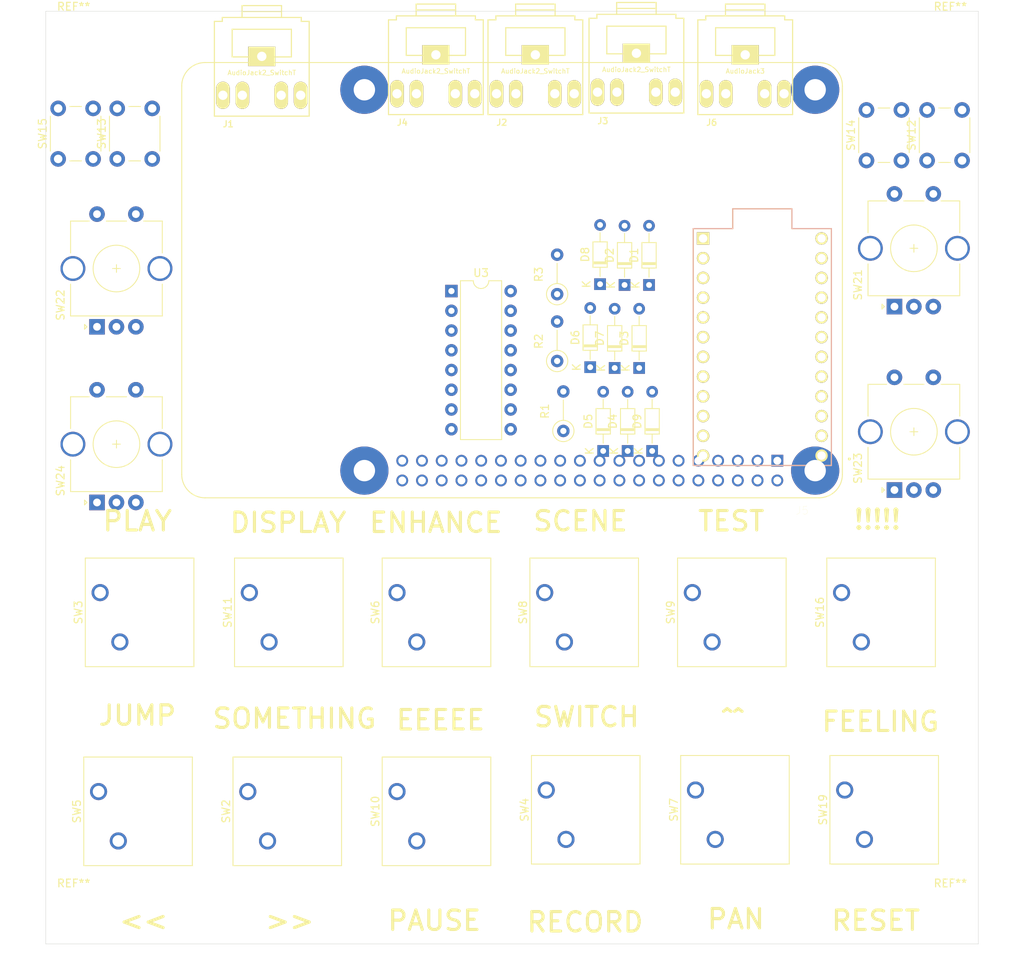
<source format=kicad_pcb>
(kicad_pcb (version 20171130) (host pcbnew "(5.1.4-0-10_14)")

  (general
    (thickness 1.6)
    (drawings 22)
    (tracks 0)
    (zones 0)
    (modules 44)
    (nets 109)
  )

  (page A4)
  (layers
    (0 F.Cu signal)
    (31 B.Cu signal)
    (32 B.Adhes user)
    (33 F.Adhes user)
    (34 B.Paste user)
    (35 F.Paste user)
    (36 B.SilkS user)
    (37 F.SilkS user)
    (38 B.Mask user)
    (39 F.Mask user)
    (40 Dwgs.User user)
    (41 Cmts.User user)
    (42 Eco1.User user)
    (43 Eco2.User user)
    (44 Edge.Cuts user)
    (45 Margin user)
    (46 B.CrtYd user)
    (47 F.CrtYd user)
    (48 B.Fab user)
    (49 F.Fab user)
  )

  (setup
    (last_trace_width 0.25)
    (user_trace_width 0.5)
    (trace_clearance 0.2)
    (zone_clearance 0.508)
    (zone_45_only no)
    (trace_min 0.2)
    (via_size 0.8)
    (via_drill 0.4)
    (via_min_size 0.4)
    (via_min_drill 0.3)
    (uvia_size 0.3)
    (uvia_drill 0.1)
    (uvias_allowed no)
    (uvia_min_size 0.2)
    (uvia_min_drill 0.1)
    (edge_width 0.05)
    (segment_width 0.2)
    (pcb_text_width 0.3)
    (pcb_text_size 1.5 1.5)
    (mod_edge_width 0.12)
    (mod_text_size 1 1)
    (mod_text_width 0.15)
    (pad_size 1.524 1.524)
    (pad_drill 0.762)
    (pad_to_mask_clearance 0.051)
    (solder_mask_min_width 0.25)
    (aux_axis_origin 0 0)
    (visible_elements FFFFFF7F)
    (pcbplotparams
      (layerselection 0x010fc_ffffffff)
      (usegerberextensions false)
      (usegerberattributes false)
      (usegerberadvancedattributes false)
      (creategerberjobfile false)
      (excludeedgelayer true)
      (linewidth 0.100000)
      (plotframeref false)
      (viasonmask false)
      (mode 1)
      (useauxorigin false)
      (hpglpennumber 1)
      (hpglpenspeed 20)
      (hpglpendiameter 15.000000)
      (psnegative false)
      (psa4output false)
      (plotreference true)
      (plotvalue true)
      (plotinvisibletext false)
      (padsonsilk false)
      (subtractmaskfromsilk false)
      (outputformat 1)
      (mirror false)
      (drillshape 1)
      (scaleselection 1)
      (outputdirectory ""))
  )

  (net 0 "")
  (net 1 analog_6)
  (net 2 +5V)
  (net 3 analog_7)
  (net 4 analog_4)
  (net 5 analog_5)
  (net 6 GND)
  (net 7 "Net-(D9-Pad1)")
  (net 8 "Net-(D9-Pad2)")
  (net 9 "Net-(J5-Pad1)")
  (net 10 "Net-(J5-Pad3)")
  (net 11 "Net-(J5-Pad5)")
  (net 12 "Net-(J5-Pad7)")
  (net 13 "Net-(J5-Pad9)")
  (net 14 "Net-(J5-Pad11)")
  (net 15 "Net-(J5-Pad2)")
  (net 16 "Net-(J5-Pad4)")
  (net 17 "Net-(J5-Pad6)")
  (net 18 "Net-(J5-Pad8)")
  (net 19 "Net-(J5-Pad10)")
  (net 20 "Net-(J5-Pad12)")
  (net 21 "Net-(J5-Pad13)")
  (net 22 "Net-(J5-Pad14)")
  (net 23 "Net-(J5-Pad15)")
  (net 24 "Net-(J5-Pad17)")
  (net 25 "Net-(J5-Pad19)")
  (net 26 "Net-(J5-Pad21)")
  (net 27 "Net-(J5-Pad23)")
  (net 28 "Net-(J5-Pad25)")
  (net 29 "Net-(J5-Pad16)")
  (net 30 "Net-(J5-Pad18)")
  (net 31 "Net-(J5-Pad20)")
  (net 32 "Net-(J5-Pad22)")
  (net 33 "Net-(J5-Pad24)")
  (net 34 "Net-(J5-Pad26)")
  (net 35 "Net-(J5-Pad27)")
  (net 36 "Net-(J5-Pad28)")
  (net 37 "Net-(J5-Pad29)")
  (net 38 "Net-(J5-Pad31)")
  (net 39 "Net-(J5-Pad33)")
  (net 40 "Net-(J5-Pad35)")
  (net 41 "Net-(J5-Pad37)")
  (net 42 "Net-(J5-Pad39)")
  (net 43 "Net-(J5-Pad30)")
  (net 44 "Net-(J5-Pad32)")
  (net 45 "Net-(J5-Pad34)")
  (net 46 "Net-(J5-Pad36)")
  (net 47 "Net-(J5-Pad38)")
  (net 48 "Net-(J5-Pad40)")
  (net 49 "Net-(J6-PadS)")
  (net 50 "Net-(J6-PadT)")
  (net 51 "Net-(J6-PadR)")
  (net 52 "Net-(R1-Pad2)")
  (net 53 midi_in)
  (net 54 "Net-(R2-Pad2)")
  (net 55 analog_0)
  (net 56 analog_1)
  (net 57 analog_2)
  (net 58 analog_3)
  (net 59 key_x0)
  (net 60 key_y0)
  (net 61 key_x1)
  (net 62 key_x2)
  (net 63 key_x3)
  (net 64 key_x4)
  (net 65 key_y1)
  (net 66 key_y2)
  (net 67 key_y3)
  (net 68 "Net-(SW21-PadA)")
  (net 69 "Net-(SW21-PadC)")
  (net 70 "Net-(SW21-PadB)")
  (net 71 "Net-(SW21-PadS2)")
  (net 72 "Net-(SW21-PadS1)")
  (net 73 "Net-(SW22-PadS1)")
  (net 74 "Net-(SW22-PadS2)")
  (net 75 "Net-(SW22-PadB)")
  (net 76 "Net-(SW22-PadC)")
  (net 77 "Net-(SW22-PadA)")
  (net 78 "Net-(SW23-PadA)")
  (net 79 "Net-(SW23-PadC)")
  (net 80 "Net-(SW23-PadB)")
  (net 81 "Net-(SW23-PadS2)")
  (net 82 "Net-(SW23-PadS1)")
  (net 83 "Net-(SW24-PadS1)")
  (net 84 "Net-(SW24-PadS2)")
  (net 85 "Net-(SW24-PadB)")
  (net 86 "Net-(SW24-PadC)")
  (net 87 "Net-(SW24-PadA)")
  (net 88 "Net-(U1-Pad3)")
  (net 89 "Net-(U1-Pad4)")
  (net 90 "Net-(U1-Pad16)")
  (net 91 "Net-(U1-Pad22)")
  (net 92 "Net-(U1-Pad24)")
  (net 93 "Net-(U3-Pad1)")
  (net 94 "Net-(U3-Pad9)")
  (net 95 "Net-(U3-Pad2)")
  (net 96 "Net-(U3-Pad10)")
  (net 97 "Net-(U3-Pad3)")
  (net 98 "Net-(U3-Pad11)")
  (net 99 "Net-(U3-Pad4)")
  (net 100 "Net-(U3-Pad12)")
  (net 101 "Net-(U3-Pad5)")
  (net 102 "Net-(U3-Pad13)")
  (net 103 "Net-(U3-Pad6)")
  (net 104 "Net-(U3-Pad14)")
  (net 105 "Net-(U3-Pad7)")
  (net 106 "Net-(U3-Pad15)")
  (net 107 "Net-(U3-Pad8)")
  (net 108 "Net-(U3-Pad16)")

  (net_class Default "This is the default net class."
    (clearance 0.2)
    (trace_width 0.25)
    (via_dia 0.8)
    (via_drill 0.4)
    (uvia_dia 0.3)
    (uvia_drill 0.1)
    (add_net +5V)
    (add_net GND)
    (add_net "Net-(D9-Pad1)")
    (add_net "Net-(D9-Pad2)")
    (add_net "Net-(J5-Pad1)")
    (add_net "Net-(J5-Pad10)")
    (add_net "Net-(J5-Pad11)")
    (add_net "Net-(J5-Pad12)")
    (add_net "Net-(J5-Pad13)")
    (add_net "Net-(J5-Pad14)")
    (add_net "Net-(J5-Pad15)")
    (add_net "Net-(J5-Pad16)")
    (add_net "Net-(J5-Pad17)")
    (add_net "Net-(J5-Pad18)")
    (add_net "Net-(J5-Pad19)")
    (add_net "Net-(J5-Pad2)")
    (add_net "Net-(J5-Pad20)")
    (add_net "Net-(J5-Pad21)")
    (add_net "Net-(J5-Pad22)")
    (add_net "Net-(J5-Pad23)")
    (add_net "Net-(J5-Pad24)")
    (add_net "Net-(J5-Pad25)")
    (add_net "Net-(J5-Pad26)")
    (add_net "Net-(J5-Pad27)")
    (add_net "Net-(J5-Pad28)")
    (add_net "Net-(J5-Pad29)")
    (add_net "Net-(J5-Pad3)")
    (add_net "Net-(J5-Pad30)")
    (add_net "Net-(J5-Pad31)")
    (add_net "Net-(J5-Pad32)")
    (add_net "Net-(J5-Pad33)")
    (add_net "Net-(J5-Pad34)")
    (add_net "Net-(J5-Pad35)")
    (add_net "Net-(J5-Pad36)")
    (add_net "Net-(J5-Pad37)")
    (add_net "Net-(J5-Pad38)")
    (add_net "Net-(J5-Pad39)")
    (add_net "Net-(J5-Pad4)")
    (add_net "Net-(J5-Pad40)")
    (add_net "Net-(J5-Pad5)")
    (add_net "Net-(J5-Pad6)")
    (add_net "Net-(J5-Pad7)")
    (add_net "Net-(J5-Pad8)")
    (add_net "Net-(J5-Pad9)")
    (add_net "Net-(J6-PadR)")
    (add_net "Net-(J6-PadS)")
    (add_net "Net-(J6-PadT)")
    (add_net "Net-(R1-Pad2)")
    (add_net "Net-(R2-Pad2)")
    (add_net "Net-(SW21-PadA)")
    (add_net "Net-(SW21-PadB)")
    (add_net "Net-(SW21-PadC)")
    (add_net "Net-(SW21-PadS1)")
    (add_net "Net-(SW21-PadS2)")
    (add_net "Net-(SW22-PadA)")
    (add_net "Net-(SW22-PadB)")
    (add_net "Net-(SW22-PadC)")
    (add_net "Net-(SW22-PadS1)")
    (add_net "Net-(SW22-PadS2)")
    (add_net "Net-(SW23-PadA)")
    (add_net "Net-(SW23-PadB)")
    (add_net "Net-(SW23-PadC)")
    (add_net "Net-(SW23-PadS1)")
    (add_net "Net-(SW23-PadS2)")
    (add_net "Net-(SW24-PadA)")
    (add_net "Net-(SW24-PadB)")
    (add_net "Net-(SW24-PadC)")
    (add_net "Net-(SW24-PadS1)")
    (add_net "Net-(SW24-PadS2)")
    (add_net "Net-(U1-Pad16)")
    (add_net "Net-(U1-Pad22)")
    (add_net "Net-(U1-Pad24)")
    (add_net "Net-(U1-Pad3)")
    (add_net "Net-(U1-Pad4)")
    (add_net "Net-(U3-Pad1)")
    (add_net "Net-(U3-Pad10)")
    (add_net "Net-(U3-Pad11)")
    (add_net "Net-(U3-Pad12)")
    (add_net "Net-(U3-Pad13)")
    (add_net "Net-(U3-Pad14)")
    (add_net "Net-(U3-Pad15)")
    (add_net "Net-(U3-Pad16)")
    (add_net "Net-(U3-Pad2)")
    (add_net "Net-(U3-Pad3)")
    (add_net "Net-(U3-Pad4)")
    (add_net "Net-(U3-Pad5)")
    (add_net "Net-(U3-Pad6)")
    (add_net "Net-(U3-Pad7)")
    (add_net "Net-(U3-Pad8)")
    (add_net "Net-(U3-Pad9)")
    (add_net analog_0)
    (add_net analog_1)
    (add_net analog_2)
    (add_net analog_3)
    (add_net analog_4)
    (add_net analog_5)
    (add_net analog_6)
    (add_net analog_7)
    (add_net key_x0)
    (add_net key_x1)
    (add_net key_x2)
    (add_net key_x3)
    (add_net key_x4)
    (add_net key_y0)
    (add_net key_y1)
    (add_net key_y2)
    (add_net key_y3)
    (add_net midi_in)
  )

  (module MountingHole:MountingHole_3.2mm_M3 (layer F.Cu) (tedit 56D1B4CB) (tstamp 5F909DA8)
    (at 83.6 151.4)
    (descr "Mounting Hole 3.2mm, no annular, M3")
    (tags "mounting hole 3.2mm no annular m3")
    (attr virtual)
    (fp_text reference REF** (at 0 -4.2) (layer F.SilkS)
      (effects (font (size 1 1) (thickness 0.15)))
    )
    (fp_text value MountingHole_3.2mm_M3 (at 0 4.2) (layer F.Fab)
      (effects (font (size 1 1) (thickness 0.15)))
    )
    (fp_text user %R (at 0.3 0) (layer F.Fab)
      (effects (font (size 1 1) (thickness 0.15)))
    )
    (fp_circle (center 0 0) (end 3.2 0) (layer Cmts.User) (width 0.15))
    (fp_circle (center 0 0) (end 3.45 0) (layer F.CrtYd) (width 0.05))
    (pad 1 np_thru_hole circle (at 0 0) (size 3.2 3.2) (drill 3.2) (layers *.Cu *.Mask))
  )

  (module MountingHole:MountingHole_3.2mm_M3 (layer F.Cu) (tedit 56D1B4CB) (tstamp 5F909D9A)
    (at 196.4 151.4)
    (descr "Mounting Hole 3.2mm, no annular, M3")
    (tags "mounting hole 3.2mm no annular m3")
    (attr virtual)
    (fp_text reference REF** (at 0 -4.2) (layer F.SilkS)
      (effects (font (size 1 1) (thickness 0.15)))
    )
    (fp_text value MountingHole_3.2mm_M3 (at 0 4.2) (layer F.Fab)
      (effects (font (size 1 1) (thickness 0.15)))
    )
    (fp_circle (center 0 0) (end 3.45 0) (layer F.CrtYd) (width 0.05))
    (fp_circle (center 0 0) (end 3.2 0) (layer Cmts.User) (width 0.15))
    (fp_text user %R (at 0.3 0) (layer F.Fab)
      (effects (font (size 1 1) (thickness 0.15)))
    )
    (pad 1 np_thru_hole circle (at 0 0) (size 3.2 3.2) (drill 3.2) (layers *.Cu *.Mask))
  )

  (module MountingHole:MountingHole_3.2mm_M3 (layer F.Cu) (tedit 56D1B4CB) (tstamp 5F909D8C)
    (at 196.4 38.6)
    (descr "Mounting Hole 3.2mm, no annular, M3")
    (tags "mounting hole 3.2mm no annular m3")
    (attr virtual)
    (fp_text reference REF** (at 0 -4.2) (layer F.SilkS)
      (effects (font (size 1 1) (thickness 0.15)))
    )
    (fp_text value MountingHole_3.2mm_M3 (at 0 4.2) (layer F.Fab)
      (effects (font (size 1 1) (thickness 0.15)))
    )
    (fp_text user %R (at 0.3 0) (layer F.Fab)
      (effects (font (size 1 1) (thickness 0.15)))
    )
    (fp_circle (center 0 0) (end 3.2 0) (layer Cmts.User) (width 0.15))
    (fp_circle (center 0 0) (end 3.45 0) (layer F.CrtYd) (width 0.05))
    (pad 1 np_thru_hole circle (at 0 0) (size 3.2 3.2) (drill 3.2) (layers *.Cu *.Mask))
  )

  (module MountingHole:MountingHole_3.2mm_M3 (layer F.Cu) (tedit 56D1B4CB) (tstamp 5F909D6D)
    (at 83.6 38.6)
    (descr "Mounting Hole 3.2mm, no annular, M3")
    (tags "mounting hole 3.2mm no annular m3")
    (attr virtual)
    (fp_text reference REF** (at 0 -4.2) (layer F.SilkS)
      (effects (font (size 1 1) (thickness 0.15)))
    )
    (fp_text value MountingHole_3.2mm_M3 (at 0 4.2) (layer F.Fab)
      (effects (font (size 1 1) (thickness 0.15)))
    )
    (fp_circle (center 0 0) (end 3.45 0) (layer F.CrtYd) (width 0.05))
    (fp_circle (center 0 0) (end 3.2 0) (layer Cmts.User) (width 0.15))
    (fp_text user %R (at 0.3 0) (layer F.Fab)
      (effects (font (size 1 1) (thickness 0.15)))
    )
    (pad 1 np_thru_hole circle (at 0 0) (size 3.2 3.2) (drill 3.2) (layers *.Cu *.Mask))
  )

  (module Diode_THT:D_DO-34_SOD68_P7.62mm_Horizontal (layer F.Cu) (tedit 5AE50CD5) (tstamp 5F90A8CE)
    (at 157.625001 70.214999 90)
    (descr "Diode, DO-34_SOD68 series, Axial, Horizontal, pin pitch=7.62mm, , length*diameter=3.04*1.6mm^2, , https://www.nxp.com/docs/en/data-sheet/KTY83_SER.pdf")
    (tags "Diode DO-34_SOD68 series Axial Horizontal pin pitch 7.62mm  length 3.04mm diameter 1.6mm")
    (path /5FAA5D15)
    (fp_text reference D1 (at 3.81 -1.92 90) (layer F.SilkS)
      (effects (font (size 1 1) (thickness 0.15)))
    )
    (fp_text value bat46 (at 3.81 1.92 90) (layer F.Fab)
      (effects (font (size 1 1) (thickness 0.15)))
    )
    (fp_text user K (at 0 -1.75 90) (layer F.SilkS)
      (effects (font (size 1 1) (thickness 0.15)))
    )
    (fp_text user K (at 0 -1.75 90) (layer F.Fab)
      (effects (font (size 1 1) (thickness 0.15)))
    )
    (fp_text user %R (at 4.038 0 90) (layer F.Fab)
      (effects (font (size 0.608 0.608) (thickness 0.0912)))
    )
    (fp_line (start 8.63 -1.05) (end -1 -1.05) (layer F.CrtYd) (width 0.05))
    (fp_line (start 8.63 1.05) (end 8.63 -1.05) (layer F.CrtYd) (width 0.05))
    (fp_line (start -1 1.05) (end 8.63 1.05) (layer F.CrtYd) (width 0.05))
    (fp_line (start -1 -1.05) (end -1 1.05) (layer F.CrtYd) (width 0.05))
    (fp_line (start 2.626 -0.92) (end 2.626 0.92) (layer F.SilkS) (width 0.12))
    (fp_line (start 2.866 -0.92) (end 2.866 0.92) (layer F.SilkS) (width 0.12))
    (fp_line (start 2.746 -0.92) (end 2.746 0.92) (layer F.SilkS) (width 0.12))
    (fp_line (start 6.63 0) (end 5.45 0) (layer F.SilkS) (width 0.12))
    (fp_line (start 0.99 0) (end 2.17 0) (layer F.SilkS) (width 0.12))
    (fp_line (start 5.45 -0.92) (end 2.17 -0.92) (layer F.SilkS) (width 0.12))
    (fp_line (start 5.45 0.92) (end 5.45 -0.92) (layer F.SilkS) (width 0.12))
    (fp_line (start 2.17 0.92) (end 5.45 0.92) (layer F.SilkS) (width 0.12))
    (fp_line (start 2.17 -0.92) (end 2.17 0.92) (layer F.SilkS) (width 0.12))
    (fp_line (start 2.646 -0.8) (end 2.646 0.8) (layer F.Fab) (width 0.1))
    (fp_line (start 2.846 -0.8) (end 2.846 0.8) (layer F.Fab) (width 0.1))
    (fp_line (start 2.746 -0.8) (end 2.746 0.8) (layer F.Fab) (width 0.1))
    (fp_line (start 7.62 0) (end 5.33 0) (layer F.Fab) (width 0.1))
    (fp_line (start 0 0) (end 2.29 0) (layer F.Fab) (width 0.1))
    (fp_line (start 5.33 -0.8) (end 2.29 -0.8) (layer F.Fab) (width 0.1))
    (fp_line (start 5.33 0.8) (end 5.33 -0.8) (layer F.Fab) (width 0.1))
    (fp_line (start 2.29 0.8) (end 5.33 0.8) (layer F.Fab) (width 0.1))
    (fp_line (start 2.29 -0.8) (end 2.29 0.8) (layer F.Fab) (width 0.1))
    (pad 2 thru_hole oval (at 7.62 0 90) (size 1.5 1.5) (drill 0.75) (layers *.Cu *.Mask)
      (net 1 analog_6))
    (pad 1 thru_hole rect (at 0 0 90) (size 1.5 1.5) (drill 0.75) (layers *.Cu *.Mask)
      (net 2 +5V))
    (model ${KISYS3DMOD}/Diode_THT.3dshapes/D_DO-34_SOD68_P7.62mm_Horizontal.wrl
      (at (xyz 0 0 0))
      (scale (xyz 1 1 1))
      (rotate (xyz 0 0 0))
    )
  )

  (module Diode_THT:D_DO-34_SOD68_P7.62mm_Horizontal (layer F.Cu) (tedit 5AE50CD5) (tstamp 5F90A8ED)
    (at 154.475001 70.214999 90)
    (descr "Diode, DO-34_SOD68 series, Axial, Horizontal, pin pitch=7.62mm, , length*diameter=3.04*1.6mm^2, , https://www.nxp.com/docs/en/data-sheet/KTY83_SER.pdf")
    (tags "Diode DO-34_SOD68 series Axial Horizontal pin pitch 7.62mm  length 3.04mm diameter 1.6mm")
    (path /5FAA5D5C)
    (fp_text reference D2 (at 3.81 -1.92 90) (layer F.SilkS)
      (effects (font (size 1 1) (thickness 0.15)))
    )
    (fp_text value bat46 (at 3.81 1.92 90) (layer F.Fab)
      (effects (font (size 1 1) (thickness 0.15)))
    )
    (fp_text user K (at 0 -1.75 90) (layer F.SilkS)
      (effects (font (size 1 1) (thickness 0.15)))
    )
    (fp_text user K (at 0 -1.75 90) (layer F.Fab)
      (effects (font (size 1 1) (thickness 0.15)))
    )
    (fp_text user %R (at 4.038 0 90) (layer F.Fab)
      (effects (font (size 0.608 0.608) (thickness 0.0912)))
    )
    (fp_line (start 8.63 -1.05) (end -1 -1.05) (layer F.CrtYd) (width 0.05))
    (fp_line (start 8.63 1.05) (end 8.63 -1.05) (layer F.CrtYd) (width 0.05))
    (fp_line (start -1 1.05) (end 8.63 1.05) (layer F.CrtYd) (width 0.05))
    (fp_line (start -1 -1.05) (end -1 1.05) (layer F.CrtYd) (width 0.05))
    (fp_line (start 2.626 -0.92) (end 2.626 0.92) (layer F.SilkS) (width 0.12))
    (fp_line (start 2.866 -0.92) (end 2.866 0.92) (layer F.SilkS) (width 0.12))
    (fp_line (start 2.746 -0.92) (end 2.746 0.92) (layer F.SilkS) (width 0.12))
    (fp_line (start 6.63 0) (end 5.45 0) (layer F.SilkS) (width 0.12))
    (fp_line (start 0.99 0) (end 2.17 0) (layer F.SilkS) (width 0.12))
    (fp_line (start 5.45 -0.92) (end 2.17 -0.92) (layer F.SilkS) (width 0.12))
    (fp_line (start 5.45 0.92) (end 5.45 -0.92) (layer F.SilkS) (width 0.12))
    (fp_line (start 2.17 0.92) (end 5.45 0.92) (layer F.SilkS) (width 0.12))
    (fp_line (start 2.17 -0.92) (end 2.17 0.92) (layer F.SilkS) (width 0.12))
    (fp_line (start 2.646 -0.8) (end 2.646 0.8) (layer F.Fab) (width 0.1))
    (fp_line (start 2.846 -0.8) (end 2.846 0.8) (layer F.Fab) (width 0.1))
    (fp_line (start 2.746 -0.8) (end 2.746 0.8) (layer F.Fab) (width 0.1))
    (fp_line (start 7.62 0) (end 5.33 0) (layer F.Fab) (width 0.1))
    (fp_line (start 0 0) (end 2.29 0) (layer F.Fab) (width 0.1))
    (fp_line (start 5.33 -0.8) (end 2.29 -0.8) (layer F.Fab) (width 0.1))
    (fp_line (start 5.33 0.8) (end 5.33 -0.8) (layer F.Fab) (width 0.1))
    (fp_line (start 2.29 0.8) (end 5.33 0.8) (layer F.Fab) (width 0.1))
    (fp_line (start 2.29 -0.8) (end 2.29 0.8) (layer F.Fab) (width 0.1))
    (pad 2 thru_hole oval (at 7.62 0 90) (size 1.5 1.5) (drill 0.75) (layers *.Cu *.Mask)
      (net 3 analog_7))
    (pad 1 thru_hole rect (at 0 0 90) (size 1.5 1.5) (drill 0.75) (layers *.Cu *.Mask)
      (net 2 +5V))
    (model ${KISYS3DMOD}/Diode_THT.3dshapes/D_DO-34_SOD68_P7.62mm_Horizontal.wrl
      (at (xyz 0 0 0))
      (scale (xyz 1 1 1))
      (rotate (xyz 0 0 0))
    )
  )

  (module Diode_THT:D_DO-34_SOD68_P7.62mm_Horizontal (layer F.Cu) (tedit 5AE50CD5) (tstamp 5F90A90C)
    (at 156.355001 80.894999 90)
    (descr "Diode, DO-34_SOD68 series, Axial, Horizontal, pin pitch=7.62mm, , length*diameter=3.04*1.6mm^2, , https://www.nxp.com/docs/en/data-sheet/KTY83_SER.pdf")
    (tags "Diode DO-34_SOD68 series Axial Horizontal pin pitch 7.62mm  length 3.04mm diameter 1.6mm")
    (path /5FA89BFC)
    (fp_text reference D3 (at 3.81 -1.92 90) (layer F.SilkS)
      (effects (font (size 1 1) (thickness 0.15)))
    )
    (fp_text value bat46 (at 3.81 1.92 90) (layer F.Fab)
      (effects (font (size 1 1) (thickness 0.15)))
    )
    (fp_text user K (at 0 -1.75 90) (layer F.SilkS)
      (effects (font (size 1 1) (thickness 0.15)))
    )
    (fp_text user K (at 0 -1.75 90) (layer F.Fab)
      (effects (font (size 1 1) (thickness 0.15)))
    )
    (fp_text user %R (at 4.038 0 90) (layer F.Fab)
      (effects (font (size 0.608 0.608) (thickness 0.0912)))
    )
    (fp_line (start 8.63 -1.05) (end -1 -1.05) (layer F.CrtYd) (width 0.05))
    (fp_line (start 8.63 1.05) (end 8.63 -1.05) (layer F.CrtYd) (width 0.05))
    (fp_line (start -1 1.05) (end 8.63 1.05) (layer F.CrtYd) (width 0.05))
    (fp_line (start -1 -1.05) (end -1 1.05) (layer F.CrtYd) (width 0.05))
    (fp_line (start 2.626 -0.92) (end 2.626 0.92) (layer F.SilkS) (width 0.12))
    (fp_line (start 2.866 -0.92) (end 2.866 0.92) (layer F.SilkS) (width 0.12))
    (fp_line (start 2.746 -0.92) (end 2.746 0.92) (layer F.SilkS) (width 0.12))
    (fp_line (start 6.63 0) (end 5.45 0) (layer F.SilkS) (width 0.12))
    (fp_line (start 0.99 0) (end 2.17 0) (layer F.SilkS) (width 0.12))
    (fp_line (start 5.45 -0.92) (end 2.17 -0.92) (layer F.SilkS) (width 0.12))
    (fp_line (start 5.45 0.92) (end 5.45 -0.92) (layer F.SilkS) (width 0.12))
    (fp_line (start 2.17 0.92) (end 5.45 0.92) (layer F.SilkS) (width 0.12))
    (fp_line (start 2.17 -0.92) (end 2.17 0.92) (layer F.SilkS) (width 0.12))
    (fp_line (start 2.646 -0.8) (end 2.646 0.8) (layer F.Fab) (width 0.1))
    (fp_line (start 2.846 -0.8) (end 2.846 0.8) (layer F.Fab) (width 0.1))
    (fp_line (start 2.746 -0.8) (end 2.746 0.8) (layer F.Fab) (width 0.1))
    (fp_line (start 7.62 0) (end 5.33 0) (layer F.Fab) (width 0.1))
    (fp_line (start 0 0) (end 2.29 0) (layer F.Fab) (width 0.1))
    (fp_line (start 5.33 -0.8) (end 2.29 -0.8) (layer F.Fab) (width 0.1))
    (fp_line (start 5.33 0.8) (end 5.33 -0.8) (layer F.Fab) (width 0.1))
    (fp_line (start 2.29 0.8) (end 5.33 0.8) (layer F.Fab) (width 0.1))
    (fp_line (start 2.29 -0.8) (end 2.29 0.8) (layer F.Fab) (width 0.1))
    (pad 2 thru_hole oval (at 7.62 0 90) (size 1.5 1.5) (drill 0.75) (layers *.Cu *.Mask)
      (net 4 analog_4))
    (pad 1 thru_hole rect (at 0 0 90) (size 1.5 1.5) (drill 0.75) (layers *.Cu *.Mask)
      (net 2 +5V))
    (model ${KISYS3DMOD}/Diode_THT.3dshapes/D_DO-34_SOD68_P7.62mm_Horizontal.wrl
      (at (xyz 0 0 0))
      (scale (xyz 1 1 1))
      (rotate (xyz 0 0 0))
    )
  )

  (module Diode_THT:D_DO-34_SOD68_P7.62mm_Horizontal (layer F.Cu) (tedit 5AE50CD5) (tstamp 5F90A92B)
    (at 154.875001 91.574999 90)
    (descr "Diode, DO-34_SOD68 series, Axial, Horizontal, pin pitch=7.62mm, , length*diameter=3.04*1.6mm^2, , https://www.nxp.com/docs/en/data-sheet/KTY83_SER.pdf")
    (tags "Diode DO-34_SOD68 series Axial Horizontal pin pitch 7.62mm  length 3.04mm diameter 1.6mm")
    (path /5FAA1505)
    (fp_text reference D4 (at 3.81 -1.92 90) (layer F.SilkS)
      (effects (font (size 1 1) (thickness 0.15)))
    )
    (fp_text value bat46 (at 3.81 1.92 90) (layer F.Fab)
      (effects (font (size 1 1) (thickness 0.15)))
    )
    (fp_text user K (at 0 -1.75 90) (layer F.SilkS)
      (effects (font (size 1 1) (thickness 0.15)))
    )
    (fp_text user K (at 0 -1.75 90) (layer F.Fab)
      (effects (font (size 1 1) (thickness 0.15)))
    )
    (fp_text user %R (at 4.038 0 90) (layer F.Fab)
      (effects (font (size 0.608 0.608) (thickness 0.0912)))
    )
    (fp_line (start 8.63 -1.05) (end -1 -1.05) (layer F.CrtYd) (width 0.05))
    (fp_line (start 8.63 1.05) (end 8.63 -1.05) (layer F.CrtYd) (width 0.05))
    (fp_line (start -1 1.05) (end 8.63 1.05) (layer F.CrtYd) (width 0.05))
    (fp_line (start -1 -1.05) (end -1 1.05) (layer F.CrtYd) (width 0.05))
    (fp_line (start 2.626 -0.92) (end 2.626 0.92) (layer F.SilkS) (width 0.12))
    (fp_line (start 2.866 -0.92) (end 2.866 0.92) (layer F.SilkS) (width 0.12))
    (fp_line (start 2.746 -0.92) (end 2.746 0.92) (layer F.SilkS) (width 0.12))
    (fp_line (start 6.63 0) (end 5.45 0) (layer F.SilkS) (width 0.12))
    (fp_line (start 0.99 0) (end 2.17 0) (layer F.SilkS) (width 0.12))
    (fp_line (start 5.45 -0.92) (end 2.17 -0.92) (layer F.SilkS) (width 0.12))
    (fp_line (start 5.45 0.92) (end 5.45 -0.92) (layer F.SilkS) (width 0.12))
    (fp_line (start 2.17 0.92) (end 5.45 0.92) (layer F.SilkS) (width 0.12))
    (fp_line (start 2.17 -0.92) (end 2.17 0.92) (layer F.SilkS) (width 0.12))
    (fp_line (start 2.646 -0.8) (end 2.646 0.8) (layer F.Fab) (width 0.1))
    (fp_line (start 2.846 -0.8) (end 2.846 0.8) (layer F.Fab) (width 0.1))
    (fp_line (start 2.746 -0.8) (end 2.746 0.8) (layer F.Fab) (width 0.1))
    (fp_line (start 7.62 0) (end 5.33 0) (layer F.Fab) (width 0.1))
    (fp_line (start 0 0) (end 2.29 0) (layer F.Fab) (width 0.1))
    (fp_line (start 5.33 -0.8) (end 2.29 -0.8) (layer F.Fab) (width 0.1))
    (fp_line (start 5.33 0.8) (end 5.33 -0.8) (layer F.Fab) (width 0.1))
    (fp_line (start 2.29 0.8) (end 5.33 0.8) (layer F.Fab) (width 0.1))
    (fp_line (start 2.29 -0.8) (end 2.29 0.8) (layer F.Fab) (width 0.1))
    (pad 2 thru_hole oval (at 7.62 0 90) (size 1.5 1.5) (drill 0.75) (layers *.Cu *.Mask)
      (net 5 analog_5))
    (pad 1 thru_hole rect (at 0 0 90) (size 1.5 1.5) (drill 0.75) (layers *.Cu *.Mask)
      (net 2 +5V))
    (model ${KISYS3DMOD}/Diode_THT.3dshapes/D_DO-34_SOD68_P7.62mm_Horizontal.wrl
      (at (xyz 0 0 0))
      (scale (xyz 1 1 1))
      (rotate (xyz 0 0 0))
    )
  )

  (module Diode_THT:D_DO-34_SOD68_P7.62mm_Horizontal (layer F.Cu) (tedit 5AE50CD5) (tstamp 5F90A94A)
    (at 151.725001 91.574999 90)
    (descr "Diode, DO-34_SOD68 series, Axial, Horizontal, pin pitch=7.62mm, , length*diameter=3.04*1.6mm^2, , https://www.nxp.com/docs/en/data-sheet/KTY83_SER.pdf")
    (tags "Diode DO-34_SOD68 series Axial Horizontal pin pitch 7.62mm  length 3.04mm diameter 1.6mm")
    (path /5FAA5D0B)
    (fp_text reference D5 (at 3.81 -1.92 90) (layer F.SilkS)
      (effects (font (size 1 1) (thickness 0.15)))
    )
    (fp_text value bat46 (at 3.81 1.92 90) (layer F.Fab)
      (effects (font (size 1 1) (thickness 0.15)))
    )
    (fp_line (start 2.29 -0.8) (end 2.29 0.8) (layer F.Fab) (width 0.1))
    (fp_line (start 2.29 0.8) (end 5.33 0.8) (layer F.Fab) (width 0.1))
    (fp_line (start 5.33 0.8) (end 5.33 -0.8) (layer F.Fab) (width 0.1))
    (fp_line (start 5.33 -0.8) (end 2.29 -0.8) (layer F.Fab) (width 0.1))
    (fp_line (start 0 0) (end 2.29 0) (layer F.Fab) (width 0.1))
    (fp_line (start 7.62 0) (end 5.33 0) (layer F.Fab) (width 0.1))
    (fp_line (start 2.746 -0.8) (end 2.746 0.8) (layer F.Fab) (width 0.1))
    (fp_line (start 2.846 -0.8) (end 2.846 0.8) (layer F.Fab) (width 0.1))
    (fp_line (start 2.646 -0.8) (end 2.646 0.8) (layer F.Fab) (width 0.1))
    (fp_line (start 2.17 -0.92) (end 2.17 0.92) (layer F.SilkS) (width 0.12))
    (fp_line (start 2.17 0.92) (end 5.45 0.92) (layer F.SilkS) (width 0.12))
    (fp_line (start 5.45 0.92) (end 5.45 -0.92) (layer F.SilkS) (width 0.12))
    (fp_line (start 5.45 -0.92) (end 2.17 -0.92) (layer F.SilkS) (width 0.12))
    (fp_line (start 0.99 0) (end 2.17 0) (layer F.SilkS) (width 0.12))
    (fp_line (start 6.63 0) (end 5.45 0) (layer F.SilkS) (width 0.12))
    (fp_line (start 2.746 -0.92) (end 2.746 0.92) (layer F.SilkS) (width 0.12))
    (fp_line (start 2.866 -0.92) (end 2.866 0.92) (layer F.SilkS) (width 0.12))
    (fp_line (start 2.626 -0.92) (end 2.626 0.92) (layer F.SilkS) (width 0.12))
    (fp_line (start -1 -1.05) (end -1 1.05) (layer F.CrtYd) (width 0.05))
    (fp_line (start -1 1.05) (end 8.63 1.05) (layer F.CrtYd) (width 0.05))
    (fp_line (start 8.63 1.05) (end 8.63 -1.05) (layer F.CrtYd) (width 0.05))
    (fp_line (start 8.63 -1.05) (end -1 -1.05) (layer F.CrtYd) (width 0.05))
    (fp_text user %R (at 4.038 0 90) (layer F.Fab)
      (effects (font (size 0.608 0.608) (thickness 0.0912)))
    )
    (fp_text user K (at 0 -1.75 90) (layer F.Fab)
      (effects (font (size 1 1) (thickness 0.15)))
    )
    (fp_text user K (at 0 -1.75 90) (layer F.SilkS)
      (effects (font (size 1 1) (thickness 0.15)))
    )
    (pad 1 thru_hole rect (at 0 0 90) (size 1.5 1.5) (drill 0.75) (layers *.Cu *.Mask)
      (net 1 analog_6))
    (pad 2 thru_hole oval (at 7.62 0 90) (size 1.5 1.5) (drill 0.75) (layers *.Cu *.Mask)
      (net 6 GND))
    (model ${KISYS3DMOD}/Diode_THT.3dshapes/D_DO-34_SOD68_P7.62mm_Horizontal.wrl
      (at (xyz 0 0 0))
      (scale (xyz 1 1 1))
      (rotate (xyz 0 0 0))
    )
  )

  (module Diode_THT:D_DO-34_SOD68_P7.62mm_Horizontal (layer F.Cu) (tedit 5AE50CD5) (tstamp 5F90A969)
    (at 150.055001 80.794999 90)
    (descr "Diode, DO-34_SOD68 series, Axial, Horizontal, pin pitch=7.62mm, , length*diameter=3.04*1.6mm^2, , https://www.nxp.com/docs/en/data-sheet/KTY83_SER.pdf")
    (tags "Diode DO-34_SOD68 series Axial Horizontal pin pitch 7.62mm  length 3.04mm diameter 1.6mm")
    (path /5FAA5D52)
    (fp_text reference D6 (at 3.81 -1.92 90) (layer F.SilkS)
      (effects (font (size 1 1) (thickness 0.15)))
    )
    (fp_text value bat46 (at 3.81 1.92 90) (layer F.Fab)
      (effects (font (size 1 1) (thickness 0.15)))
    )
    (fp_line (start 2.29 -0.8) (end 2.29 0.8) (layer F.Fab) (width 0.1))
    (fp_line (start 2.29 0.8) (end 5.33 0.8) (layer F.Fab) (width 0.1))
    (fp_line (start 5.33 0.8) (end 5.33 -0.8) (layer F.Fab) (width 0.1))
    (fp_line (start 5.33 -0.8) (end 2.29 -0.8) (layer F.Fab) (width 0.1))
    (fp_line (start 0 0) (end 2.29 0) (layer F.Fab) (width 0.1))
    (fp_line (start 7.62 0) (end 5.33 0) (layer F.Fab) (width 0.1))
    (fp_line (start 2.746 -0.8) (end 2.746 0.8) (layer F.Fab) (width 0.1))
    (fp_line (start 2.846 -0.8) (end 2.846 0.8) (layer F.Fab) (width 0.1))
    (fp_line (start 2.646 -0.8) (end 2.646 0.8) (layer F.Fab) (width 0.1))
    (fp_line (start 2.17 -0.92) (end 2.17 0.92) (layer F.SilkS) (width 0.12))
    (fp_line (start 2.17 0.92) (end 5.45 0.92) (layer F.SilkS) (width 0.12))
    (fp_line (start 5.45 0.92) (end 5.45 -0.92) (layer F.SilkS) (width 0.12))
    (fp_line (start 5.45 -0.92) (end 2.17 -0.92) (layer F.SilkS) (width 0.12))
    (fp_line (start 0.99 0) (end 2.17 0) (layer F.SilkS) (width 0.12))
    (fp_line (start 6.63 0) (end 5.45 0) (layer F.SilkS) (width 0.12))
    (fp_line (start 2.746 -0.92) (end 2.746 0.92) (layer F.SilkS) (width 0.12))
    (fp_line (start 2.866 -0.92) (end 2.866 0.92) (layer F.SilkS) (width 0.12))
    (fp_line (start 2.626 -0.92) (end 2.626 0.92) (layer F.SilkS) (width 0.12))
    (fp_line (start -1 -1.05) (end -1 1.05) (layer F.CrtYd) (width 0.05))
    (fp_line (start -1 1.05) (end 8.63 1.05) (layer F.CrtYd) (width 0.05))
    (fp_line (start 8.63 1.05) (end 8.63 -1.05) (layer F.CrtYd) (width 0.05))
    (fp_line (start 8.63 -1.05) (end -1 -1.05) (layer F.CrtYd) (width 0.05))
    (fp_text user %R (at 4.038 0 90) (layer F.Fab)
      (effects (font (size 0.608 0.608) (thickness 0.0912)))
    )
    (fp_text user K (at 0 -1.75 90) (layer F.Fab)
      (effects (font (size 1 1) (thickness 0.15)))
    )
    (fp_text user K (at 0 -1.75 90) (layer F.SilkS)
      (effects (font (size 1 1) (thickness 0.15)))
    )
    (pad 1 thru_hole rect (at 0 0 90) (size 1.5 1.5) (drill 0.75) (layers *.Cu *.Mask)
      (net 3 analog_7))
    (pad 2 thru_hole oval (at 7.62 0 90) (size 1.5 1.5) (drill 0.75) (layers *.Cu *.Mask)
      (net 6 GND))
    (model ${KISYS3DMOD}/Diode_THT.3dshapes/D_DO-34_SOD68_P7.62mm_Horizontal.wrl
      (at (xyz 0 0 0))
      (scale (xyz 1 1 1))
      (rotate (xyz 0 0 0))
    )
  )

  (module Diode_THT:D_DO-34_SOD68_P7.62mm_Horizontal (layer F.Cu) (tedit 5AE50CD5) (tstamp 5F90A988)
    (at 153.205001 80.894999 90)
    (descr "Diode, DO-34_SOD68 series, Axial, Horizontal, pin pitch=7.62mm, , length*diameter=3.04*1.6mm^2, , https://www.nxp.com/docs/en/data-sheet/KTY83_SER.pdf")
    (tags "Diode DO-34_SOD68 series Axial Horizontal pin pitch 7.62mm  length 3.04mm diameter 1.6mm")
    (path /5FA8903C)
    (fp_text reference D7 (at 3.81 -1.92 90) (layer F.SilkS)
      (effects (font (size 1 1) (thickness 0.15)))
    )
    (fp_text value bat46 (at 3.81 1.92 90) (layer F.Fab)
      (effects (font (size 1 1) (thickness 0.15)))
    )
    (fp_line (start 2.29 -0.8) (end 2.29 0.8) (layer F.Fab) (width 0.1))
    (fp_line (start 2.29 0.8) (end 5.33 0.8) (layer F.Fab) (width 0.1))
    (fp_line (start 5.33 0.8) (end 5.33 -0.8) (layer F.Fab) (width 0.1))
    (fp_line (start 5.33 -0.8) (end 2.29 -0.8) (layer F.Fab) (width 0.1))
    (fp_line (start 0 0) (end 2.29 0) (layer F.Fab) (width 0.1))
    (fp_line (start 7.62 0) (end 5.33 0) (layer F.Fab) (width 0.1))
    (fp_line (start 2.746 -0.8) (end 2.746 0.8) (layer F.Fab) (width 0.1))
    (fp_line (start 2.846 -0.8) (end 2.846 0.8) (layer F.Fab) (width 0.1))
    (fp_line (start 2.646 -0.8) (end 2.646 0.8) (layer F.Fab) (width 0.1))
    (fp_line (start 2.17 -0.92) (end 2.17 0.92) (layer F.SilkS) (width 0.12))
    (fp_line (start 2.17 0.92) (end 5.45 0.92) (layer F.SilkS) (width 0.12))
    (fp_line (start 5.45 0.92) (end 5.45 -0.92) (layer F.SilkS) (width 0.12))
    (fp_line (start 5.45 -0.92) (end 2.17 -0.92) (layer F.SilkS) (width 0.12))
    (fp_line (start 0.99 0) (end 2.17 0) (layer F.SilkS) (width 0.12))
    (fp_line (start 6.63 0) (end 5.45 0) (layer F.SilkS) (width 0.12))
    (fp_line (start 2.746 -0.92) (end 2.746 0.92) (layer F.SilkS) (width 0.12))
    (fp_line (start 2.866 -0.92) (end 2.866 0.92) (layer F.SilkS) (width 0.12))
    (fp_line (start 2.626 -0.92) (end 2.626 0.92) (layer F.SilkS) (width 0.12))
    (fp_line (start -1 -1.05) (end -1 1.05) (layer F.CrtYd) (width 0.05))
    (fp_line (start -1 1.05) (end 8.63 1.05) (layer F.CrtYd) (width 0.05))
    (fp_line (start 8.63 1.05) (end 8.63 -1.05) (layer F.CrtYd) (width 0.05))
    (fp_line (start 8.63 -1.05) (end -1 -1.05) (layer F.CrtYd) (width 0.05))
    (fp_text user %R (at 4.038 0 90) (layer F.Fab)
      (effects (font (size 0.608 0.608) (thickness 0.0912)))
    )
    (fp_text user K (at 0 -1.75 90) (layer F.Fab)
      (effects (font (size 1 1) (thickness 0.15)))
    )
    (fp_text user K (at 0 -1.75 90) (layer F.SilkS)
      (effects (font (size 1 1) (thickness 0.15)))
    )
    (pad 1 thru_hole rect (at 0 0 90) (size 1.5 1.5) (drill 0.75) (layers *.Cu *.Mask)
      (net 4 analog_4))
    (pad 2 thru_hole oval (at 7.62 0 90) (size 1.5 1.5) (drill 0.75) (layers *.Cu *.Mask)
      (net 6 GND))
    (model ${KISYS3DMOD}/Diode_THT.3dshapes/D_DO-34_SOD68_P7.62mm_Horizontal.wrl
      (at (xyz 0 0 0))
      (scale (xyz 1 1 1))
      (rotate (xyz 0 0 0))
    )
  )

  (module Diode_THT:D_DO-34_SOD68_P7.62mm_Horizontal (layer F.Cu) (tedit 5AE50CD5) (tstamp 5F90A9A7)
    (at 151.325001 70.114999 90)
    (descr "Diode, DO-34_SOD68 series, Axial, Horizontal, pin pitch=7.62mm, , length*diameter=3.04*1.6mm^2, , https://www.nxp.com/docs/en/data-sheet/KTY83_SER.pdf")
    (tags "Diode DO-34_SOD68 series Axial Horizontal pin pitch 7.62mm  length 3.04mm diameter 1.6mm")
    (path /5FAA14FB)
    (fp_text reference D8 (at 3.81 -1.92 90) (layer F.SilkS)
      (effects (font (size 1 1) (thickness 0.15)))
    )
    (fp_text value bat46 (at 3.81 1.92 90) (layer F.Fab)
      (effects (font (size 1 1) (thickness 0.15)))
    )
    (fp_line (start 2.29 -0.8) (end 2.29 0.8) (layer F.Fab) (width 0.1))
    (fp_line (start 2.29 0.8) (end 5.33 0.8) (layer F.Fab) (width 0.1))
    (fp_line (start 5.33 0.8) (end 5.33 -0.8) (layer F.Fab) (width 0.1))
    (fp_line (start 5.33 -0.8) (end 2.29 -0.8) (layer F.Fab) (width 0.1))
    (fp_line (start 0 0) (end 2.29 0) (layer F.Fab) (width 0.1))
    (fp_line (start 7.62 0) (end 5.33 0) (layer F.Fab) (width 0.1))
    (fp_line (start 2.746 -0.8) (end 2.746 0.8) (layer F.Fab) (width 0.1))
    (fp_line (start 2.846 -0.8) (end 2.846 0.8) (layer F.Fab) (width 0.1))
    (fp_line (start 2.646 -0.8) (end 2.646 0.8) (layer F.Fab) (width 0.1))
    (fp_line (start 2.17 -0.92) (end 2.17 0.92) (layer F.SilkS) (width 0.12))
    (fp_line (start 2.17 0.92) (end 5.45 0.92) (layer F.SilkS) (width 0.12))
    (fp_line (start 5.45 0.92) (end 5.45 -0.92) (layer F.SilkS) (width 0.12))
    (fp_line (start 5.45 -0.92) (end 2.17 -0.92) (layer F.SilkS) (width 0.12))
    (fp_line (start 0.99 0) (end 2.17 0) (layer F.SilkS) (width 0.12))
    (fp_line (start 6.63 0) (end 5.45 0) (layer F.SilkS) (width 0.12))
    (fp_line (start 2.746 -0.92) (end 2.746 0.92) (layer F.SilkS) (width 0.12))
    (fp_line (start 2.866 -0.92) (end 2.866 0.92) (layer F.SilkS) (width 0.12))
    (fp_line (start 2.626 -0.92) (end 2.626 0.92) (layer F.SilkS) (width 0.12))
    (fp_line (start -1 -1.05) (end -1 1.05) (layer F.CrtYd) (width 0.05))
    (fp_line (start -1 1.05) (end 8.63 1.05) (layer F.CrtYd) (width 0.05))
    (fp_line (start 8.63 1.05) (end 8.63 -1.05) (layer F.CrtYd) (width 0.05))
    (fp_line (start 8.63 -1.05) (end -1 -1.05) (layer F.CrtYd) (width 0.05))
    (fp_text user %R (at 4.038 0 90) (layer F.Fab)
      (effects (font (size 0.608 0.608) (thickness 0.0912)))
    )
    (fp_text user K (at 0 -1.75 90) (layer F.Fab)
      (effects (font (size 1 1) (thickness 0.15)))
    )
    (fp_text user K (at 0 -1.75 90) (layer F.SilkS)
      (effects (font (size 1 1) (thickness 0.15)))
    )
    (pad 1 thru_hole rect (at 0 0 90) (size 1.5 1.5) (drill 0.75) (layers *.Cu *.Mask)
      (net 5 analog_5))
    (pad 2 thru_hole oval (at 7.62 0 90) (size 1.5 1.5) (drill 0.75) (layers *.Cu *.Mask)
      (net 6 GND))
    (model ${KISYS3DMOD}/Diode_THT.3dshapes/D_DO-34_SOD68_P7.62mm_Horizontal.wrl
      (at (xyz 0 0 0))
      (scale (xyz 1 1 1))
      (rotate (xyz 0 0 0))
    )
  )

  (module Diode_THT:D_DO-34_SOD68_P7.62mm_Horizontal (layer F.Cu) (tedit 5AE50CD5) (tstamp 5F90A9C6)
    (at 158.025001 91.574999 90)
    (descr "Diode, DO-34_SOD68 series, Axial, Horizontal, pin pitch=7.62mm, , length*diameter=3.04*1.6mm^2, , https://www.nxp.com/docs/en/data-sheet/KTY83_SER.pdf")
    (tags "Diode DO-34_SOD68 series Axial Horizontal pin pitch 7.62mm  length 3.04mm diameter 1.6mm")
    (path /5F96790E)
    (fp_text reference D9 (at 3.81 -1.92 90) (layer F.SilkS)
      (effects (font (size 1 1) (thickness 0.15)))
    )
    (fp_text value D (at 3.81 1.92 90) (layer F.Fab)
      (effects (font (size 1 1) (thickness 0.15)))
    )
    (fp_line (start 2.29 -0.8) (end 2.29 0.8) (layer F.Fab) (width 0.1))
    (fp_line (start 2.29 0.8) (end 5.33 0.8) (layer F.Fab) (width 0.1))
    (fp_line (start 5.33 0.8) (end 5.33 -0.8) (layer F.Fab) (width 0.1))
    (fp_line (start 5.33 -0.8) (end 2.29 -0.8) (layer F.Fab) (width 0.1))
    (fp_line (start 0 0) (end 2.29 0) (layer F.Fab) (width 0.1))
    (fp_line (start 7.62 0) (end 5.33 0) (layer F.Fab) (width 0.1))
    (fp_line (start 2.746 -0.8) (end 2.746 0.8) (layer F.Fab) (width 0.1))
    (fp_line (start 2.846 -0.8) (end 2.846 0.8) (layer F.Fab) (width 0.1))
    (fp_line (start 2.646 -0.8) (end 2.646 0.8) (layer F.Fab) (width 0.1))
    (fp_line (start 2.17 -0.92) (end 2.17 0.92) (layer F.SilkS) (width 0.12))
    (fp_line (start 2.17 0.92) (end 5.45 0.92) (layer F.SilkS) (width 0.12))
    (fp_line (start 5.45 0.92) (end 5.45 -0.92) (layer F.SilkS) (width 0.12))
    (fp_line (start 5.45 -0.92) (end 2.17 -0.92) (layer F.SilkS) (width 0.12))
    (fp_line (start 0.99 0) (end 2.17 0) (layer F.SilkS) (width 0.12))
    (fp_line (start 6.63 0) (end 5.45 0) (layer F.SilkS) (width 0.12))
    (fp_line (start 2.746 -0.92) (end 2.746 0.92) (layer F.SilkS) (width 0.12))
    (fp_line (start 2.866 -0.92) (end 2.866 0.92) (layer F.SilkS) (width 0.12))
    (fp_line (start 2.626 -0.92) (end 2.626 0.92) (layer F.SilkS) (width 0.12))
    (fp_line (start -1 -1.05) (end -1 1.05) (layer F.CrtYd) (width 0.05))
    (fp_line (start -1 1.05) (end 8.63 1.05) (layer F.CrtYd) (width 0.05))
    (fp_line (start 8.63 1.05) (end 8.63 -1.05) (layer F.CrtYd) (width 0.05))
    (fp_line (start 8.63 -1.05) (end -1 -1.05) (layer F.CrtYd) (width 0.05))
    (fp_text user %R (at 4.038 0 90) (layer F.Fab)
      (effects (font (size 0.608 0.608) (thickness 0.0912)))
    )
    (fp_text user K (at 0 -1.75 90) (layer F.Fab)
      (effects (font (size 1 1) (thickness 0.15)))
    )
    (fp_text user K (at 0 -1.75 90) (layer F.SilkS)
      (effects (font (size 1 1) (thickness 0.15)))
    )
    (pad 1 thru_hole rect (at 0 0 90) (size 1.5 1.5) (drill 0.75) (layers *.Cu *.Mask)
      (net 7 "Net-(D9-Pad1)"))
    (pad 2 thru_hole oval (at 7.62 0 90) (size 1.5 1.5) (drill 0.75) (layers *.Cu *.Mask)
      (net 8 "Net-(D9-Pad2)"))
    (model ${KISYS3DMOD}/Diode_THT.3dshapes/D_DO-34_SOD68_P7.62mm_Horizontal.wrl
      (at (xyz 0 0 0))
      (scale (xyz 1 1 1))
      (rotate (xyz 0 0 0))
    )
  )

  (module lib_fp:MODULE_RASPBERRYPI4_4GB (layer F.Cu) (tedit 5F9051B0) (tstamp 5F90C7E4)
    (at 140 69.6 180)
    (path /5F921624)
    (fp_text reference J5 (at -37.325 -29.635) (layer F.SilkS)
      (effects (font (size 1 1) (thickness 0.015)))
    )
    (fp_text value Raspberry_Pi_2_3 (at -26.095 29.965) (layer F.Fab)
      (effects (font (size 1 1) (thickness 0.015)))
    )
    (fp_line (start -42.5 -25) (end -42.5 25) (layer F.SilkS) (width 0.127))
    (fp_arc (start -39.5 25) (end -39.5 28) (angle 90) (layer F.SilkS) (width 0.127))
    (fp_line (start -39.5 28) (end 39.5 28) (layer F.SilkS) (width 0.127))
    (fp_arc (start 39.5 25) (end 42.5 25) (angle 90) (layer F.SilkS) (width 0.127))
    (fp_line (start 42.5 25) (end 42.5 -25) (layer F.SilkS) (width 0.127))
    (fp_arc (start 39.5 -25) (end 39.5 -28) (angle 90) (layer F.SilkS) (width 0.127))
    (fp_line (start 39.5 -28) (end -39.5 -28) (layer F.SilkS) (width 0.127))
    (fp_arc (start -39.5 -25) (end -42.5 -25) (angle 90) (layer F.SilkS) (width 0.127))
    (fp_line (start 23.5 25.5) (end 45 25.5) (layer F.Fab) (width 0.127))
    (fp_line (start 45 25.5) (end 45 -25.5) (layer F.Fab) (width 0.127))
    (fp_line (start 45 -25.5) (end 23.5 -25.5) (layer F.Fab) (width 0.127))
    (fp_line (start 23.5 -25.5) (end 23.5 25.5) (layer F.Fab) (width 0.127))
    (fp_line (start -42.75 30.75) (end -42.75 -28.25) (layer F.CrtYd) (width 0.05))
    (fp_line (start -42.75 -28.25) (end 45.25 -28.25) (layer F.CrtYd) (width 0.05))
    (fp_line (start 45.25 -28.25) (end 45.25 30.75) (layer F.CrtYd) (width 0.05))
    (fp_line (start 45.25 30.75) (end -42.75 30.75) (layer F.CrtYd) (width 0.05))
    (fp_circle (center -43.4 -23) (end -43.3 -23) (layer F.SilkS) (width 0.2))
    (fp_circle (center -43.4 -23) (end -43.3 -23) (layer F.Fab) (width 0.2))
    (fp_line (start -42.5 -25) (end -42.5 25) (layer F.Fab) (width 0.127))
    (fp_arc (start -39.5 25) (end -39.5 28) (angle 90) (layer F.Fab) (width 0.127))
    (fp_line (start -39.5 28) (end 39.5 28) (layer F.Fab) (width 0.127))
    (fp_arc (start 39.5 25) (end 42.5 25) (angle 90) (layer F.Fab) (width 0.127))
    (fp_line (start 42.5 25) (end 42.5 -25) (layer F.Fab) (width 0.127))
    (fp_arc (start 39.5 -25) (end 39.5 -28) (angle 90) (layer F.Fab) (width 0.127))
    (fp_line (start 39.5 -28) (end -39.5 -28) (layer F.Fab) (width 0.127))
    (fp_arc (start -39.5 -25) (end -42.5 -25) (angle 90) (layer F.Fab) (width 0.127))
    (pad S4 thru_hole circle (at -39 24.5 180) (size 6.2 6.2) (drill 2.75) (layers *.Cu *.Mask))
    (pad S3 thru_hole circle (at 19 24.5 180) (size 6.2 6.2) (drill 2.75) (layers *.Cu *.Mask))
    (pad S2 thru_hole circle (at 19 -24.5 180) (size 6.2 6.2) (drill 2.75) (layers *.Cu *.Mask))
    (pad S1 thru_hole circle (at -39 -24.5 180) (size 6.2 6.2) (drill 2.75) (layers *.Cu *.Mask))
    (pad 1 thru_hole rect (at -34.13 -23.23 180) (size 1.524 1.524) (drill 1.016) (layers *.Cu *.Mask)
      (net 9 "Net-(J5-Pad1)"))
    (pad 3 thru_hole circle (at -31.59 -23.23 180) (size 1.524 1.524) (drill 1.016) (layers *.Cu *.Mask)
      (net 10 "Net-(J5-Pad3)"))
    (pad 5 thru_hole circle (at -29.05 -23.23 180) (size 1.524 1.524) (drill 1.016) (layers *.Cu *.Mask)
      (net 11 "Net-(J5-Pad5)"))
    (pad 7 thru_hole circle (at -26.51 -23.23 180) (size 1.524 1.524) (drill 1.016) (layers *.Cu *.Mask)
      (net 12 "Net-(J5-Pad7)"))
    (pad 9 thru_hole circle (at -23.97 -23.23 180) (size 1.524 1.524) (drill 1.016) (layers *.Cu *.Mask)
      (net 13 "Net-(J5-Pad9)"))
    (pad 11 thru_hole circle (at -21.43 -23.23 180) (size 1.524 1.524) (drill 1.016) (layers *.Cu *.Mask)
      (net 14 "Net-(J5-Pad11)"))
    (pad 2 thru_hole circle (at -34.13 -25.77 180) (size 1.524 1.524) (drill 1.016) (layers *.Cu *.Mask)
      (net 15 "Net-(J5-Pad2)"))
    (pad 4 thru_hole circle (at -31.59 -25.77 180) (size 1.524 1.524) (drill 1.016) (layers *.Cu *.Mask)
      (net 16 "Net-(J5-Pad4)"))
    (pad 6 thru_hole circle (at -29.05 -25.77 180) (size 1.524 1.524) (drill 1.016) (layers *.Cu *.Mask)
      (net 17 "Net-(J5-Pad6)"))
    (pad 8 thru_hole circle (at -26.51 -25.77 180) (size 1.524 1.524) (drill 1.016) (layers *.Cu *.Mask)
      (net 18 "Net-(J5-Pad8)"))
    (pad 10 thru_hole circle (at -23.97 -25.77 180) (size 1.524 1.524) (drill 1.016) (layers *.Cu *.Mask)
      (net 19 "Net-(J5-Pad10)"))
    (pad 12 thru_hole circle (at -21.43 -25.77 180) (size 1.524 1.524) (drill 1.016) (layers *.Cu *.Mask)
      (net 20 "Net-(J5-Pad12)"))
    (pad 13 thru_hole circle (at -18.89 -23.23 180) (size 1.524 1.524) (drill 1.016) (layers *.Cu *.Mask)
      (net 21 "Net-(J5-Pad13)"))
    (pad 14 thru_hole circle (at -18.89 -25.77 180) (size 1.524 1.524) (drill 1.016) (layers *.Cu *.Mask)
      (net 22 "Net-(J5-Pad14)"))
    (pad 15 thru_hole circle (at -16.35 -23.23 180) (size 1.524 1.524) (drill 1.016) (layers *.Cu *.Mask)
      (net 23 "Net-(J5-Pad15)"))
    (pad 17 thru_hole circle (at -13.81 -23.23 180) (size 1.524 1.524) (drill 1.016) (layers *.Cu *.Mask)
      (net 24 "Net-(J5-Pad17)"))
    (pad 19 thru_hole circle (at -11.27 -23.23 180) (size 1.524 1.524) (drill 1.016) (layers *.Cu *.Mask)
      (net 25 "Net-(J5-Pad19)"))
    (pad 21 thru_hole circle (at -8.73 -23.23 180) (size 1.524 1.524) (drill 1.016) (layers *.Cu *.Mask)
      (net 26 "Net-(J5-Pad21)"))
    (pad 23 thru_hole circle (at -6.19 -23.23 180) (size 1.524 1.524) (drill 1.016) (layers *.Cu *.Mask)
      (net 27 "Net-(J5-Pad23)"))
    (pad 25 thru_hole circle (at -3.65 -23.23 180) (size 1.524 1.524) (drill 1.016) (layers *.Cu *.Mask)
      (net 28 "Net-(J5-Pad25)"))
    (pad 16 thru_hole circle (at -16.35 -25.77 180) (size 1.524 1.524) (drill 1.016) (layers *.Cu *.Mask)
      (net 29 "Net-(J5-Pad16)"))
    (pad 18 thru_hole circle (at -13.81 -25.77 180) (size 1.524 1.524) (drill 1.016) (layers *.Cu *.Mask)
      (net 30 "Net-(J5-Pad18)"))
    (pad 20 thru_hole circle (at -11.27 -25.77 180) (size 1.524 1.524) (drill 1.016) (layers *.Cu *.Mask)
      (net 31 "Net-(J5-Pad20)"))
    (pad 22 thru_hole circle (at -8.73 -25.77 180) (size 1.524 1.524) (drill 1.016) (layers *.Cu *.Mask)
      (net 32 "Net-(J5-Pad22)"))
    (pad 24 thru_hole circle (at -6.19 -25.77 180) (size 1.524 1.524) (drill 1.016) (layers *.Cu *.Mask)
      (net 33 "Net-(J5-Pad24)"))
    (pad 26 thru_hole circle (at -3.65 -25.77 180) (size 1.524 1.524) (drill 1.016) (layers *.Cu *.Mask)
      (net 34 "Net-(J5-Pad26)"))
    (pad 27 thru_hole circle (at -1.11 -23.23 180) (size 1.524 1.524) (drill 1.016) (layers *.Cu *.Mask)
      (net 35 "Net-(J5-Pad27)"))
    (pad 28 thru_hole circle (at -1.11 -25.77 180) (size 1.524 1.524) (drill 1.016) (layers *.Cu *.Mask)
      (net 36 "Net-(J5-Pad28)"))
    (pad 29 thru_hole circle (at 1.43 -23.23 180) (size 1.524 1.524) (drill 1.016) (layers *.Cu *.Mask)
      (net 37 "Net-(J5-Pad29)"))
    (pad 31 thru_hole circle (at 3.97 -23.23 180) (size 1.524 1.524) (drill 1.016) (layers *.Cu *.Mask)
      (net 38 "Net-(J5-Pad31)"))
    (pad 33 thru_hole circle (at 6.51 -23.23 180) (size 1.524 1.524) (drill 1.016) (layers *.Cu *.Mask)
      (net 39 "Net-(J5-Pad33)"))
    (pad 35 thru_hole circle (at 9.05 -23.23 180) (size 1.524 1.524) (drill 1.016) (layers *.Cu *.Mask)
      (net 40 "Net-(J5-Pad35)"))
    (pad 37 thru_hole circle (at 11.59 -23.23 180) (size 1.524 1.524) (drill 1.016) (layers *.Cu *.Mask)
      (net 41 "Net-(J5-Pad37)"))
    (pad 39 thru_hole circle (at 14.13 -23.23 180) (size 1.524 1.524) (drill 1.016) (layers *.Cu *.Mask)
      (net 42 "Net-(J5-Pad39)"))
    (pad 30 thru_hole circle (at 1.43 -25.77 180) (size 1.524 1.524) (drill 1.016) (layers *.Cu *.Mask)
      (net 43 "Net-(J5-Pad30)"))
    (pad 32 thru_hole circle (at 3.97 -25.77 180) (size 1.524 1.524) (drill 1.016) (layers *.Cu *.Mask)
      (net 44 "Net-(J5-Pad32)"))
    (pad 34 thru_hole circle (at 6.51 -25.77 180) (size 1.524 1.524) (drill 1.016) (layers *.Cu *.Mask)
      (net 45 "Net-(J5-Pad34)"))
    (pad 36 thru_hole circle (at 9.05 -25.77 180) (size 1.524 1.524) (drill 1.016) (layers *.Cu *.Mask)
      (net 46 "Net-(J5-Pad36)"))
    (pad 38 thru_hole circle (at 11.59 -25.77 180) (size 1.524 1.524) (drill 1.016) (layers *.Cu *.Mask)
      (net 47 "Net-(J5-Pad38)"))
    (pad 40 thru_hole circle (at 14.13 -25.77 180) (size 1.524 1.524) (drill 1.016) (layers *.Cu *.Mask)
      (net 48 "Net-(J5-Pad40)"))
    (model /Users/timcaldwell/personal/kicad-3dmodels/waveshare-3-5-60fps-raspberry-pi-resistive-hdmi-lcd-display-480x320-ws12824-1.snapshot.3/Waveshare_HDMI_3,5_Zoll_Display.stp
      (offset (xyz 44 28 14.5))
      (scale (xyz 1 1 1))
      (rotate (xyz 0 0 180))
    )
    (model "/Users/timcaldwell/personal/kicad-3dmodels/raspberry-pi-3-board-1.snapshot.12/Raspberry Pi 3.stp"
      (offset (xyz 0 0 -19))
      (scale (xyz 1 1 1))
      (rotate (xyz -90 0 0))
    )
  )

  (module Resistor_THT:R_Axial_DIN0207_L6.3mm_D2.5mm_P5.08mm_Vertical (layer F.Cu) (tedit 5AE5139B) (tstamp 5F90AAC3)
    (at 146.6 89 90)
    (descr "Resistor, Axial_DIN0207 series, Axial, Vertical, pin pitch=5.08mm, 0.25W = 1/4W, length*diameter=6.3*2.5mm^2, http://cdn-reichelt.de/documents/datenblatt/B400/1_4W%23YAG.pdf")
    (tags "Resistor Axial_DIN0207 series Axial Vertical pin pitch 5.08mm 0.25W = 1/4W length 6.3mm diameter 2.5mm")
    (path /5F975444)
    (fp_text reference R1 (at 2.54 -2.37 90) (layer F.SilkS)
      (effects (font (size 1 1) (thickness 0.15)))
    )
    (fp_text value R (at 2.54 2.37 90) (layer F.Fab)
      (effects (font (size 1 1) (thickness 0.15)))
    )
    (fp_text user %R (at 2.54 -2.37 90) (layer F.Fab)
      (effects (font (size 1 1) (thickness 0.15)))
    )
    (fp_line (start 6.13 -1.5) (end -1.5 -1.5) (layer F.CrtYd) (width 0.05))
    (fp_line (start 6.13 1.5) (end 6.13 -1.5) (layer F.CrtYd) (width 0.05))
    (fp_line (start -1.5 1.5) (end 6.13 1.5) (layer F.CrtYd) (width 0.05))
    (fp_line (start -1.5 -1.5) (end -1.5 1.5) (layer F.CrtYd) (width 0.05))
    (fp_line (start 1.37 0) (end 3.98 0) (layer F.SilkS) (width 0.12))
    (fp_line (start 0 0) (end 5.08 0) (layer F.Fab) (width 0.1))
    (fp_circle (center 0 0) (end 1.37 0) (layer F.SilkS) (width 0.12))
    (fp_circle (center 0 0) (end 1.25 0) (layer F.Fab) (width 0.1))
    (pad 2 thru_hole oval (at 5.08 0 90) (size 1.6 1.6) (drill 0.8) (layers *.Cu *.Mask)
      (net 52 "Net-(R1-Pad2)"))
    (pad 1 thru_hole circle (at 0 0 90) (size 1.6 1.6) (drill 0.8) (layers *.Cu *.Mask)
      (net 53 midi_in))
    (model ${KISYS3DMOD}/Resistor_THT.3dshapes/R_Axial_DIN0207_L6.3mm_D2.5mm_P5.08mm_Vertical.wrl
      (at (xyz 0 0 0))
      (scale (xyz 1 1 1))
      (rotate (xyz 0 0 0))
    )
  )

  (module Resistor_THT:R_Axial_DIN0207_L6.3mm_D2.5mm_P5.08mm_Vertical (layer F.Cu) (tedit 5AE5139B) (tstamp 5F90AAD2)
    (at 145.8 80 90)
    (descr "Resistor, Axial_DIN0207 series, Axial, Vertical, pin pitch=5.08mm, 0.25W = 1/4W, length*diameter=6.3*2.5mm^2, http://cdn-reichelt.de/documents/datenblatt/B400/1_4W%23YAG.pdf")
    (tags "Resistor Axial_DIN0207 series Axial Vertical pin pitch 5.08mm 0.25W = 1/4W length 6.3mm diameter 2.5mm")
    (path /5F968727)
    (fp_text reference R2 (at 2.54 -2.37 90) (layer F.SilkS)
      (effects (font (size 1 1) (thickness 0.15)))
    )
    (fp_text value R (at 2.54 2.37 90) (layer F.Fab)
      (effects (font (size 1 1) (thickness 0.15)))
    )
    (fp_circle (center 0 0) (end 1.25 0) (layer F.Fab) (width 0.1))
    (fp_circle (center 0 0) (end 1.37 0) (layer F.SilkS) (width 0.12))
    (fp_line (start 0 0) (end 5.08 0) (layer F.Fab) (width 0.1))
    (fp_line (start 1.37 0) (end 3.98 0) (layer F.SilkS) (width 0.12))
    (fp_line (start -1.5 -1.5) (end -1.5 1.5) (layer F.CrtYd) (width 0.05))
    (fp_line (start -1.5 1.5) (end 6.13 1.5) (layer F.CrtYd) (width 0.05))
    (fp_line (start 6.13 1.5) (end 6.13 -1.5) (layer F.CrtYd) (width 0.05))
    (fp_line (start 6.13 -1.5) (end -1.5 -1.5) (layer F.CrtYd) (width 0.05))
    (fp_text user %R (at 2.54 -2.37 90) (layer F.Fab)
      (effects (font (size 1 1) (thickness 0.15)))
    )
    (pad 1 thru_hole circle (at 0 0 90) (size 1.6 1.6) (drill 0.8) (layers *.Cu *.Mask)
      (net 7 "Net-(D9-Pad1)"))
    (pad 2 thru_hole oval (at 5.08 0 90) (size 1.6 1.6) (drill 0.8) (layers *.Cu *.Mask)
      (net 54 "Net-(R2-Pad2)"))
    (model ${KISYS3DMOD}/Resistor_THT.3dshapes/R_Axial_DIN0207_L6.3mm_D2.5mm_P5.08mm_Vertical.wrl
      (at (xyz 0 0 0))
      (scale (xyz 1 1 1))
      (rotate (xyz 0 0 0))
    )
  )

  (module Resistor_THT:R_Axial_DIN0207_L6.3mm_D2.5mm_P5.08mm_Vertical (layer F.Cu) (tedit 5AE5139B) (tstamp 5F90AAE1)
    (at 145.8 71.4 90)
    (descr "Resistor, Axial_DIN0207 series, Axial, Vertical, pin pitch=5.08mm, 0.25W = 1/4W, length*diameter=6.3*2.5mm^2, http://cdn-reichelt.de/documents/datenblatt/B400/1_4W%23YAG.pdf")
    (tags "Resistor Axial_DIN0207 series Axial Vertical pin pitch 5.08mm 0.25W = 1/4W length 6.3mm diameter 2.5mm")
    (path /5F97598F)
    (fp_text reference R3 (at 2.54 -2.37 90) (layer F.SilkS)
      (effects (font (size 1 1) (thickness 0.15)))
    )
    (fp_text value R (at 2.54 2.37 90) (layer F.Fab)
      (effects (font (size 1 1) (thickness 0.15)))
    )
    (fp_circle (center 0 0) (end 1.25 0) (layer F.Fab) (width 0.1))
    (fp_circle (center 0 0) (end 1.37 0) (layer F.SilkS) (width 0.12))
    (fp_line (start 0 0) (end 5.08 0) (layer F.Fab) (width 0.1))
    (fp_line (start 1.37 0) (end 3.98 0) (layer F.SilkS) (width 0.12))
    (fp_line (start -1.5 -1.5) (end -1.5 1.5) (layer F.CrtYd) (width 0.05))
    (fp_line (start -1.5 1.5) (end 6.13 1.5) (layer F.CrtYd) (width 0.05))
    (fp_line (start 6.13 1.5) (end 6.13 -1.5) (layer F.CrtYd) (width 0.05))
    (fp_line (start 6.13 -1.5) (end -1.5 -1.5) (layer F.CrtYd) (width 0.05))
    (fp_text user %R (at 2.54 -2.37 90) (layer F.Fab)
      (effects (font (size 1 1) (thickness 0.15)))
    )
    (pad 1 thru_hole circle (at 0 0 90) (size 1.6 1.6) (drill 0.8) (layers *.Cu *.Mask)
      (net 6 GND))
    (pad 2 thru_hole oval (at 5.08 0 90) (size 1.6 1.6) (drill 0.8) (layers *.Cu *.Mask)
      (net 53 midi_in))
    (model ${KISYS3DMOD}/Resistor_THT.3dshapes/R_Axial_DIN0207_L6.3mm_D2.5mm_P5.08mm_Vertical.wrl
      (at (xyz 0 0 0))
      (scale (xyz 1 1 1))
      (rotate (xyz 0 0 0))
    )
  )

  (module Button_Switch_Keyboard:SW_Cherry_MX_1.00u_PCB (layer F.Cu) (tedit 5F90452F) (tstamp 5F90C769)
    (at 106 135.4 90)
    (descr "Cherry MX keyswitch, 1.00u, PCB mount, http://cherryamericas.com/wp-content/uploads/2014/12/mx_cat.pdf")
    (tags "Cherry MX keyswitch 1.00u PCB")
    (path /5FA3E08B)
    (fp_text reference SW2 (at -2.54 -2.794 90) (layer F.SilkS)
      (effects (font (size 1 1) (thickness 0.15)))
    )
    (fp_text value SW_Push (at -2.54 12.954 90) (layer F.Fab)
      (effects (font (size 1 1) (thickness 0.15)))
    )
    (fp_text user %R (at -2.54 -2.794 90) (layer F.Fab)
      (effects (font (size 1 1) (thickness 0.15)))
    )
    (fp_line (start -8.89 -1.27) (end 3.81 -1.27) (layer F.Fab) (width 0.1))
    (fp_line (start 3.81 -1.27) (end 3.81 11.43) (layer F.Fab) (width 0.1))
    (fp_line (start 3.81 11.43) (end -8.89 11.43) (layer F.Fab) (width 0.1))
    (fp_line (start -8.89 11.43) (end -8.89 -1.27) (layer F.Fab) (width 0.1))
    (fp_line (start -9.14 11.68) (end -9.14 -1.52) (layer F.CrtYd) (width 0.05))
    (fp_line (start 4.06 11.68) (end -9.14 11.68) (layer F.CrtYd) (width 0.05))
    (fp_line (start 4.06 -1.52) (end 4.06 11.68) (layer F.CrtYd) (width 0.05))
    (fp_line (start -9.14 -1.52) (end 4.06 -1.52) (layer F.CrtYd) (width 0.05))
    (fp_line (start -12.065 -4.445) (end 6.985 -4.445) (layer Dwgs.User) (width 0.15))
    (fp_line (start 6.985 -4.445) (end 6.985 14.605) (layer Dwgs.User) (width 0.15))
    (fp_line (start 6.985 14.605) (end -12.065 14.605) (layer Dwgs.User) (width 0.15))
    (fp_line (start -12.065 14.605) (end -12.065 -4.445) (layer Dwgs.User) (width 0.15))
    (fp_line (start -9.525 -1.905) (end 4.445 -1.905) (layer F.SilkS) (width 0.12))
    (fp_line (start 4.445 -1.905) (end 4.445 12.065) (layer F.SilkS) (width 0.12))
    (fp_line (start 4.445 12.065) (end -9.525 12.065) (layer F.SilkS) (width 0.12))
    (fp_line (start -9.525 12.065) (end -9.525 -1.905) (layer F.SilkS) (width 0.12))
    (pad 1 thru_hole circle (at 0 0 90) (size 2.2 2.2) (drill 1.5) (layers *.Cu *.Mask)
      (net 60 key_y0))
    (pad 2 thru_hole circle (at -6.35 2.54 90) (size 2.2 2.2) (drill 1.5) (layers *.Cu *.Mask)
      (net 61 key_x1))
    (pad "" np_thru_hole circle (at -2.54 5.08 90) (size 4 4) (drill 4) (layers *.Cu *.Mask))
    (pad "" np_thru_hole circle (at -7.62 5.08 90) (size 1.7 1.7) (drill 1.7) (layers *.Cu *.Mask))
    (pad "" np_thru_hole circle (at 2.54 5.08 90) (size 1.7 1.7) (drill 1.7) (layers *.Cu *.Mask))
    (model ${KISYS3DMOD}/Button_Switch_Keyboard.3dshapes/SW_Cherry_MX_1.00u_PCB.wrl
      (at (xyz 0 0 0))
      (scale (xyz 1 1 1))
      (rotate (xyz 0 0 0))
    )
    (model "/Users/timcaldwell/personal/kicad-3dmodels/machanical-keyboard-keys-mx-key-switches-mx-1.snapshot.10/MX .STEP"
      (offset (xyz 4 2 7))
      (scale (xyz 1 1 1))
      (rotate (xyz -90 0 180))
    )
    (model "/Users/timcaldwell/personal/kicad-3dmodels/standard-keycap-accurate-mx-keys-1.snapshot.3/MX 轴标准键帽.STEP"
      (offset (xyz 6 -14 9))
      (scale (xyz 1 1 1))
      (rotate (xyz -90 0 180))
    )
  )

  (module Button_Switch_Keyboard:SW_Cherry_MX_1.00u_PCB (layer F.Cu) (tedit 5F90452F) (tstamp 5F90C71E)
    (at 87 109.8 90)
    (descr "Cherry MX keyswitch, 1.00u, PCB mount, http://cherryamericas.com/wp-content/uploads/2014/12/mx_cat.pdf")
    (tags "Cherry MX keyswitch 1.00u PCB")
    (path /5FA3E7A2)
    (fp_text reference SW3 (at -2.54 -2.794 90) (layer F.SilkS)
      (effects (font (size 1 1) (thickness 0.15)))
    )
    (fp_text value SW_Push (at -2.54 12.954 90) (layer F.Fab)
      (effects (font (size 1 1) (thickness 0.15)))
    )
    (fp_line (start -9.525 12.065) (end -9.525 -1.905) (layer F.SilkS) (width 0.12))
    (fp_line (start 4.445 12.065) (end -9.525 12.065) (layer F.SilkS) (width 0.12))
    (fp_line (start 4.445 -1.905) (end 4.445 12.065) (layer F.SilkS) (width 0.12))
    (fp_line (start -9.525 -1.905) (end 4.445 -1.905) (layer F.SilkS) (width 0.12))
    (fp_line (start -12.065 14.605) (end -12.065 -4.445) (layer Dwgs.User) (width 0.15))
    (fp_line (start 6.985 14.605) (end -12.065 14.605) (layer Dwgs.User) (width 0.15))
    (fp_line (start 6.985 -4.445) (end 6.985 14.605) (layer Dwgs.User) (width 0.15))
    (fp_line (start -12.065 -4.445) (end 6.985 -4.445) (layer Dwgs.User) (width 0.15))
    (fp_line (start -9.14 -1.52) (end 4.06 -1.52) (layer F.CrtYd) (width 0.05))
    (fp_line (start 4.06 -1.52) (end 4.06 11.68) (layer F.CrtYd) (width 0.05))
    (fp_line (start 4.06 11.68) (end -9.14 11.68) (layer F.CrtYd) (width 0.05))
    (fp_line (start -9.14 11.68) (end -9.14 -1.52) (layer F.CrtYd) (width 0.05))
    (fp_line (start -8.89 11.43) (end -8.89 -1.27) (layer F.Fab) (width 0.1))
    (fp_line (start 3.81 11.43) (end -8.89 11.43) (layer F.Fab) (width 0.1))
    (fp_line (start 3.81 -1.27) (end 3.81 11.43) (layer F.Fab) (width 0.1))
    (fp_line (start -8.89 -1.27) (end 3.81 -1.27) (layer F.Fab) (width 0.1))
    (fp_text user %R (at -2.54 -2.794 90) (layer F.Fab)
      (effects (font (size 1 1) (thickness 0.15)))
    )
    (pad "" np_thru_hole circle (at 2.54 5.08 90) (size 1.7 1.7) (drill 1.7) (layers *.Cu *.Mask))
    (pad "" np_thru_hole circle (at -7.62 5.08 90) (size 1.7 1.7) (drill 1.7) (layers *.Cu *.Mask))
    (pad "" np_thru_hole circle (at -2.54 5.08 90) (size 4 4) (drill 4) (layers *.Cu *.Mask))
    (pad 2 thru_hole circle (at -6.35 2.54 90) (size 2.2 2.2) (drill 1.5) (layers *.Cu *.Mask)
      (net 62 key_x2))
    (pad 1 thru_hole circle (at 0 0 90) (size 2.2 2.2) (drill 1.5) (layers *.Cu *.Mask)
      (net 60 key_y0))
    (model ${KISYS3DMOD}/Button_Switch_Keyboard.3dshapes/SW_Cherry_MX_1.00u_PCB.wrl
      (at (xyz 0 0 0))
      (scale (xyz 1 1 1))
      (rotate (xyz 0 0 0))
    )
    (model "/Users/timcaldwell/personal/kicad-3dmodels/machanical-keyboard-keys-mx-key-switches-mx-1.snapshot.10/MX .STEP"
      (offset (xyz 4 2 7))
      (scale (xyz 1 1 1))
      (rotate (xyz -90 0 180))
    )
    (model "/Users/timcaldwell/personal/kicad-3dmodels/standard-keycap-accurate-mx-keys-1.snapshot.3/MX 轴标准键帽.STEP"
      (offset (xyz 6 -14 9))
      (scale (xyz 1 1 1))
      (rotate (xyz -90 0 180))
    )
  )

  (module Button_Switch_Keyboard:SW_Cherry_MX_1.00u_PCB (layer F.Cu) (tedit 5F90452F) (tstamp 5F90C6D3)
    (at 144.4 135.2 90)
    (descr "Cherry MX keyswitch, 1.00u, PCB mount, http://cherryamericas.com/wp-content/uploads/2014/12/mx_cat.pdf")
    (tags "Cherry MX keyswitch 1.00u PCB")
    (path /5FA3F10B)
    (fp_text reference SW4 (at -2.54 -2.794 90) (layer F.SilkS)
      (effects (font (size 1 1) (thickness 0.15)))
    )
    (fp_text value SW_Push (at -2.54 12.954 90) (layer F.Fab)
      (effects (font (size 1 1) (thickness 0.15)))
    )
    (fp_text user %R (at -2.54 -2.794 90) (layer F.Fab)
      (effects (font (size 1 1) (thickness 0.15)))
    )
    (fp_line (start -8.89 -1.27) (end 3.81 -1.27) (layer F.Fab) (width 0.1))
    (fp_line (start 3.81 -1.27) (end 3.81 11.43) (layer F.Fab) (width 0.1))
    (fp_line (start 3.81 11.43) (end -8.89 11.43) (layer F.Fab) (width 0.1))
    (fp_line (start -8.89 11.43) (end -8.89 -1.27) (layer F.Fab) (width 0.1))
    (fp_line (start -9.14 11.68) (end -9.14 -1.52) (layer F.CrtYd) (width 0.05))
    (fp_line (start 4.06 11.68) (end -9.14 11.68) (layer F.CrtYd) (width 0.05))
    (fp_line (start 4.06 -1.52) (end 4.06 11.68) (layer F.CrtYd) (width 0.05))
    (fp_line (start -9.14 -1.52) (end 4.06 -1.52) (layer F.CrtYd) (width 0.05))
    (fp_line (start -12.065 -4.445) (end 6.985 -4.445) (layer Dwgs.User) (width 0.15))
    (fp_line (start 6.985 -4.445) (end 6.985 14.605) (layer Dwgs.User) (width 0.15))
    (fp_line (start 6.985 14.605) (end -12.065 14.605) (layer Dwgs.User) (width 0.15))
    (fp_line (start -12.065 14.605) (end -12.065 -4.445) (layer Dwgs.User) (width 0.15))
    (fp_line (start -9.525 -1.905) (end 4.445 -1.905) (layer F.SilkS) (width 0.12))
    (fp_line (start 4.445 -1.905) (end 4.445 12.065) (layer F.SilkS) (width 0.12))
    (fp_line (start 4.445 12.065) (end -9.525 12.065) (layer F.SilkS) (width 0.12))
    (fp_line (start -9.525 12.065) (end -9.525 -1.905) (layer F.SilkS) (width 0.12))
    (pad 1 thru_hole circle (at 0 0 90) (size 2.2 2.2) (drill 1.5) (layers *.Cu *.Mask)
      (net 60 key_y0))
    (pad 2 thru_hole circle (at -6.35 2.54 90) (size 2.2 2.2) (drill 1.5) (layers *.Cu *.Mask)
      (net 63 key_x3))
    (pad "" np_thru_hole circle (at -2.54 5.08 90) (size 4 4) (drill 4) (layers *.Cu *.Mask))
    (pad "" np_thru_hole circle (at -7.62 5.08 90) (size 1.7 1.7) (drill 1.7) (layers *.Cu *.Mask))
    (pad "" np_thru_hole circle (at 2.54 5.08 90) (size 1.7 1.7) (drill 1.7) (layers *.Cu *.Mask))
    (model ${KISYS3DMOD}/Button_Switch_Keyboard.3dshapes/SW_Cherry_MX_1.00u_PCB.wrl
      (at (xyz 0 0 0))
      (scale (xyz 1 1 1))
      (rotate (xyz 0 0 0))
    )
    (model "/Users/timcaldwell/personal/kicad-3dmodels/machanical-keyboard-keys-mx-key-switches-mx-1.snapshot.10/MX .STEP"
      (offset (xyz 4 2 7))
      (scale (xyz 1 1 1))
      (rotate (xyz -90 0 180))
    )
    (model "/Users/timcaldwell/personal/kicad-3dmodels/standard-keycap-accurate-mx-keys-1.snapshot.3/MX 轴标准键帽.STEP"
      (offset (xyz 6 -14 9))
      (scale (xyz 1 1 1))
      (rotate (xyz -90 0 180))
    )
  )

  (module Button_Switch_Keyboard:SW_Cherry_MX_1.00u_PCB (layer F.Cu) (tedit 5F90452F) (tstamp 5F90C688)
    (at 86.8 135.4 90)
    (descr "Cherry MX keyswitch, 1.00u, PCB mount, http://cherryamericas.com/wp-content/uploads/2014/12/mx_cat.pdf")
    (tags "Cherry MX keyswitch 1.00u PCB")
    (path /5FA3F930)
    (fp_text reference SW5 (at -2.54 -2.794 90) (layer F.SilkS)
      (effects (font (size 1 1) (thickness 0.15)))
    )
    (fp_text value SW_Push (at -2.54 12.954 90) (layer F.Fab)
      (effects (font (size 1 1) (thickness 0.15)))
    )
    (fp_line (start -9.525 12.065) (end -9.525 -1.905) (layer F.SilkS) (width 0.12))
    (fp_line (start 4.445 12.065) (end -9.525 12.065) (layer F.SilkS) (width 0.12))
    (fp_line (start 4.445 -1.905) (end 4.445 12.065) (layer F.SilkS) (width 0.12))
    (fp_line (start -9.525 -1.905) (end 4.445 -1.905) (layer F.SilkS) (width 0.12))
    (fp_line (start -12.065 14.605) (end -12.065 -4.445) (layer Dwgs.User) (width 0.15))
    (fp_line (start 6.985 14.605) (end -12.065 14.605) (layer Dwgs.User) (width 0.15))
    (fp_line (start 6.985 -4.445) (end 6.985 14.605) (layer Dwgs.User) (width 0.15))
    (fp_line (start -12.065 -4.445) (end 6.985 -4.445) (layer Dwgs.User) (width 0.15))
    (fp_line (start -9.14 -1.52) (end 4.06 -1.52) (layer F.CrtYd) (width 0.05))
    (fp_line (start 4.06 -1.52) (end 4.06 11.68) (layer F.CrtYd) (width 0.05))
    (fp_line (start 4.06 11.68) (end -9.14 11.68) (layer F.CrtYd) (width 0.05))
    (fp_line (start -9.14 11.68) (end -9.14 -1.52) (layer F.CrtYd) (width 0.05))
    (fp_line (start -8.89 11.43) (end -8.89 -1.27) (layer F.Fab) (width 0.1))
    (fp_line (start 3.81 11.43) (end -8.89 11.43) (layer F.Fab) (width 0.1))
    (fp_line (start 3.81 -1.27) (end 3.81 11.43) (layer F.Fab) (width 0.1))
    (fp_line (start -8.89 -1.27) (end 3.81 -1.27) (layer F.Fab) (width 0.1))
    (fp_text user %R (at -2.54 -2.794 90) (layer F.Fab)
      (effects (font (size 1 1) (thickness 0.15)))
    )
    (pad "" np_thru_hole circle (at 2.54 5.08 90) (size 1.7 1.7) (drill 1.7) (layers *.Cu *.Mask))
    (pad "" np_thru_hole circle (at -7.62 5.08 90) (size 1.7 1.7) (drill 1.7) (layers *.Cu *.Mask))
    (pad "" np_thru_hole circle (at -2.54 5.08 90) (size 4 4) (drill 4) (layers *.Cu *.Mask))
    (pad 2 thru_hole circle (at -6.35 2.54 90) (size 2.2 2.2) (drill 1.5) (layers *.Cu *.Mask)
      (net 64 key_x4))
    (pad 1 thru_hole circle (at 0 0 90) (size 2.2 2.2) (drill 1.5) (layers *.Cu *.Mask)
      (net 60 key_y0))
    (model ${KISYS3DMOD}/Button_Switch_Keyboard.3dshapes/SW_Cherry_MX_1.00u_PCB.wrl
      (at (xyz 0 0 0))
      (scale (xyz 1 1 1))
      (rotate (xyz 0 0 0))
    )
    (model "/Users/timcaldwell/personal/kicad-3dmodels/machanical-keyboard-keys-mx-key-switches-mx-1.snapshot.10/MX .STEP"
      (offset (xyz 4 2 7))
      (scale (xyz 1 1 1))
      (rotate (xyz -90 0 180))
    )
    (model "/Users/timcaldwell/personal/kicad-3dmodels/standard-keycap-accurate-mx-keys-1.snapshot.3/MX 轴标准键帽.STEP"
      (offset (xyz 6 -14 9))
      (scale (xyz 1 1 1))
      (rotate (xyz -90 0 180))
    )
  )

  (module Button_Switch_Keyboard:SW_Cherry_MX_1.00u_PCB (layer F.Cu) (tedit 5F90452F) (tstamp 5F90C63D)
    (at 125.2 109.8 90)
    (descr "Cherry MX keyswitch, 1.00u, PCB mount, http://cherryamericas.com/wp-content/uploads/2014/12/mx_cat.pdf")
    (tags "Cherry MX keyswitch 1.00u PCB")
    (path /5FA405CD)
    (fp_text reference SW6 (at -2.54 -2.794 90) (layer F.SilkS)
      (effects (font (size 1 1) (thickness 0.15)))
    )
    (fp_text value SW_Push (at -2.54 12.954 90) (layer F.Fab)
      (effects (font (size 1 1) (thickness 0.15)))
    )
    (fp_text user %R (at -2.54 -2.794 90) (layer F.Fab)
      (effects (font (size 1 1) (thickness 0.15)))
    )
    (fp_line (start -8.89 -1.27) (end 3.81 -1.27) (layer F.Fab) (width 0.1))
    (fp_line (start 3.81 -1.27) (end 3.81 11.43) (layer F.Fab) (width 0.1))
    (fp_line (start 3.81 11.43) (end -8.89 11.43) (layer F.Fab) (width 0.1))
    (fp_line (start -8.89 11.43) (end -8.89 -1.27) (layer F.Fab) (width 0.1))
    (fp_line (start -9.14 11.68) (end -9.14 -1.52) (layer F.CrtYd) (width 0.05))
    (fp_line (start 4.06 11.68) (end -9.14 11.68) (layer F.CrtYd) (width 0.05))
    (fp_line (start 4.06 -1.52) (end 4.06 11.68) (layer F.CrtYd) (width 0.05))
    (fp_line (start -9.14 -1.52) (end 4.06 -1.52) (layer F.CrtYd) (width 0.05))
    (fp_line (start -12.065 -4.445) (end 6.985 -4.445) (layer Dwgs.User) (width 0.15))
    (fp_line (start 6.985 -4.445) (end 6.985 14.605) (layer Dwgs.User) (width 0.15))
    (fp_line (start 6.985 14.605) (end -12.065 14.605) (layer Dwgs.User) (width 0.15))
    (fp_line (start -12.065 14.605) (end -12.065 -4.445) (layer Dwgs.User) (width 0.15))
    (fp_line (start -9.525 -1.905) (end 4.445 -1.905) (layer F.SilkS) (width 0.12))
    (fp_line (start 4.445 -1.905) (end 4.445 12.065) (layer F.SilkS) (width 0.12))
    (fp_line (start 4.445 12.065) (end -9.525 12.065) (layer F.SilkS) (width 0.12))
    (fp_line (start -9.525 12.065) (end -9.525 -1.905) (layer F.SilkS) (width 0.12))
    (pad 1 thru_hole circle (at 0 0 90) (size 2.2 2.2) (drill 1.5) (layers *.Cu *.Mask)
      (net 65 key_y1))
    (pad 2 thru_hole circle (at -6.35 2.54 90) (size 2.2 2.2) (drill 1.5) (layers *.Cu *.Mask)
      (net 59 key_x0))
    (pad "" np_thru_hole circle (at -2.54 5.08 90) (size 4 4) (drill 4) (layers *.Cu *.Mask))
    (pad "" np_thru_hole circle (at -7.62 5.08 90) (size 1.7 1.7) (drill 1.7) (layers *.Cu *.Mask))
    (pad "" np_thru_hole circle (at 2.54 5.08 90) (size 1.7 1.7) (drill 1.7) (layers *.Cu *.Mask))
    (model ${KISYS3DMOD}/Button_Switch_Keyboard.3dshapes/SW_Cherry_MX_1.00u_PCB.wrl
      (at (xyz 0 0 0))
      (scale (xyz 1 1 1))
      (rotate (xyz 0 0 0))
    )
    (model "/Users/timcaldwell/personal/kicad-3dmodels/machanical-keyboard-keys-mx-key-switches-mx-1.snapshot.10/MX .STEP"
      (offset (xyz 4 2 7))
      (scale (xyz 1 1 1))
      (rotate (xyz -90 0 180))
    )
    (model "/Users/timcaldwell/personal/kicad-3dmodels/standard-keycap-accurate-mx-keys-1.snapshot.3/MX 轴标准键帽.STEP"
      (offset (xyz 6 -14 9))
      (scale (xyz 1 1 1))
      (rotate (xyz -90 0 180))
    )
  )

  (module Button_Switch_Keyboard:SW_Cherry_MX_1.00u_PCB (layer F.Cu) (tedit 5F90452F) (tstamp 5F90AC07)
    (at 163.6 135.2 90)
    (descr "Cherry MX keyswitch, 1.00u, PCB mount, http://cherryamericas.com/wp-content/uploads/2014/12/mx_cat.pdf")
    (tags "Cherry MX keyswitch 1.00u PCB")
    (path /5FA405D7)
    (fp_text reference SW7 (at -2.54 -2.794 90) (layer F.SilkS)
      (effects (font (size 1 1) (thickness 0.15)))
    )
    (fp_text value SW_Push (at -2.54 12.954 90) (layer F.Fab)
      (effects (font (size 1 1) (thickness 0.15)))
    )
    (fp_line (start -9.525 12.065) (end -9.525 -1.905) (layer F.SilkS) (width 0.12))
    (fp_line (start 4.445 12.065) (end -9.525 12.065) (layer F.SilkS) (width 0.12))
    (fp_line (start 4.445 -1.905) (end 4.445 12.065) (layer F.SilkS) (width 0.12))
    (fp_line (start -9.525 -1.905) (end 4.445 -1.905) (layer F.SilkS) (width 0.12))
    (fp_line (start -12.065 14.605) (end -12.065 -4.445) (layer Dwgs.User) (width 0.15))
    (fp_line (start 6.985 14.605) (end -12.065 14.605) (layer Dwgs.User) (width 0.15))
    (fp_line (start 6.985 -4.445) (end 6.985 14.605) (layer Dwgs.User) (width 0.15))
    (fp_line (start -12.065 -4.445) (end 6.985 -4.445) (layer Dwgs.User) (width 0.15))
    (fp_line (start -9.14 -1.52) (end 4.06 -1.52) (layer F.CrtYd) (width 0.05))
    (fp_line (start 4.06 -1.52) (end 4.06 11.68) (layer F.CrtYd) (width 0.05))
    (fp_line (start 4.06 11.68) (end -9.14 11.68) (layer F.CrtYd) (width 0.05))
    (fp_line (start -9.14 11.68) (end -9.14 -1.52) (layer F.CrtYd) (width 0.05))
    (fp_line (start -8.89 11.43) (end -8.89 -1.27) (layer F.Fab) (width 0.1))
    (fp_line (start 3.81 11.43) (end -8.89 11.43) (layer F.Fab) (width 0.1))
    (fp_line (start 3.81 -1.27) (end 3.81 11.43) (layer F.Fab) (width 0.1))
    (fp_line (start -8.89 -1.27) (end 3.81 -1.27) (layer F.Fab) (width 0.1))
    (fp_text user %R (at -2.54 -2.794 90) (layer F.Fab)
      (effects (font (size 1 1) (thickness 0.15)))
    )
    (pad "" np_thru_hole circle (at 2.54 5.08 90) (size 1.7 1.7) (drill 1.7) (layers *.Cu *.Mask))
    (pad "" np_thru_hole circle (at -7.62 5.08 90) (size 1.7 1.7) (drill 1.7) (layers *.Cu *.Mask))
    (pad "" np_thru_hole circle (at -2.54 5.08 90) (size 4 4) (drill 4) (layers *.Cu *.Mask))
    (pad 2 thru_hole circle (at -6.35 2.54 90) (size 2.2 2.2) (drill 1.5) (layers *.Cu *.Mask)
      (net 61 key_x1))
    (pad 1 thru_hole circle (at 0 0 90) (size 2.2 2.2) (drill 1.5) (layers *.Cu *.Mask)
      (net 65 key_y1))
    (model ${KISYS3DMOD}/Button_Switch_Keyboard.3dshapes/SW_Cherry_MX_1.00u_PCB.wrl
      (at (xyz 0 0 0))
      (scale (xyz 1 1 1))
      (rotate (xyz 0 0 0))
    )
    (model "/Users/timcaldwell/personal/kicad-3dmodels/machanical-keyboard-keys-mx-key-switches-mx-1.snapshot.10/MX .STEP"
      (offset (xyz 4 2 7))
      (scale (xyz 1 1 1))
      (rotate (xyz -90 0 180))
    )
    (model "/Users/timcaldwell/personal/kicad-3dmodels/standard-keycap-accurate-mx-keys-1.snapshot.3/MX 轴标准键帽.STEP"
      (offset (xyz 6 -14 9))
      (scale (xyz 1 1 1))
      (rotate (xyz -90 0 180))
    )
  )

  (module Button_Switch_Keyboard:SW_Cherry_MX_1.00u_PCB (layer F.Cu) (tedit 5F90452F) (tstamp 5F90AC21)
    (at 144.2 109.8 90)
    (descr "Cherry MX keyswitch, 1.00u, PCB mount, http://cherryamericas.com/wp-content/uploads/2014/12/mx_cat.pdf")
    (tags "Cherry MX keyswitch 1.00u PCB")
    (path /5FA405E1)
    (fp_text reference SW8 (at -2.54 -2.794 90) (layer F.SilkS)
      (effects (font (size 1 1) (thickness 0.15)))
    )
    (fp_text value SW_Push (at -2.54 12.954 90) (layer F.Fab)
      (effects (font (size 1 1) (thickness 0.15)))
    )
    (fp_text user %R (at -2.54 -2.794 90) (layer F.Fab)
      (effects (font (size 1 1) (thickness 0.15)))
    )
    (fp_line (start -8.89 -1.27) (end 3.81 -1.27) (layer F.Fab) (width 0.1))
    (fp_line (start 3.81 -1.27) (end 3.81 11.43) (layer F.Fab) (width 0.1))
    (fp_line (start 3.81 11.43) (end -8.89 11.43) (layer F.Fab) (width 0.1))
    (fp_line (start -8.89 11.43) (end -8.89 -1.27) (layer F.Fab) (width 0.1))
    (fp_line (start -9.14 11.68) (end -9.14 -1.52) (layer F.CrtYd) (width 0.05))
    (fp_line (start 4.06 11.68) (end -9.14 11.68) (layer F.CrtYd) (width 0.05))
    (fp_line (start 4.06 -1.52) (end 4.06 11.68) (layer F.CrtYd) (width 0.05))
    (fp_line (start -9.14 -1.52) (end 4.06 -1.52) (layer F.CrtYd) (width 0.05))
    (fp_line (start -12.065 -4.445) (end 6.985 -4.445) (layer Dwgs.User) (width 0.15))
    (fp_line (start 6.985 -4.445) (end 6.985 14.605) (layer Dwgs.User) (width 0.15))
    (fp_line (start 6.985 14.605) (end -12.065 14.605) (layer Dwgs.User) (width 0.15))
    (fp_line (start -12.065 14.605) (end -12.065 -4.445) (layer Dwgs.User) (width 0.15))
    (fp_line (start -9.525 -1.905) (end 4.445 -1.905) (layer F.SilkS) (width 0.12))
    (fp_line (start 4.445 -1.905) (end 4.445 12.065) (layer F.SilkS) (width 0.12))
    (fp_line (start 4.445 12.065) (end -9.525 12.065) (layer F.SilkS) (width 0.12))
    (fp_line (start -9.525 12.065) (end -9.525 -1.905) (layer F.SilkS) (width 0.12))
    (pad 1 thru_hole circle (at 0 0 90) (size 2.2 2.2) (drill 1.5) (layers *.Cu *.Mask)
      (net 65 key_y1))
    (pad 2 thru_hole circle (at -6.35 2.54 90) (size 2.2 2.2) (drill 1.5) (layers *.Cu *.Mask)
      (net 62 key_x2))
    (pad "" np_thru_hole circle (at -2.54 5.08 90) (size 4 4) (drill 4) (layers *.Cu *.Mask))
    (pad "" np_thru_hole circle (at -7.62 5.08 90) (size 1.7 1.7) (drill 1.7) (layers *.Cu *.Mask))
    (pad "" np_thru_hole circle (at 2.54 5.08 90) (size 1.7 1.7) (drill 1.7) (layers *.Cu *.Mask))
    (model ${KISYS3DMOD}/Button_Switch_Keyboard.3dshapes/SW_Cherry_MX_1.00u_PCB.wrl
      (at (xyz 0 0 0))
      (scale (xyz 1 1 1))
      (rotate (xyz 0 0 0))
    )
    (model "/Users/timcaldwell/personal/kicad-3dmodels/machanical-keyboard-keys-mx-key-switches-mx-1.snapshot.10/MX .STEP"
      (offset (xyz 4 2 7))
      (scale (xyz 1 1 1))
      (rotate (xyz -90 0 180))
    )
    (model "/Users/timcaldwell/personal/kicad-3dmodels/standard-keycap-accurate-mx-keys-1.snapshot.3/MX 轴标准键帽.STEP"
      (offset (xyz 6 -14 9))
      (scale (xyz 1 1 1))
      (rotate (xyz -90 0 180))
    )
  )

  (module Button_Switch_Keyboard:SW_Cherry_MX_1.00u_PCB (layer F.Cu) (tedit 5F90452F) (tstamp 5F90C5F2)
    (at 163.2 109.8 90)
    (descr "Cherry MX keyswitch, 1.00u, PCB mount, http://cherryamericas.com/wp-content/uploads/2014/12/mx_cat.pdf")
    (tags "Cherry MX keyswitch 1.00u PCB")
    (path /5FA405EB)
    (fp_text reference SW9 (at -2.54 -2.794 90) (layer F.SilkS)
      (effects (font (size 1 1) (thickness 0.15)))
    )
    (fp_text value SW_Push (at -2.54 12.954 90) (layer F.Fab)
      (effects (font (size 1 1) (thickness 0.15)))
    )
    (fp_line (start -9.525 12.065) (end -9.525 -1.905) (layer F.SilkS) (width 0.12))
    (fp_line (start 4.445 12.065) (end -9.525 12.065) (layer F.SilkS) (width 0.12))
    (fp_line (start 4.445 -1.905) (end 4.445 12.065) (layer F.SilkS) (width 0.12))
    (fp_line (start -9.525 -1.905) (end 4.445 -1.905) (layer F.SilkS) (width 0.12))
    (fp_line (start -12.065 14.605) (end -12.065 -4.445) (layer Dwgs.User) (width 0.15))
    (fp_line (start 6.985 14.605) (end -12.065 14.605) (layer Dwgs.User) (width 0.15))
    (fp_line (start 6.985 -4.445) (end 6.985 14.605) (layer Dwgs.User) (width 0.15))
    (fp_line (start -12.065 -4.445) (end 6.985 -4.445) (layer Dwgs.User) (width 0.15))
    (fp_line (start -9.14 -1.52) (end 4.06 -1.52) (layer F.CrtYd) (width 0.05))
    (fp_line (start 4.06 -1.52) (end 4.06 11.68) (layer F.CrtYd) (width 0.05))
    (fp_line (start 4.06 11.68) (end -9.14 11.68) (layer F.CrtYd) (width 0.05))
    (fp_line (start -9.14 11.68) (end -9.14 -1.52) (layer F.CrtYd) (width 0.05))
    (fp_line (start -8.89 11.43) (end -8.89 -1.27) (layer F.Fab) (width 0.1))
    (fp_line (start 3.81 11.43) (end -8.89 11.43) (layer F.Fab) (width 0.1))
    (fp_line (start 3.81 -1.27) (end 3.81 11.43) (layer F.Fab) (width 0.1))
    (fp_line (start -8.89 -1.27) (end 3.81 -1.27) (layer F.Fab) (width 0.1))
    (fp_text user %R (at -2.54 -2.794 90) (layer F.Fab)
      (effects (font (size 1 1) (thickness 0.15)))
    )
    (pad "" np_thru_hole circle (at 2.54 5.08 90) (size 1.7 1.7) (drill 1.7) (layers *.Cu *.Mask))
    (pad "" np_thru_hole circle (at -7.62 5.08 90) (size 1.7 1.7) (drill 1.7) (layers *.Cu *.Mask))
    (pad "" np_thru_hole circle (at -2.54 5.08 90) (size 4 4) (drill 4) (layers *.Cu *.Mask))
    (pad 2 thru_hole circle (at -6.35 2.54 90) (size 2.2 2.2) (drill 1.5) (layers *.Cu *.Mask)
      (net 63 key_x3))
    (pad 1 thru_hole circle (at 0 0 90) (size 2.2 2.2) (drill 1.5) (layers *.Cu *.Mask)
      (net 65 key_y1))
    (model ${KISYS3DMOD}/Button_Switch_Keyboard.3dshapes/SW_Cherry_MX_1.00u_PCB.wrl
      (at (xyz 0 0 0))
      (scale (xyz 1 1 1))
      (rotate (xyz 0 0 0))
    )
    (model "/Users/timcaldwell/personal/kicad-3dmodels/machanical-keyboard-keys-mx-key-switches-mx-1.snapshot.10/MX .STEP"
      (offset (xyz 4 2 7))
      (scale (xyz 1 1 1))
      (rotate (xyz -90 0 180))
    )
    (model "/Users/timcaldwell/personal/kicad-3dmodels/standard-keycap-accurate-mx-keys-1.snapshot.3/MX 轴标准键帽.STEP"
      (offset (xyz 6 -14 9))
      (scale (xyz 1 1 1))
      (rotate (xyz -90 0 180))
    )
  )

  (module Button_Switch_Keyboard:SW_Cherry_MX_1.00u_PCB (layer F.Cu) (tedit 5F90452F) (tstamp 5F91EAB3)
    (at 125.2 135.4 90)
    (descr "Cherry MX keyswitch, 1.00u, PCB mount, http://cherryamericas.com/wp-content/uploads/2014/12/mx_cat.pdf")
    (tags "Cherry MX keyswitch 1.00u PCB")
    (path /5FA405F5)
    (fp_text reference SW10 (at -2.54 -2.794 90) (layer F.SilkS)
      (effects (font (size 1 1) (thickness 0.15)))
    )
    (fp_text value SW_Push (at -2.54 12.954 90) (layer F.Fab)
      (effects (font (size 1 1) (thickness 0.15)))
    )
    (fp_text user %R (at -2.54 -2.794 90) (layer F.Fab)
      (effects (font (size 1 1) (thickness 0.15)))
    )
    (fp_line (start -8.89 -1.27) (end 3.81 -1.27) (layer F.Fab) (width 0.1))
    (fp_line (start 3.81 -1.27) (end 3.81 11.43) (layer F.Fab) (width 0.1))
    (fp_line (start 3.81 11.43) (end -8.89 11.43) (layer F.Fab) (width 0.1))
    (fp_line (start -8.89 11.43) (end -8.89 -1.27) (layer F.Fab) (width 0.1))
    (fp_line (start -9.14 11.68) (end -9.14 -1.52) (layer F.CrtYd) (width 0.05))
    (fp_line (start 4.06 11.68) (end -9.14 11.68) (layer F.CrtYd) (width 0.05))
    (fp_line (start 4.06 -1.52) (end 4.06 11.68) (layer F.CrtYd) (width 0.05))
    (fp_line (start -9.14 -1.52) (end 4.06 -1.52) (layer F.CrtYd) (width 0.05))
    (fp_line (start -12.065 -4.445) (end 6.985 -4.445) (layer Dwgs.User) (width 0.15))
    (fp_line (start 6.985 -4.445) (end 6.985 14.605) (layer Dwgs.User) (width 0.15))
    (fp_line (start 6.985 14.605) (end -12.065 14.605) (layer Dwgs.User) (width 0.15))
    (fp_line (start -12.065 14.605) (end -12.065 -4.445) (layer Dwgs.User) (width 0.15))
    (fp_line (start -9.525 -1.905) (end 4.445 -1.905) (layer F.SilkS) (width 0.12))
    (fp_line (start 4.445 -1.905) (end 4.445 12.065) (layer F.SilkS) (width 0.12))
    (fp_line (start 4.445 12.065) (end -9.525 12.065) (layer F.SilkS) (width 0.12))
    (fp_line (start -9.525 12.065) (end -9.525 -1.905) (layer F.SilkS) (width 0.12))
    (pad 1 thru_hole circle (at 0 0 90) (size 2.2 2.2) (drill 1.5) (layers *.Cu *.Mask)
      (net 65 key_y1))
    (pad 2 thru_hole circle (at -6.35 2.54 90) (size 2.2 2.2) (drill 1.5) (layers *.Cu *.Mask)
      (net 64 key_x4))
    (pad "" np_thru_hole circle (at -2.54 5.08 90) (size 4 4) (drill 4) (layers *.Cu *.Mask))
    (pad "" np_thru_hole circle (at -7.62 5.08 90) (size 1.7 1.7) (drill 1.7) (layers *.Cu *.Mask))
    (pad "" np_thru_hole circle (at 2.54 5.08 90) (size 1.7 1.7) (drill 1.7) (layers *.Cu *.Mask))
    (model ${KISYS3DMOD}/Button_Switch_Keyboard.3dshapes/SW_Cherry_MX_1.00u_PCB.wrl
      (at (xyz 0 0 0))
      (scale (xyz 1 1 1))
      (rotate (xyz 0 0 0))
    )
    (model "/Users/timcaldwell/personal/kicad-3dmodels/machanical-keyboard-keys-mx-key-switches-mx-1.snapshot.10/MX .STEP"
      (offset (xyz 4 2 7))
      (scale (xyz 1 1 1))
      (rotate (xyz -90 0 180))
    )
    (model "/Users/timcaldwell/personal/kicad-3dmodels/standard-keycap-accurate-mx-keys-1.snapshot.3/MX 轴标准键帽.STEP"
      (offset (xyz 6 -14 9))
      (scale (xyz 1 1 1))
      (rotate (xyz -90 0 180))
    )
  )

  (module Button_Switch_Keyboard:SW_Cherry_MX_1.00u_PCB (layer F.Cu) (tedit 5F90452F) (tstamp 5F90C55C)
    (at 106.2 109.8 90)
    (descr "Cherry MX keyswitch, 1.00u, PCB mount, http://cherryamericas.com/wp-content/uploads/2014/12/mx_cat.pdf")
    (tags "Cherry MX keyswitch 1.00u PCB")
    (path /5FA426E0)
    (fp_text reference SW11 (at -2.54 -2.794 90) (layer F.SilkS)
      (effects (font (size 1 1) (thickness 0.15)))
    )
    (fp_text value SW_Push (at -2.54 12.954 90) (layer F.Fab)
      (effects (font (size 1 1) (thickness 0.15)))
    )
    (fp_line (start -9.525 12.065) (end -9.525 -1.905) (layer F.SilkS) (width 0.12))
    (fp_line (start 4.445 12.065) (end -9.525 12.065) (layer F.SilkS) (width 0.12))
    (fp_line (start 4.445 -1.905) (end 4.445 12.065) (layer F.SilkS) (width 0.12))
    (fp_line (start -9.525 -1.905) (end 4.445 -1.905) (layer F.SilkS) (width 0.12))
    (fp_line (start -12.065 14.605) (end -12.065 -4.445) (layer Dwgs.User) (width 0.15))
    (fp_line (start 6.985 14.605) (end -12.065 14.605) (layer Dwgs.User) (width 0.15))
    (fp_line (start 6.985 -4.445) (end 6.985 14.605) (layer Dwgs.User) (width 0.15))
    (fp_line (start -12.065 -4.445) (end 6.985 -4.445) (layer Dwgs.User) (width 0.15))
    (fp_line (start -9.14 -1.52) (end 4.06 -1.52) (layer F.CrtYd) (width 0.05))
    (fp_line (start 4.06 -1.52) (end 4.06 11.68) (layer F.CrtYd) (width 0.05))
    (fp_line (start 4.06 11.68) (end -9.14 11.68) (layer F.CrtYd) (width 0.05))
    (fp_line (start -9.14 11.68) (end -9.14 -1.52) (layer F.CrtYd) (width 0.05))
    (fp_line (start -8.89 11.43) (end -8.89 -1.27) (layer F.Fab) (width 0.1))
    (fp_line (start 3.81 11.43) (end -8.89 11.43) (layer F.Fab) (width 0.1))
    (fp_line (start 3.81 -1.27) (end 3.81 11.43) (layer F.Fab) (width 0.1))
    (fp_line (start -8.89 -1.27) (end 3.81 -1.27) (layer F.Fab) (width 0.1))
    (fp_text user %R (at -2.54 -2.794 90) (layer F.Fab)
      (effects (font (size 1 1) (thickness 0.15)))
    )
    (pad "" np_thru_hole circle (at 2.54 5.08 90) (size 1.7 1.7) (drill 1.7) (layers *.Cu *.Mask))
    (pad "" np_thru_hole circle (at -7.62 5.08 90) (size 1.7 1.7) (drill 1.7) (layers *.Cu *.Mask))
    (pad "" np_thru_hole circle (at -2.54 5.08 90) (size 4 4) (drill 4) (layers *.Cu *.Mask))
    (pad 2 thru_hole circle (at -6.35 2.54 90) (size 2.2 2.2) (drill 1.5) (layers *.Cu *.Mask)
      (net 59 key_x0))
    (pad 1 thru_hole circle (at 0 0 90) (size 2.2 2.2) (drill 1.5) (layers *.Cu *.Mask)
      (net 66 key_y2))
    (model ${KISYS3DMOD}/Button_Switch_Keyboard.3dshapes/SW_Cherry_MX_1.00u_PCB.wrl
      (at (xyz 0 0 0))
      (scale (xyz 1 1 1))
      (rotate (xyz 0 0 0))
    )
    (model "/Users/timcaldwell/personal/kicad-3dmodels/machanical-keyboard-keys-mx-key-switches-mx-1.snapshot.10/MX .STEP"
      (offset (xyz 4 2 7))
      (scale (xyz 1 1 1))
      (rotate (xyz -90 0 180))
    )
    (model "/Users/timcaldwell/personal/kicad-3dmodels/standard-keycap-accurate-mx-keys-1.snapshot.3/MX 轴标准键帽.STEP"
      (offset (xyz 6 -14 9))
      (scale (xyz 1 1 1))
      (rotate (xyz -90 0 180))
    )
  )

  (module Button_Switch_Keyboard:SW_Cherry_MX_1.00u_PCB (layer F.Cu) (tedit 5F90452F) (tstamp 5F90C47B)
    (at 182.4 109.8 90)
    (descr "Cherry MX keyswitch, 1.00u, PCB mount, http://cherryamericas.com/wp-content/uploads/2014/12/mx_cat.pdf")
    (tags "Cherry MX keyswitch 1.00u PCB")
    (path /5FA42712)
    (fp_text reference SW16 (at -2.54 -2.794 90) (layer F.SilkS)
      (effects (font (size 1 1) (thickness 0.15)))
    )
    (fp_text value SW_Push (at -2.54 12.954 90) (layer F.Fab)
      (effects (font (size 1 1) (thickness 0.15)))
    )
    (fp_text user %R (at -2.54 -2.794 90) (layer F.Fab)
      (effects (font (size 1 1) (thickness 0.15)))
    )
    (fp_line (start -8.89 -1.27) (end 3.81 -1.27) (layer F.Fab) (width 0.1))
    (fp_line (start 3.81 -1.27) (end 3.81 11.43) (layer F.Fab) (width 0.1))
    (fp_line (start 3.81 11.43) (end -8.89 11.43) (layer F.Fab) (width 0.1))
    (fp_line (start -8.89 11.43) (end -8.89 -1.27) (layer F.Fab) (width 0.1))
    (fp_line (start -9.14 11.68) (end -9.14 -1.52) (layer F.CrtYd) (width 0.05))
    (fp_line (start 4.06 11.68) (end -9.14 11.68) (layer F.CrtYd) (width 0.05))
    (fp_line (start 4.06 -1.52) (end 4.06 11.68) (layer F.CrtYd) (width 0.05))
    (fp_line (start -9.14 -1.52) (end 4.06 -1.52) (layer F.CrtYd) (width 0.05))
    (fp_line (start -12.065 -4.445) (end 6.985 -4.445) (layer Dwgs.User) (width 0.15))
    (fp_line (start 6.985 -4.445) (end 6.985 14.605) (layer Dwgs.User) (width 0.15))
    (fp_line (start 6.985 14.605) (end -12.065 14.605) (layer Dwgs.User) (width 0.15))
    (fp_line (start -12.065 14.605) (end -12.065 -4.445) (layer Dwgs.User) (width 0.15))
    (fp_line (start -9.525 -1.905) (end 4.445 -1.905) (layer F.SilkS) (width 0.12))
    (fp_line (start 4.445 -1.905) (end 4.445 12.065) (layer F.SilkS) (width 0.12))
    (fp_line (start 4.445 12.065) (end -9.525 12.065) (layer F.SilkS) (width 0.12))
    (fp_line (start -9.525 12.065) (end -9.525 -1.905) (layer F.SilkS) (width 0.12))
    (pad 1 thru_hole circle (at 0 0 90) (size 2.2 2.2) (drill 1.5) (layers *.Cu *.Mask)
      (net 67 key_y3))
    (pad 2 thru_hole circle (at -6.35 2.54 90) (size 2.2 2.2) (drill 1.5) (layers *.Cu *.Mask)
      (net 59 key_x0))
    (pad "" np_thru_hole circle (at -2.54 5.08 90) (size 4 4) (drill 4) (layers *.Cu *.Mask))
    (pad "" np_thru_hole circle (at -7.62 5.08 90) (size 1.7 1.7) (drill 1.7) (layers *.Cu *.Mask))
    (pad "" np_thru_hole circle (at 2.54 5.08 90) (size 1.7 1.7) (drill 1.7) (layers *.Cu *.Mask))
    (model ${KISYS3DMOD}/Button_Switch_Keyboard.3dshapes/SW_Cherry_MX_1.00u_PCB.wrl
      (at (xyz 0 0 0))
      (scale (xyz 1 1 1))
      (rotate (xyz 0 0 0))
    )
    (model "/Users/timcaldwell/personal/kicad-3dmodels/machanical-keyboard-keys-mx-key-switches-mx-1.snapshot.10/MX .STEP"
      (offset (xyz 4 2 7))
      (scale (xyz 1 1 1))
      (rotate (xyz -90 0 180))
    )
    (model "/Users/timcaldwell/personal/kicad-3dmodels/standard-keycap-accurate-mx-keys-1.snapshot.3/MX 轴标准键帽.STEP"
      (offset (xyz 6 -14 9))
      (scale (xyz 1 1 1))
      (rotate (xyz -90 0 180))
    )
  )

  (module Button_Switch_Keyboard:SW_Cherry_MX_1.00u_PCB (layer F.Cu) (tedit 5F90452F) (tstamp 5F90C430)
    (at 182.8 135.2 90)
    (descr "Cherry MX keyswitch, 1.00u, PCB mount, http://cherryamericas.com/wp-content/uploads/2014/12/mx_cat.pdf")
    (tags "Cherry MX keyswitch 1.00u PCB")
    (path /5FA42730)
    (fp_text reference SW19 (at -2.54 -2.794 90) (layer F.SilkS)
      (effects (font (size 1 1) (thickness 0.15)))
    )
    (fp_text value SW_Push (at -2.54 12.954 90) (layer F.Fab)
      (effects (font (size 1 1) (thickness 0.15)))
    )
    (fp_line (start -9.525 12.065) (end -9.525 -1.905) (layer F.SilkS) (width 0.12))
    (fp_line (start 4.445 12.065) (end -9.525 12.065) (layer F.SilkS) (width 0.12))
    (fp_line (start 4.445 -1.905) (end 4.445 12.065) (layer F.SilkS) (width 0.12))
    (fp_line (start -9.525 -1.905) (end 4.445 -1.905) (layer F.SilkS) (width 0.12))
    (fp_line (start -12.065 14.605) (end -12.065 -4.445) (layer Dwgs.User) (width 0.15))
    (fp_line (start 6.985 14.605) (end -12.065 14.605) (layer Dwgs.User) (width 0.15))
    (fp_line (start 6.985 -4.445) (end 6.985 14.605) (layer Dwgs.User) (width 0.15))
    (fp_line (start -12.065 -4.445) (end 6.985 -4.445) (layer Dwgs.User) (width 0.15))
    (fp_line (start -9.14 -1.52) (end 4.06 -1.52) (layer F.CrtYd) (width 0.05))
    (fp_line (start 4.06 -1.52) (end 4.06 11.68) (layer F.CrtYd) (width 0.05))
    (fp_line (start 4.06 11.68) (end -9.14 11.68) (layer F.CrtYd) (width 0.05))
    (fp_line (start -9.14 11.68) (end -9.14 -1.52) (layer F.CrtYd) (width 0.05))
    (fp_line (start -8.89 11.43) (end -8.89 -1.27) (layer F.Fab) (width 0.1))
    (fp_line (start 3.81 11.43) (end -8.89 11.43) (layer F.Fab) (width 0.1))
    (fp_line (start 3.81 -1.27) (end 3.81 11.43) (layer F.Fab) (width 0.1))
    (fp_line (start -8.89 -1.27) (end 3.81 -1.27) (layer F.Fab) (width 0.1))
    (fp_text user %R (at -2.54 -2.794 90) (layer F.Fab)
      (effects (font (size 1 1) (thickness 0.15)))
    )
    (pad "" np_thru_hole circle (at 2.54 5.08 90) (size 1.7 1.7) (drill 1.7) (layers *.Cu *.Mask))
    (pad "" np_thru_hole circle (at -7.62 5.08 90) (size 1.7 1.7) (drill 1.7) (layers *.Cu *.Mask))
    (pad "" np_thru_hole circle (at -2.54 5.08 90) (size 4 4) (drill 4) (layers *.Cu *.Mask))
    (pad 2 thru_hole circle (at -6.35 2.54 90) (size 2.2 2.2) (drill 1.5) (layers *.Cu *.Mask)
      (net 63 key_x3))
    (pad 1 thru_hole circle (at 0 0 90) (size 2.2 2.2) (drill 1.5) (layers *.Cu *.Mask)
      (net 67 key_y3))
    (model ${KISYS3DMOD}/Button_Switch_Keyboard.3dshapes/SW_Cherry_MX_1.00u_PCB.wrl
      (at (xyz 0 0 0))
      (scale (xyz 1 1 1))
      (rotate (xyz 0 0 0))
    )
    (model "/Users/timcaldwell/personal/kicad-3dmodels/machanical-keyboard-keys-mx-key-switches-mx-1.snapshot.10/MX .STEP"
      (offset (xyz 4 2 7))
      (scale (xyz 1 1 1))
      (rotate (xyz -90 0 180))
    )
    (model "/Users/timcaldwell/personal/kicad-3dmodels/standard-keycap-accurate-mx-keys-1.snapshot.3/MX 轴标准键帽.STEP"
      (offset (xyz 6 -14 9))
      (scale (xyz 1 1 1))
      (rotate (xyz -90 0 180))
    )
  )

  (module Rotary_Encoder:RotaryEncoder_Alps_EC11E-Switch_Vertical_H20mm_CircularMountingHoles (layer F.Cu) (tedit 5F90441B) (tstamp 5F90C3CD)
    (at 189.2 73 90)
    (descr "Alps rotary encoder, EC12E... with switch, vertical shaft, mounting holes with circular drills, http://www.alps.com/prod/info/E/HTML/Encoder/Incremental/EC11/EC11E15204A3.html")
    (tags "rotary encoder")
    (path /5F907E97)
    (fp_text reference SW21 (at 2.8 -4.7 90) (layer F.SilkS)
      (effects (font (size 1 1) (thickness 0.15)))
    )
    (fp_text value Rotary_Encoder_Switch (at 7.5 10.4 90) (layer F.Fab)
      (effects (font (size 1 1) (thickness 0.15)))
    )
    (fp_circle (center 7.5 2.5) (end 10.5 2.5) (layer F.Fab) (width 0.12))
    (fp_circle (center 7.5 2.5) (end 10.5 2.5) (layer F.SilkS) (width 0.12))
    (fp_line (start 16 10.2) (end -1.5 10.2) (layer F.CrtYd) (width 0.05))
    (fp_line (start 16 10.2) (end 16 -5.2) (layer F.CrtYd) (width 0.05))
    (fp_line (start -1.5 -5.2) (end -1.5 10.2) (layer F.CrtYd) (width 0.05))
    (fp_line (start -1.5 -5.2) (end 16 -5.2) (layer F.CrtYd) (width 0.05))
    (fp_line (start 2.5 -3.3) (end 13.5 -3.3) (layer F.Fab) (width 0.12))
    (fp_line (start 13.5 -3.3) (end 13.5 8.3) (layer F.Fab) (width 0.12))
    (fp_line (start 13.5 8.3) (end 1.5 8.3) (layer F.Fab) (width 0.12))
    (fp_line (start 1.5 8.3) (end 1.5 -2.2) (layer F.Fab) (width 0.12))
    (fp_line (start 1.5 -2.2) (end 2.5 -3.3) (layer F.Fab) (width 0.12))
    (fp_line (start 9.5 -3.4) (end 13.6 -3.4) (layer F.SilkS) (width 0.12))
    (fp_line (start 13.6 8.4) (end 9.5 8.4) (layer F.SilkS) (width 0.12))
    (fp_line (start 5.5 8.4) (end 1.4 8.4) (layer F.SilkS) (width 0.12))
    (fp_line (start 5.5 -3.4) (end 1.4 -3.4) (layer F.SilkS) (width 0.12))
    (fp_line (start 1.4 -3.4) (end 1.4 8.4) (layer F.SilkS) (width 0.12))
    (fp_line (start 0 -1.3) (end -0.3 -1.6) (layer F.SilkS) (width 0.12))
    (fp_line (start -0.3 -1.6) (end 0.3 -1.6) (layer F.SilkS) (width 0.12))
    (fp_line (start 0.3 -1.6) (end 0 -1.3) (layer F.SilkS) (width 0.12))
    (fp_line (start 7.5 -0.5) (end 7.5 5.5) (layer F.Fab) (width 0.12))
    (fp_line (start 4.5 2.5) (end 10.5 2.5) (layer F.Fab) (width 0.12))
    (fp_line (start 13.6 -3.4) (end 13.6 -1) (layer F.SilkS) (width 0.12))
    (fp_line (start 13.6 1.2) (end 13.6 3.8) (layer F.SilkS) (width 0.12))
    (fp_line (start 13.6 6) (end 13.6 8.4) (layer F.SilkS) (width 0.12))
    (fp_line (start 7.5 2) (end 7.5 3) (layer F.SilkS) (width 0.12))
    (fp_line (start 7 2.5) (end 8 2.5) (layer F.SilkS) (width 0.12))
    (fp_text user %R (at 11.1 6.3 90) (layer F.Fab)
      (effects (font (size 1 1) (thickness 0.15)))
    )
    (pad A thru_hole rect (at 0 0 90) (size 2 2) (drill 1) (layers *.Cu *.Mask)
      (net 68 "Net-(SW21-PadA)"))
    (pad C thru_hole circle (at 0 2.5 90) (size 2 2) (drill 1) (layers *.Cu *.Mask)
      (net 69 "Net-(SW21-PadC)"))
    (pad B thru_hole circle (at 0 5 90) (size 2 2) (drill 1) (layers *.Cu *.Mask)
      (net 70 "Net-(SW21-PadB)"))
    (pad MP thru_hole circle (at 7.5 -3.1 90) (size 3.2 3.2) (drill 2.6) (layers *.Cu *.Mask))
    (pad MP thru_hole circle (at 7.5 8.1 90) (size 3.2 3.2) (drill 2.6) (layers *.Cu *.Mask))
    (pad S2 thru_hole circle (at 14.5 0 90) (size 2 2) (drill 1) (layers *.Cu *.Mask)
      (net 71 "Net-(SW21-PadS2)"))
    (pad S1 thru_hole circle (at 14.5 5 90) (size 2 2) (drill 1) (layers *.Cu *.Mask)
      (net 72 "Net-(SW21-PadS1)"))
    (model ${KISYS3DMOD}/Rotary_Encoder.3dshapes/RotaryEncoder_Alps_EC11E-Switch_Vertical_H20mm_CircularMountingHoles.wrl
      (at (xyz 0 0 0))
      (scale (xyz 1 1 1))
      (rotate (xyz 0 0 0))
    )
    (model "/Users/timcaldwell/personal/kicad-3dmodels/quadrature encoder/stp/encoder.stp"
      (offset (xyz 7 -2 1))
      (scale (xyz 0.7 0.7 0.7))
      (rotate (xyz 90 180 180))
    )
  )

  (module Rotary_Encoder:RotaryEncoder_Alps_EC11E-Switch_Vertical_H20mm_CircularMountingHoles (layer F.Cu) (tedit 5F90441B) (tstamp 5F90C35E)
    (at 86.6 75.6 90)
    (descr "Alps rotary encoder, EC12E... with switch, vertical shaft, mounting holes with circular drills, http://www.alps.com/prod/info/E/HTML/Encoder/Incremental/EC11/EC11E15204A3.html")
    (tags "rotary encoder")
    (path /5F90A4C0)
    (fp_text reference SW22 (at 2.8 -4.7 90) (layer F.SilkS)
      (effects (font (size 1 1) (thickness 0.15)))
    )
    (fp_text value Rotary_Encoder_Switch (at 7.5 10.4 90) (layer F.Fab)
      (effects (font (size 1 1) (thickness 0.15)))
    )
    (fp_text user %R (at 11.1 6.3 90) (layer F.Fab)
      (effects (font (size 1 1) (thickness 0.15)))
    )
    (fp_line (start 7 2.5) (end 8 2.5) (layer F.SilkS) (width 0.12))
    (fp_line (start 7.5 2) (end 7.5 3) (layer F.SilkS) (width 0.12))
    (fp_line (start 13.6 6) (end 13.6 8.4) (layer F.SilkS) (width 0.12))
    (fp_line (start 13.6 1.2) (end 13.6 3.8) (layer F.SilkS) (width 0.12))
    (fp_line (start 13.6 -3.4) (end 13.6 -1) (layer F.SilkS) (width 0.12))
    (fp_line (start 4.5 2.5) (end 10.5 2.5) (layer F.Fab) (width 0.12))
    (fp_line (start 7.5 -0.5) (end 7.5 5.5) (layer F.Fab) (width 0.12))
    (fp_line (start 0.3 -1.6) (end 0 -1.3) (layer F.SilkS) (width 0.12))
    (fp_line (start -0.3 -1.6) (end 0.3 -1.6) (layer F.SilkS) (width 0.12))
    (fp_line (start 0 -1.3) (end -0.3 -1.6) (layer F.SilkS) (width 0.12))
    (fp_line (start 1.4 -3.4) (end 1.4 8.4) (layer F.SilkS) (width 0.12))
    (fp_line (start 5.5 -3.4) (end 1.4 -3.4) (layer F.SilkS) (width 0.12))
    (fp_line (start 5.5 8.4) (end 1.4 8.4) (layer F.SilkS) (width 0.12))
    (fp_line (start 13.6 8.4) (end 9.5 8.4) (layer F.SilkS) (width 0.12))
    (fp_line (start 9.5 -3.4) (end 13.6 -3.4) (layer F.SilkS) (width 0.12))
    (fp_line (start 1.5 -2.2) (end 2.5 -3.3) (layer F.Fab) (width 0.12))
    (fp_line (start 1.5 8.3) (end 1.5 -2.2) (layer F.Fab) (width 0.12))
    (fp_line (start 13.5 8.3) (end 1.5 8.3) (layer F.Fab) (width 0.12))
    (fp_line (start 13.5 -3.3) (end 13.5 8.3) (layer F.Fab) (width 0.12))
    (fp_line (start 2.5 -3.3) (end 13.5 -3.3) (layer F.Fab) (width 0.12))
    (fp_line (start -1.5 -5.2) (end 16 -5.2) (layer F.CrtYd) (width 0.05))
    (fp_line (start -1.5 -5.2) (end -1.5 10.2) (layer F.CrtYd) (width 0.05))
    (fp_line (start 16 10.2) (end 16 -5.2) (layer F.CrtYd) (width 0.05))
    (fp_line (start 16 10.2) (end -1.5 10.2) (layer F.CrtYd) (width 0.05))
    (fp_circle (center 7.5 2.5) (end 10.5 2.5) (layer F.SilkS) (width 0.12))
    (fp_circle (center 7.5 2.5) (end 10.5 2.5) (layer F.Fab) (width 0.12))
    (pad S1 thru_hole circle (at 14.5 5 90) (size 2 2) (drill 1) (layers *.Cu *.Mask)
      (net 73 "Net-(SW22-PadS1)"))
    (pad S2 thru_hole circle (at 14.5 0 90) (size 2 2) (drill 1) (layers *.Cu *.Mask)
      (net 74 "Net-(SW22-PadS2)"))
    (pad MP thru_hole circle (at 7.5 8.1 90) (size 3.2 3.2) (drill 2.6) (layers *.Cu *.Mask))
    (pad MP thru_hole circle (at 7.5 -3.1 90) (size 3.2 3.2) (drill 2.6) (layers *.Cu *.Mask))
    (pad B thru_hole circle (at 0 5 90) (size 2 2) (drill 1) (layers *.Cu *.Mask)
      (net 75 "Net-(SW22-PadB)"))
    (pad C thru_hole circle (at 0 2.5 90) (size 2 2) (drill 1) (layers *.Cu *.Mask)
      (net 76 "Net-(SW22-PadC)"))
    (pad A thru_hole rect (at 0 0 90) (size 2 2) (drill 1) (layers *.Cu *.Mask)
      (net 77 "Net-(SW22-PadA)"))
    (model ${KISYS3DMOD}/Rotary_Encoder.3dshapes/RotaryEncoder_Alps_EC11E-Switch_Vertical_H20mm_CircularMountingHoles.wrl
      (at (xyz 0 0 0))
      (scale (xyz 1 1 1))
      (rotate (xyz 0 0 0))
    )
    (model "/Users/timcaldwell/personal/kicad-3dmodels/quadrature encoder/stp/encoder.stp"
      (offset (xyz 7 -2 1))
      (scale (xyz 0.7 0.7 0.7))
      (rotate (xyz 90 180 180))
    )
  )

  (module Rotary_Encoder:RotaryEncoder_Alps_EC11E-Switch_Vertical_H20mm_CircularMountingHoles (layer F.Cu) (tedit 5F90441B) (tstamp 5F90C2EF)
    (at 189.2 96.6 90)
    (descr "Alps rotary encoder, EC12E... with switch, vertical shaft, mounting holes with circular drills, http://www.alps.com/prod/info/E/HTML/Encoder/Incremental/EC11/EC11E15204A3.html")
    (tags "rotary encoder")
    (path /5F915F83)
    (fp_text reference SW23 (at 2.8 -4.7 90) (layer F.SilkS)
      (effects (font (size 1 1) (thickness 0.15)))
    )
    (fp_text value Rotary_Encoder_Switch (at 7.5 10.4 90) (layer F.Fab)
      (effects (font (size 1 1) (thickness 0.15)))
    )
    (fp_circle (center 7.5 2.5) (end 10.5 2.5) (layer F.Fab) (width 0.12))
    (fp_circle (center 7.5 2.5) (end 10.5 2.5) (layer F.SilkS) (width 0.12))
    (fp_line (start 16 10.2) (end -1.5 10.2) (layer F.CrtYd) (width 0.05))
    (fp_line (start 16 10.2) (end 16 -5.2) (layer F.CrtYd) (width 0.05))
    (fp_line (start -1.5 -5.2) (end -1.5 10.2) (layer F.CrtYd) (width 0.05))
    (fp_line (start -1.5 -5.2) (end 16 -5.2) (layer F.CrtYd) (width 0.05))
    (fp_line (start 2.5 -3.3) (end 13.5 -3.3) (layer F.Fab) (width 0.12))
    (fp_line (start 13.5 -3.3) (end 13.5 8.3) (layer F.Fab) (width 0.12))
    (fp_line (start 13.5 8.3) (end 1.5 8.3) (layer F.Fab) (width 0.12))
    (fp_line (start 1.5 8.3) (end 1.5 -2.2) (layer F.Fab) (width 0.12))
    (fp_line (start 1.5 -2.2) (end 2.5 -3.3) (layer F.Fab) (width 0.12))
    (fp_line (start 9.5 -3.4) (end 13.6 -3.4) (layer F.SilkS) (width 0.12))
    (fp_line (start 13.6 8.4) (end 9.5 8.4) (layer F.SilkS) (width 0.12))
    (fp_line (start 5.5 8.4) (end 1.4 8.4) (layer F.SilkS) (width 0.12))
    (fp_line (start 5.5 -3.4) (end 1.4 -3.4) (layer F.SilkS) (width 0.12))
    (fp_line (start 1.4 -3.4) (end 1.4 8.4) (layer F.SilkS) (width 0.12))
    (fp_line (start 0 -1.3) (end -0.3 -1.6) (layer F.SilkS) (width 0.12))
    (fp_line (start -0.3 -1.6) (end 0.3 -1.6) (layer F.SilkS) (width 0.12))
    (fp_line (start 0.3 -1.6) (end 0 -1.3) (layer F.SilkS) (width 0.12))
    (fp_line (start 7.5 -0.5) (end 7.5 5.5) (layer F.Fab) (width 0.12))
    (fp_line (start 4.5 2.5) (end 10.5 2.5) (layer F.Fab) (width 0.12))
    (fp_line (start 13.6 -3.4) (end 13.6 -1) (layer F.SilkS) (width 0.12))
    (fp_line (start 13.6 1.2) (end 13.6 3.8) (layer F.SilkS) (width 0.12))
    (fp_line (start 13.6 6) (end 13.6 8.4) (layer F.SilkS) (width 0.12))
    (fp_line (start 7.5 2) (end 7.5 3) (layer F.SilkS) (width 0.12))
    (fp_line (start 7 2.5) (end 8 2.5) (layer F.SilkS) (width 0.12))
    (fp_text user %R (at 11.1 6.3 90) (layer F.Fab)
      (effects (font (size 1 1) (thickness 0.15)))
    )
    (pad A thru_hole rect (at 0 0 90) (size 2 2) (drill 1) (layers *.Cu *.Mask)
      (net 78 "Net-(SW23-PadA)"))
    (pad C thru_hole circle (at 0 2.5 90) (size 2 2) (drill 1) (layers *.Cu *.Mask)
      (net 79 "Net-(SW23-PadC)"))
    (pad B thru_hole circle (at 0 5 90) (size 2 2) (drill 1) (layers *.Cu *.Mask)
      (net 80 "Net-(SW23-PadB)"))
    (pad MP thru_hole circle (at 7.5 -3.1 90) (size 3.2 3.2) (drill 2.6) (layers *.Cu *.Mask))
    (pad MP thru_hole circle (at 7.5 8.1 90) (size 3.2 3.2) (drill 2.6) (layers *.Cu *.Mask))
    (pad S2 thru_hole circle (at 14.5 0 90) (size 2 2) (drill 1) (layers *.Cu *.Mask)
      (net 81 "Net-(SW23-PadS2)"))
    (pad S1 thru_hole circle (at 14.5 5 90) (size 2 2) (drill 1) (layers *.Cu *.Mask)
      (net 82 "Net-(SW23-PadS1)"))
    (model ${KISYS3DMOD}/Rotary_Encoder.3dshapes/RotaryEncoder_Alps_EC11E-Switch_Vertical_H20mm_CircularMountingHoles.wrl
      (at (xyz 0 0 0))
      (scale (xyz 1 1 1))
      (rotate (xyz 0 0 0))
    )
    (model "/Users/timcaldwell/personal/kicad-3dmodels/quadrature encoder/stp/encoder.stp"
      (offset (xyz 7 -2 1))
      (scale (xyz 0.7 0.7 0.7))
      (rotate (xyz 90 180 180))
    )
  )

  (module Rotary_Encoder:RotaryEncoder_Alps_EC11E-Switch_Vertical_H20mm_CircularMountingHoles (layer F.Cu) (tedit 5F90441B) (tstamp 5F90C280)
    (at 86.6 98.2 90)
    (descr "Alps rotary encoder, EC12E... with switch, vertical shaft, mounting holes with circular drills, http://www.alps.com/prod/info/E/HTML/Encoder/Incremental/EC11/EC11E15204A3.html")
    (tags "rotary encoder")
    (path /5F915F8D)
    (fp_text reference SW24 (at 2.8 -4.7 90) (layer F.SilkS)
      (effects (font (size 1 1) (thickness 0.15)))
    )
    (fp_text value Rotary_Encoder_Switch (at 7.5 10.4 90) (layer F.Fab)
      (effects (font (size 1 1) (thickness 0.15)))
    )
    (fp_text user %R (at 11.1 6.3 90) (layer F.Fab)
      (effects (font (size 1 1) (thickness 0.15)))
    )
    (fp_line (start 7 2.5) (end 8 2.5) (layer F.SilkS) (width 0.12))
    (fp_line (start 7.5 2) (end 7.5 3) (layer F.SilkS) (width 0.12))
    (fp_line (start 13.6 6) (end 13.6 8.4) (layer F.SilkS) (width 0.12))
    (fp_line (start 13.6 1.2) (end 13.6 3.8) (layer F.SilkS) (width 0.12))
    (fp_line (start 13.6 -3.4) (end 13.6 -1) (layer F.SilkS) (width 0.12))
    (fp_line (start 4.5 2.5) (end 10.5 2.5) (layer F.Fab) (width 0.12))
    (fp_line (start 7.5 -0.5) (end 7.5 5.5) (layer F.Fab) (width 0.12))
    (fp_line (start 0.3 -1.6) (end 0 -1.3) (layer F.SilkS) (width 0.12))
    (fp_line (start -0.3 -1.6) (end 0.3 -1.6) (layer F.SilkS) (width 0.12))
    (fp_line (start 0 -1.3) (end -0.3 -1.6) (layer F.SilkS) (width 0.12))
    (fp_line (start 1.4 -3.4) (end 1.4 8.4) (layer F.SilkS) (width 0.12))
    (fp_line (start 5.5 -3.4) (end 1.4 -3.4) (layer F.SilkS) (width 0.12))
    (fp_line (start 5.5 8.4) (end 1.4 8.4) (layer F.SilkS) (width 0.12))
    (fp_line (start 13.6 8.4) (end 9.5 8.4) (layer F.SilkS) (width 0.12))
    (fp_line (start 9.5 -3.4) (end 13.6 -3.4) (layer F.SilkS) (width 0.12))
    (fp_line (start 1.5 -2.2) (end 2.5 -3.3) (layer F.Fab) (width 0.12))
    (fp_line (start 1.5 8.3) (end 1.5 -2.2) (layer F.Fab) (width 0.12))
    (fp_line (start 13.5 8.3) (end 1.5 8.3) (layer F.Fab) (width 0.12))
    (fp_line (start 13.5 -3.3) (end 13.5 8.3) (layer F.Fab) (width 0.12))
    (fp_line (start 2.5 -3.3) (end 13.5 -3.3) (layer F.Fab) (width 0.12))
    (fp_line (start -1.5 -5.2) (end 16 -5.2) (layer F.CrtYd) (width 0.05))
    (fp_line (start -1.5 -5.2) (end -1.5 10.2) (layer F.CrtYd) (width 0.05))
    (fp_line (start 16 10.2) (end 16 -5.2) (layer F.CrtYd) (width 0.05))
    (fp_line (start 16 10.2) (end -1.5 10.2) (layer F.CrtYd) (width 0.05))
    (fp_circle (center 7.5 2.5) (end 10.5 2.5) (layer F.SilkS) (width 0.12))
    (fp_circle (center 7.5 2.5) (end 10.5 2.5) (layer F.Fab) (width 0.12))
    (pad S1 thru_hole circle (at 14.5 5 90) (size 2 2) (drill 1) (layers *.Cu *.Mask)
      (net 83 "Net-(SW24-PadS1)"))
    (pad S2 thru_hole circle (at 14.5 0 90) (size 2 2) (drill 1) (layers *.Cu *.Mask)
      (net 84 "Net-(SW24-PadS2)"))
    (pad MP thru_hole circle (at 7.5 8.1 90) (size 3.2 3.2) (drill 2.6) (layers *.Cu *.Mask))
    (pad MP thru_hole circle (at 7.5 -3.1 90) (size 3.2 3.2) (drill 2.6) (layers *.Cu *.Mask))
    (pad B thru_hole circle (at 0 5 90) (size 2 2) (drill 1) (layers *.Cu *.Mask)
      (net 85 "Net-(SW24-PadB)"))
    (pad C thru_hole circle (at 0 2.5 90) (size 2 2) (drill 1) (layers *.Cu *.Mask)
      (net 86 "Net-(SW24-PadC)"))
    (pad A thru_hole rect (at 0 0 90) (size 2 2) (drill 1) (layers *.Cu *.Mask)
      (net 87 "Net-(SW24-PadA)"))
    (model ${KISYS3DMOD}/Rotary_Encoder.3dshapes/RotaryEncoder_Alps_EC11E-Switch_Vertical_H20mm_CircularMountingHoles.wrl
      (at (xyz 0 0 0))
      (scale (xyz 1 1 1))
      (rotate (xyz 0 0 0))
    )
    (model "/Users/timcaldwell/personal/kicad-3dmodels/quadrature encoder/stp/encoder.stp"
      (offset (xyz 7 -2 1))
      (scale (xyz 0.7 0.7 0.7))
      (rotate (xyz 90 180 180))
    )
  )

  (module project_parts:ProMicro (layer F.Cu) (tedit 5F8ED17F) (tstamp 5F90AE1D)
    (at 172.2 78.2 270)
    (descr "Pro Micro footprint")
    (tags "promicro ProMicro")
    (path /5FA2DA62)
    (fp_text reference U1 (at 0 -10.16 90) (layer F.SilkS) hide
      (effects (font (size 1 1) (thickness 0.15)))
    )
    (fp_text value ProMicro (at 0 10.16 90) (layer F.Fab)
      (effects (font (size 1 1) (thickness 0.15)))
    )
    (fp_line (start 15.24 -8.89) (end 15.24 8.89) (layer B.SilkS) (width 0.15))
    (fp_line (start 15.24 8.89) (end -15.24 8.89) (layer B.SilkS) (width 0.15))
    (fp_line (start -15.24 8.89) (end -15.24 3.81) (layer B.SilkS) (width 0.15))
    (fp_line (start -15.24 3.81) (end -17.78 3.81) (layer B.SilkS) (width 0.15))
    (fp_line (start -17.78 3.81) (end -17.78 -3.81) (layer B.SilkS) (width 0.15))
    (fp_line (start -17.78 -3.81) (end -15.24 -3.81) (layer B.SilkS) (width 0.15))
    (fp_line (start -15.24 -3.81) (end -15.24 -8.89) (layer B.SilkS) (width 0.15))
    (fp_line (start -15.24 -8.89) (end 15.24 -8.89) (layer B.SilkS) (width 0.15))
    (fp_line (start -15.24 8.89) (end 15.24 8.89) (layer F.SilkS) (width 0.15))
    (fp_line (start -15.24 8.89) (end -15.24 3.81) (layer F.SilkS) (width 0.15))
    (fp_line (start -15.24 3.81) (end -17.78 3.81) (layer F.SilkS) (width 0.15))
    (fp_line (start -17.78 3.81) (end -17.78 -3.81) (layer F.SilkS) (width 0.15))
    (fp_line (start -17.78 -3.81) (end -15.24 -3.81) (layer F.SilkS) (width 0.15))
    (fp_line (start -15.24 -3.81) (end -15.24 -8.89) (layer F.SilkS) (width 0.15))
    (fp_line (start -15.24 -8.89) (end 15.24 -8.89) (layer F.SilkS) (width 0.15))
    (fp_line (start 15.24 -8.89) (end 15.24 8.89) (layer F.SilkS) (width 0.15))
    (pad 1 thru_hole rect (at -13.97 7.62 270) (size 1.6 1.6) (drill 1.1) (layers *.Cu *.Mask F.SilkS)
      (net 59 key_x0))
    (pad 2 thru_hole circle (at -11.43 7.62 270) (size 1.6 1.6) (drill 1.1) (layers *.Cu *.Mask F.SilkS)
      (net 61 key_x1))
    (pad 3 thru_hole circle (at -8.89 7.62 270) (size 1.6 1.6) (drill 1.1) (layers *.Cu *.Mask F.SilkS)
      (net 88 "Net-(U1-Pad3)"))
    (pad 4 thru_hole circle (at -6.35 7.62 270) (size 1.6 1.6) (drill 1.1) (layers *.Cu *.Mask F.SilkS)
      (net 89 "Net-(U1-Pad4)"))
    (pad 5 thru_hole circle (at -3.81 7.62 270) (size 1.6 1.6) (drill 1.1) (layers *.Cu *.Mask F.SilkS)
      (net 62 key_x2))
    (pad 6 thru_hole circle (at -1.27 7.62 270) (size 1.6 1.6) (drill 1.1) (layers *.Cu *.Mask F.SilkS)
      (net 63 key_x3))
    (pad 7 thru_hole circle (at 1.27 7.62 270) (size 1.6 1.6) (drill 1.1) (layers *.Cu *.Mask F.SilkS)
      (net 64 key_x4))
    (pad 8 thru_hole circle (at 3.81 7.62 270) (size 1.6 1.6) (drill 1.1) (layers *.Cu *.Mask F.SilkS)
      (net 60 key_y0))
    (pad 9 thru_hole circle (at 6.35 7.62 270) (size 1.6 1.6) (drill 1.1) (layers *.Cu *.Mask F.SilkS)
      (net 55 analog_0))
    (pad 10 thru_hole circle (at 8.89 7.62 270) (size 1.6 1.6) (drill 1.1) (layers *.Cu *.Mask F.SilkS)
      (net 65 key_y1))
    (pad 11 thru_hole circle (at 11.43 7.62 270) (size 1.6 1.6) (drill 1.1) (layers *.Cu *.Mask F.SilkS)
      (net 56 analog_1))
    (pad 12 thru_hole circle (at 13.97 7.62 270) (size 1.6 1.6) (drill 1.1) (layers *.Cu *.Mask F.SilkS)
      (net 57 analog_2))
    (pad 13 thru_hole circle (at 13.97 -7.62 270) (size 1.6 1.6) (drill 1.1) (layers *.Cu *.Mask F.SilkS)
      (net 58 analog_3))
    (pad 14 thru_hole circle (at 11.43 -7.62 270) (size 1.6 1.6) (drill 1.1) (layers *.Cu *.Mask F.SilkS)
      (net 66 key_y2))
    (pad 15 thru_hole circle (at 8.89 -7.62 270) (size 1.6 1.6) (drill 1.1) (layers *.Cu *.Mask F.SilkS)
      (net 67 key_y3))
    (pad 16 thru_hole circle (at 6.35 -7.62 270) (size 1.6 1.6) (drill 1.1) (layers *.Cu *.Mask F.SilkS)
      (net 90 "Net-(U1-Pad16)"))
    (pad 17 thru_hole circle (at 3.81 -7.62 270) (size 1.6 1.6) (drill 1.1) (layers *.Cu *.Mask F.SilkS)
      (net 4 analog_4))
    (pad 18 thru_hole circle (at 1.27 -7.62 270) (size 1.6 1.6) (drill 1.1) (layers *.Cu *.Mask F.SilkS)
      (net 5 analog_5))
    (pad 19 thru_hole circle (at -1.27 -7.62 270) (size 1.6 1.6) (drill 1.1) (layers *.Cu *.Mask F.SilkS)
      (net 1 analog_6))
    (pad 20 thru_hole circle (at -3.81 -7.62 270) (size 1.6 1.6) (drill 1.1) (layers *.Cu *.Mask F.SilkS)
      (net 3 analog_7))
    (pad 21 thru_hole circle (at -6.35 -7.62 270) (size 1.6 1.6) (drill 1.1) (layers *.Cu *.Mask F.SilkS)
      (net 2 +5V))
    (pad 22 thru_hole circle (at -8.89 -7.62 270) (size 1.6 1.6) (drill 1.1) (layers *.Cu *.Mask F.SilkS)
      (net 91 "Net-(U1-Pad22)"))
    (pad 23 thru_hole circle (at -11.43 -7.62 270) (size 1.6 1.6) (drill 1.1) (layers *.Cu *.Mask F.SilkS)
      (net 6 GND))
    (pad 24 thru_hole circle (at -13.97 -7.62 270) (size 1.6 1.6) (drill 1.1) (layers *.Cu *.Mask F.SilkS)
      (net 92 "Net-(U1-Pad24)"))
    (model "/Users/timcaldwell/personal/kicad-3dmodels/arduino-pro-micro-1.snapshot.1/ARDUINO PRO MICRO.STEP"
      (offset (xyz -14 -8 3))
      (scale (xyz 1 1 1))
      (rotate (xyz -90 0 0))
    )
  )

  (module Package_DIP:DIP-16_W7.62mm (layer F.Cu) (tedit 5A02E8C5) (tstamp 5F90AE5D)
    (at 132.2 71)
    (descr "16-lead though-hole mounted DIP package, row spacing 7.62 mm (300 mils)")
    (tags "THT DIP DIL PDIP 2.54mm 7.62mm 300mil")
    (path /5F9A6DB2)
    (fp_text reference U3 (at 3.81 -2.33) (layer F.SilkS)
      (effects (font (size 1 1) (thickness 0.15)))
    )
    (fp_text value MCP3008 (at 3.81 20.11) (layer F.Fab)
      (effects (font (size 1 1) (thickness 0.15)))
    )
    (fp_arc (start 3.81 -1.33) (end 2.81 -1.33) (angle -180) (layer F.SilkS) (width 0.12))
    (fp_line (start 1.635 -1.27) (end 6.985 -1.27) (layer F.Fab) (width 0.1))
    (fp_line (start 6.985 -1.27) (end 6.985 19.05) (layer F.Fab) (width 0.1))
    (fp_line (start 6.985 19.05) (end 0.635 19.05) (layer F.Fab) (width 0.1))
    (fp_line (start 0.635 19.05) (end 0.635 -0.27) (layer F.Fab) (width 0.1))
    (fp_line (start 0.635 -0.27) (end 1.635 -1.27) (layer F.Fab) (width 0.1))
    (fp_line (start 2.81 -1.33) (end 1.16 -1.33) (layer F.SilkS) (width 0.12))
    (fp_line (start 1.16 -1.33) (end 1.16 19.11) (layer F.SilkS) (width 0.12))
    (fp_line (start 1.16 19.11) (end 6.46 19.11) (layer F.SilkS) (width 0.12))
    (fp_line (start 6.46 19.11) (end 6.46 -1.33) (layer F.SilkS) (width 0.12))
    (fp_line (start 6.46 -1.33) (end 4.81 -1.33) (layer F.SilkS) (width 0.12))
    (fp_line (start -1.1 -1.55) (end -1.1 19.3) (layer F.CrtYd) (width 0.05))
    (fp_line (start -1.1 19.3) (end 8.7 19.3) (layer F.CrtYd) (width 0.05))
    (fp_line (start 8.7 19.3) (end 8.7 -1.55) (layer F.CrtYd) (width 0.05))
    (fp_line (start 8.7 -1.55) (end -1.1 -1.55) (layer F.CrtYd) (width 0.05))
    (fp_text user %R (at 3.81 8.89) (layer F.Fab)
      (effects (font (size 1 1) (thickness 0.15)))
    )
    (pad 1 thru_hole rect (at 0 0) (size 1.6 1.6) (drill 0.8) (layers *.Cu *.Mask)
      (net 93 "Net-(U3-Pad1)"))
    (pad 9 thru_hole oval (at 7.62 17.78) (size 1.6 1.6) (drill 0.8) (layers *.Cu *.Mask)
      (net 94 "Net-(U3-Pad9)"))
    (pad 2 thru_hole oval (at 0 2.54) (size 1.6 1.6) (drill 0.8) (layers *.Cu *.Mask)
      (net 95 "Net-(U3-Pad2)"))
    (pad 10 thru_hole oval (at 7.62 15.24) (size 1.6 1.6) (drill 0.8) (layers *.Cu *.Mask)
      (net 96 "Net-(U3-Pad10)"))
    (pad 3 thru_hole oval (at 0 5.08) (size 1.6 1.6) (drill 0.8) (layers *.Cu *.Mask)
      (net 97 "Net-(U3-Pad3)"))
    (pad 11 thru_hole oval (at 7.62 12.7) (size 1.6 1.6) (drill 0.8) (layers *.Cu *.Mask)
      (net 98 "Net-(U3-Pad11)"))
    (pad 4 thru_hole oval (at 0 7.62) (size 1.6 1.6) (drill 0.8) (layers *.Cu *.Mask)
      (net 99 "Net-(U3-Pad4)"))
    (pad 12 thru_hole oval (at 7.62 10.16) (size 1.6 1.6) (drill 0.8) (layers *.Cu *.Mask)
      (net 100 "Net-(U3-Pad12)"))
    (pad 5 thru_hole oval (at 0 10.16) (size 1.6 1.6) (drill 0.8) (layers *.Cu *.Mask)
      (net 101 "Net-(U3-Pad5)"))
    (pad 13 thru_hole oval (at 7.62 7.62) (size 1.6 1.6) (drill 0.8) (layers *.Cu *.Mask)
      (net 102 "Net-(U3-Pad13)"))
    (pad 6 thru_hole oval (at 0 12.7) (size 1.6 1.6) (drill 0.8) (layers *.Cu *.Mask)
      (net 103 "Net-(U3-Pad6)"))
    (pad 14 thru_hole oval (at 7.62 5.08) (size 1.6 1.6) (drill 0.8) (layers *.Cu *.Mask)
      (net 104 "Net-(U3-Pad14)"))
    (pad 7 thru_hole oval (at 0 15.24) (size 1.6 1.6) (drill 0.8) (layers *.Cu *.Mask)
      (net 105 "Net-(U3-Pad7)"))
    (pad 15 thru_hole oval (at 7.62 2.54) (size 1.6 1.6) (drill 0.8) (layers *.Cu *.Mask)
      (net 106 "Net-(U3-Pad15)"))
    (pad 8 thru_hole oval (at 0 17.78) (size 1.6 1.6) (drill 0.8) (layers *.Cu *.Mask)
      (net 107 "Net-(U3-Pad8)"))
    (pad 16 thru_hole oval (at 7.62 0) (size 1.6 1.6) (drill 0.8) (layers *.Cu *.Mask)
      (net 108 "Net-(U3-Pad16)"))
    (model ${KISYS3DMOD}/Package_DIP.3dshapes/DIP-16_W7.62mm.wrl
      (at (xyz 0 0 0))
      (scale (xyz 1 1 1))
      (rotate (xyz 0 0 0))
    )
  )

  (module lib_fp:Tayda_3.5mm_stereo_TRS_jack_A-853 (layer F.Cu) (tedit 5F90573B) (tstamp 5F90D696)
    (at 107.8 42.4)
    (path /5FAA5CF4)
    (fp_text reference J1 (at -4.318 7.112) (layer F.SilkS)
      (effects (font (size 0.8 0.8) (thickness 0.15)))
    )
    (fp_text value AudioJack2_SwitchT (at 0 0.508) (layer F.SilkS)
      (effects (font (size 0.6 0.6) (thickness 0.1)))
    )
    (fp_line (start 6.096 6.096) (end -6.096 6.096) (layer F.SilkS) (width 0.15))
    (fp_line (start 6.096 -6.096) (end 6.096 6.096) (layer F.SilkS) (width 0.15))
    (fp_line (start -6.096 6.096) (end -6.096 -6.096) (layer F.SilkS) (width 0.15))
    (fp_line (start -2.54 -8.128) (end 2.54 -8.128) (layer F.SilkS) (width 0.15))
    (fp_line (start 5.08 -6.604) (end 5.08 -6.096) (layer F.SilkS) (width 0.15))
    (fp_line (start -5.08 -6.604) (end 5.08 -6.604) (layer F.SilkS) (width 0.15))
    (fp_line (start -5.08 -6.35) (end -5.08 -6.604) (layer F.SilkS) (width 0.15))
    (fp_line (start -5.08 -6.096) (end -5.08 -6.35) (layer F.SilkS) (width 0.15))
    (fp_line (start -2.54 -7.366) (end 2.54 -7.366) (layer F.SilkS) (width 0.15))
    (fp_line (start 2.54 -6.604) (end 2.54 -8.128) (layer F.SilkS) (width 0.15))
    (fp_line (start -2.54 -8.128) (end -2.54 -6.604) (layer F.SilkS) (width 0.15))
    (fp_line (start 6.096 -6.096) (end 5.08 -6.096) (layer F.SilkS) (width 0.15))
    (fp_line (start -5.08 -6.096) (end -6.096 -6.096) (layer F.SilkS) (width 0.15))
    (fp_line (start 3.81 -1.524) (end 1.778 -1.524) (layer F.SilkS) (width 0.15))
    (fp_line (start 3.81 -5.08) (end 3.81 -1.524) (layer F.SilkS) (width 0.15))
    (fp_line (start -3.81 -5.08) (end 3.81 -5.08) (layer F.SilkS) (width 0.15))
    (fp_line (start -3.81 -1.524) (end -3.81 -5.08) (layer F.SilkS) (width 0.15))
    (fp_line (start -1.778 -1.524) (end -3.81 -1.524) (layer F.SilkS) (width 0.15))
    (pad TN thru_hole oval (at -2.5 3.41) (size 1.75 3.5) (drill 1.2) (layers *.Cu *.Mask F.SilkS)
      (net 6 GND))
    (pad RN thru_hole oval (at 2.5 3.41) (size 1.75 3.5) (drill 1.2) (layers *.Cu *.Mask F.SilkS))
    (pad T thru_hole oval (at -5 3.41) (size 1.75 3.5) (drill 1.2) (layers *.Cu *.Mask F.SilkS)
      (net 1 analog_6))
    (pad R thru_hole oval (at 5 3.41) (size 1.75 3.5) (drill 1.2) (layers *.Cu *.Mask F.SilkS))
    (pad S thru_hole rect (at 0 -1.596) (size 3.5 2.5) (drill 1.2) (layers *.Cu *.Mask F.SilkS)
      (net 6 GND))
    (model "/Users/timcaldwell/personal/kicad-3dmodels/ebs35-3-5mm-stereo-connector-1.snapshot.4/EBS35 3.5mm Stereo Connector.stp"
      (offset (xyz -6 -5 6))
      (scale (xyz 1 1 1))
      (rotate (xyz 0 180 90))
    )
  )

  (module lib_fp:Tayda_3.5mm_stereo_TRS_jack_A-853 (layer F.Cu) (tedit 5F90573B) (tstamp 5F90D6B0)
    (at 143 42.2)
    (path /5FAA5D3B)
    (fp_text reference J2 (at -4.318 7.112) (layer F.SilkS)
      (effects (font (size 0.8 0.8) (thickness 0.15)))
    )
    (fp_text value AudioJack2_SwitchT (at 0 0.508) (layer F.SilkS)
      (effects (font (size 0.6 0.6) (thickness 0.1)))
    )
    (fp_line (start -1.778 -1.524) (end -3.81 -1.524) (layer F.SilkS) (width 0.15))
    (fp_line (start -3.81 -1.524) (end -3.81 -5.08) (layer F.SilkS) (width 0.15))
    (fp_line (start -3.81 -5.08) (end 3.81 -5.08) (layer F.SilkS) (width 0.15))
    (fp_line (start 3.81 -5.08) (end 3.81 -1.524) (layer F.SilkS) (width 0.15))
    (fp_line (start 3.81 -1.524) (end 1.778 -1.524) (layer F.SilkS) (width 0.15))
    (fp_line (start -5.08 -6.096) (end -6.096 -6.096) (layer F.SilkS) (width 0.15))
    (fp_line (start 6.096 -6.096) (end 5.08 -6.096) (layer F.SilkS) (width 0.15))
    (fp_line (start -2.54 -8.128) (end -2.54 -6.604) (layer F.SilkS) (width 0.15))
    (fp_line (start 2.54 -6.604) (end 2.54 -8.128) (layer F.SilkS) (width 0.15))
    (fp_line (start -2.54 -7.366) (end 2.54 -7.366) (layer F.SilkS) (width 0.15))
    (fp_line (start -5.08 -6.096) (end -5.08 -6.35) (layer F.SilkS) (width 0.15))
    (fp_line (start -5.08 -6.35) (end -5.08 -6.604) (layer F.SilkS) (width 0.15))
    (fp_line (start -5.08 -6.604) (end 5.08 -6.604) (layer F.SilkS) (width 0.15))
    (fp_line (start 5.08 -6.604) (end 5.08 -6.096) (layer F.SilkS) (width 0.15))
    (fp_line (start -2.54 -8.128) (end 2.54 -8.128) (layer F.SilkS) (width 0.15))
    (fp_line (start -6.096 6.096) (end -6.096 -6.096) (layer F.SilkS) (width 0.15))
    (fp_line (start 6.096 -6.096) (end 6.096 6.096) (layer F.SilkS) (width 0.15))
    (fp_line (start 6.096 6.096) (end -6.096 6.096) (layer F.SilkS) (width 0.15))
    (pad S thru_hole rect (at 0 -1.596) (size 3.5 2.5) (drill 1.2) (layers *.Cu *.Mask F.SilkS)
      (net 6 GND))
    (pad R thru_hole oval (at 5 3.41) (size 1.75 3.5) (drill 1.2) (layers *.Cu *.Mask F.SilkS))
    (pad T thru_hole oval (at -5 3.41) (size 1.75 3.5) (drill 1.2) (layers *.Cu *.Mask F.SilkS)
      (net 3 analog_7))
    (pad RN thru_hole oval (at 2.5 3.41) (size 1.75 3.5) (drill 1.2) (layers *.Cu *.Mask F.SilkS))
    (pad TN thru_hole oval (at -2.5 3.41) (size 1.75 3.5) (drill 1.2) (layers *.Cu *.Mask F.SilkS)
      (net 6 GND))
    (model "/Users/timcaldwell/personal/kicad-3dmodels/ebs35-3-5mm-stereo-connector-1.snapshot.4/EBS35 3.5mm Stereo Connector.stp"
      (offset (xyz -6 -5 6))
      (scale (xyz 1 1 1))
      (rotate (xyz 0 180 90))
    )
  )

  (module lib_fp:Tayda_3.5mm_stereo_TRS_jack_A-853 (layer F.Cu) (tedit 5F90573B) (tstamp 5F90D6CA)
    (at 156 42)
    (path /5FA8384F)
    (fp_text reference J3 (at -4.318 7.112) (layer F.SilkS)
      (effects (font (size 0.8 0.8) (thickness 0.15)))
    )
    (fp_text value AudioJack2_SwitchT (at 0 0.508) (layer F.SilkS)
      (effects (font (size 0.6 0.6) (thickness 0.1)))
    )
    (fp_line (start 6.096 6.096) (end -6.096 6.096) (layer F.SilkS) (width 0.15))
    (fp_line (start 6.096 -6.096) (end 6.096 6.096) (layer F.SilkS) (width 0.15))
    (fp_line (start -6.096 6.096) (end -6.096 -6.096) (layer F.SilkS) (width 0.15))
    (fp_line (start -2.54 -8.128) (end 2.54 -8.128) (layer F.SilkS) (width 0.15))
    (fp_line (start 5.08 -6.604) (end 5.08 -6.096) (layer F.SilkS) (width 0.15))
    (fp_line (start -5.08 -6.604) (end 5.08 -6.604) (layer F.SilkS) (width 0.15))
    (fp_line (start -5.08 -6.35) (end -5.08 -6.604) (layer F.SilkS) (width 0.15))
    (fp_line (start -5.08 -6.096) (end -5.08 -6.35) (layer F.SilkS) (width 0.15))
    (fp_line (start -2.54 -7.366) (end 2.54 -7.366) (layer F.SilkS) (width 0.15))
    (fp_line (start 2.54 -6.604) (end 2.54 -8.128) (layer F.SilkS) (width 0.15))
    (fp_line (start -2.54 -8.128) (end -2.54 -6.604) (layer F.SilkS) (width 0.15))
    (fp_line (start 6.096 -6.096) (end 5.08 -6.096) (layer F.SilkS) (width 0.15))
    (fp_line (start -5.08 -6.096) (end -6.096 -6.096) (layer F.SilkS) (width 0.15))
    (fp_line (start 3.81 -1.524) (end 1.778 -1.524) (layer F.SilkS) (width 0.15))
    (fp_line (start 3.81 -5.08) (end 3.81 -1.524) (layer F.SilkS) (width 0.15))
    (fp_line (start -3.81 -5.08) (end 3.81 -5.08) (layer F.SilkS) (width 0.15))
    (fp_line (start -3.81 -1.524) (end -3.81 -5.08) (layer F.SilkS) (width 0.15))
    (fp_line (start -1.778 -1.524) (end -3.81 -1.524) (layer F.SilkS) (width 0.15))
    (pad TN thru_hole oval (at -2.5 3.41) (size 1.75 3.5) (drill 1.2) (layers *.Cu *.Mask F.SilkS)
      (net 6 GND))
    (pad RN thru_hole oval (at 2.5 3.41) (size 1.75 3.5) (drill 1.2) (layers *.Cu *.Mask F.SilkS))
    (pad T thru_hole oval (at -5 3.41) (size 1.75 3.5) (drill 1.2) (layers *.Cu *.Mask F.SilkS)
      (net 4 analog_4))
    (pad R thru_hole oval (at 5 3.41) (size 1.75 3.5) (drill 1.2) (layers *.Cu *.Mask F.SilkS))
    (pad S thru_hole rect (at 0 -1.596) (size 3.5 2.5) (drill 1.2) (layers *.Cu *.Mask F.SilkS)
      (net 6 GND))
    (model "/Users/timcaldwell/personal/kicad-3dmodels/ebs35-3-5mm-stereo-connector-1.snapshot.4/EBS35 3.5mm Stereo Connector.stp"
      (offset (xyz -6 -5 6))
      (scale (xyz 1 1 1))
      (rotate (xyz 0 180 90))
    )
  )

  (module lib_fp:Tayda_3.5mm_stereo_TRS_jack_A-853 (layer F.Cu) (tedit 5F90573B) (tstamp 5F90D6E4)
    (at 130.2 42.2)
    (path /5FAA14E4)
    (fp_text reference J4 (at -4.318 7.112) (layer F.SilkS)
      (effects (font (size 0.8 0.8) (thickness 0.15)))
    )
    (fp_text value AudioJack2_SwitchT (at 0 0.508) (layer F.SilkS)
      (effects (font (size 0.6 0.6) (thickness 0.1)))
    )
    (fp_line (start -1.778 -1.524) (end -3.81 -1.524) (layer F.SilkS) (width 0.15))
    (fp_line (start -3.81 -1.524) (end -3.81 -5.08) (layer F.SilkS) (width 0.15))
    (fp_line (start -3.81 -5.08) (end 3.81 -5.08) (layer F.SilkS) (width 0.15))
    (fp_line (start 3.81 -5.08) (end 3.81 -1.524) (layer F.SilkS) (width 0.15))
    (fp_line (start 3.81 -1.524) (end 1.778 -1.524) (layer F.SilkS) (width 0.15))
    (fp_line (start -5.08 -6.096) (end -6.096 -6.096) (layer F.SilkS) (width 0.15))
    (fp_line (start 6.096 -6.096) (end 5.08 -6.096) (layer F.SilkS) (width 0.15))
    (fp_line (start -2.54 -8.128) (end -2.54 -6.604) (layer F.SilkS) (width 0.15))
    (fp_line (start 2.54 -6.604) (end 2.54 -8.128) (layer F.SilkS) (width 0.15))
    (fp_line (start -2.54 -7.366) (end 2.54 -7.366) (layer F.SilkS) (width 0.15))
    (fp_line (start -5.08 -6.096) (end -5.08 -6.35) (layer F.SilkS) (width 0.15))
    (fp_line (start -5.08 -6.35) (end -5.08 -6.604) (layer F.SilkS) (width 0.15))
    (fp_line (start -5.08 -6.604) (end 5.08 -6.604) (layer F.SilkS) (width 0.15))
    (fp_line (start 5.08 -6.604) (end 5.08 -6.096) (layer F.SilkS) (width 0.15))
    (fp_line (start -2.54 -8.128) (end 2.54 -8.128) (layer F.SilkS) (width 0.15))
    (fp_line (start -6.096 6.096) (end -6.096 -6.096) (layer F.SilkS) (width 0.15))
    (fp_line (start 6.096 -6.096) (end 6.096 6.096) (layer F.SilkS) (width 0.15))
    (fp_line (start 6.096 6.096) (end -6.096 6.096) (layer F.SilkS) (width 0.15))
    (pad S thru_hole rect (at 0 -1.596) (size 3.5 2.5) (drill 1.2) (layers *.Cu *.Mask F.SilkS)
      (net 6 GND))
    (pad R thru_hole oval (at 5 3.41) (size 1.75 3.5) (drill 1.2) (layers *.Cu *.Mask F.SilkS))
    (pad T thru_hole oval (at -5 3.41) (size 1.75 3.5) (drill 1.2) (layers *.Cu *.Mask F.SilkS)
      (net 5 analog_5))
    (pad RN thru_hole oval (at 2.5 3.41) (size 1.75 3.5) (drill 1.2) (layers *.Cu *.Mask F.SilkS))
    (pad TN thru_hole oval (at -2.5 3.41) (size 1.75 3.5) (drill 1.2) (layers *.Cu *.Mask F.SilkS)
      (net 6 GND))
    (model "/Users/timcaldwell/personal/kicad-3dmodels/ebs35-3-5mm-stereo-connector-1.snapshot.4/EBS35 3.5mm Stereo Connector.stp"
      (offset (xyz -6 -5 6))
      (scale (xyz 1 1 1))
      (rotate (xyz 0 180 90))
    )
  )

  (module lib_fp:Tayda_3.5mm_stereo_TRS_jack_A-853 (layer F.Cu) (tedit 5F90573B) (tstamp 5F90D6FE)
    (at 170 42.2)
    (path /5F965C0C)
    (fp_text reference J6 (at -4.318 7.112) (layer F.SilkS)
      (effects (font (size 0.8 0.8) (thickness 0.15)))
    )
    (fp_text value AudioJack3 (at 0 0.508) (layer F.SilkS)
      (effects (font (size 0.6 0.6) (thickness 0.1)))
    )
    (fp_line (start 6.096 6.096) (end -6.096 6.096) (layer F.SilkS) (width 0.15))
    (fp_line (start 6.096 -6.096) (end 6.096 6.096) (layer F.SilkS) (width 0.15))
    (fp_line (start -6.096 6.096) (end -6.096 -6.096) (layer F.SilkS) (width 0.15))
    (fp_line (start -2.54 -8.128) (end 2.54 -8.128) (layer F.SilkS) (width 0.15))
    (fp_line (start 5.08 -6.604) (end 5.08 -6.096) (layer F.SilkS) (width 0.15))
    (fp_line (start -5.08 -6.604) (end 5.08 -6.604) (layer F.SilkS) (width 0.15))
    (fp_line (start -5.08 -6.35) (end -5.08 -6.604) (layer F.SilkS) (width 0.15))
    (fp_line (start -5.08 -6.096) (end -5.08 -6.35) (layer F.SilkS) (width 0.15))
    (fp_line (start -2.54 -7.366) (end 2.54 -7.366) (layer F.SilkS) (width 0.15))
    (fp_line (start 2.54 -6.604) (end 2.54 -8.128) (layer F.SilkS) (width 0.15))
    (fp_line (start -2.54 -8.128) (end -2.54 -6.604) (layer F.SilkS) (width 0.15))
    (fp_line (start 6.096 -6.096) (end 5.08 -6.096) (layer F.SilkS) (width 0.15))
    (fp_line (start -5.08 -6.096) (end -6.096 -6.096) (layer F.SilkS) (width 0.15))
    (fp_line (start 3.81 -1.524) (end 1.778 -1.524) (layer F.SilkS) (width 0.15))
    (fp_line (start 3.81 -5.08) (end 3.81 -1.524) (layer F.SilkS) (width 0.15))
    (fp_line (start -3.81 -5.08) (end 3.81 -5.08) (layer F.SilkS) (width 0.15))
    (fp_line (start -3.81 -1.524) (end -3.81 -5.08) (layer F.SilkS) (width 0.15))
    (fp_line (start -1.778 -1.524) (end -3.81 -1.524) (layer F.SilkS) (width 0.15))
    (pad TN thru_hole oval (at -2.5 3.41) (size 1.75 3.5) (drill 1.2) (layers *.Cu *.Mask F.SilkS))
    (pad RN thru_hole oval (at 2.5 3.41) (size 1.75 3.5) (drill 1.2) (layers *.Cu *.Mask F.SilkS))
    (pad T thru_hole oval (at -5 3.41) (size 1.75 3.5) (drill 1.2) (layers *.Cu *.Mask F.SilkS)
      (net 50 "Net-(J6-PadT)"))
    (pad R thru_hole oval (at 5 3.41) (size 1.75 3.5) (drill 1.2) (layers *.Cu *.Mask F.SilkS)
      (net 51 "Net-(J6-PadR)"))
    (pad S thru_hole rect (at 0 -1.596) (size 3.5 2.5) (drill 1.2) (layers *.Cu *.Mask F.SilkS)
      (net 49 "Net-(J6-PadS)"))
    (model "/Users/timcaldwell/personal/kicad-3dmodels/ebs35-3-5mm-stereo-connector-1.snapshot.4/EBS35 3.5mm Stereo Connector.stp"
      (offset (xyz -6 -5 6))
      (scale (xyz 1 1 1))
      (rotate (xyz 0 180 90))
    )
  )

  (module Button_Switch_THT:SW_PUSH_6mm_H7.3mm (layer F.Cu) (tedit 5A02FE31) (tstamp 5F90D718)
    (at 193.4 54.2 90)
    (descr "tactile push button, 6x6mm e.g. PHAP33xx series, height=7.3mm")
    (tags "tact sw push 6mm")
    (path /5FA426EA)
    (fp_text reference SW12 (at 3.25 -2 90) (layer F.SilkS)
      (effects (font (size 1 1) (thickness 0.15)))
    )
    (fp_text value SW_Push (at 3.75 6.7 90) (layer F.Fab)
      (effects (font (size 1 1) (thickness 0.15)))
    )
    (fp_circle (center 3.25 2.25) (end 1.25 2.5) (layer F.Fab) (width 0.1))
    (fp_line (start 6.75 3) (end 6.75 1.5) (layer F.SilkS) (width 0.12))
    (fp_line (start 5.5 -1) (end 1 -1) (layer F.SilkS) (width 0.12))
    (fp_line (start -0.25 1.5) (end -0.25 3) (layer F.SilkS) (width 0.12))
    (fp_line (start 1 5.5) (end 5.5 5.5) (layer F.SilkS) (width 0.12))
    (fp_line (start 8 -1.25) (end 8 5.75) (layer F.CrtYd) (width 0.05))
    (fp_line (start 7.75 6) (end -1.25 6) (layer F.CrtYd) (width 0.05))
    (fp_line (start -1.5 5.75) (end -1.5 -1.25) (layer F.CrtYd) (width 0.05))
    (fp_line (start -1.25 -1.5) (end 7.75 -1.5) (layer F.CrtYd) (width 0.05))
    (fp_line (start -1.5 6) (end -1.25 6) (layer F.CrtYd) (width 0.05))
    (fp_line (start -1.5 5.75) (end -1.5 6) (layer F.CrtYd) (width 0.05))
    (fp_line (start -1.5 -1.5) (end -1.25 -1.5) (layer F.CrtYd) (width 0.05))
    (fp_line (start -1.5 -1.25) (end -1.5 -1.5) (layer F.CrtYd) (width 0.05))
    (fp_line (start 8 -1.5) (end 8 -1.25) (layer F.CrtYd) (width 0.05))
    (fp_line (start 7.75 -1.5) (end 8 -1.5) (layer F.CrtYd) (width 0.05))
    (fp_line (start 8 6) (end 8 5.75) (layer F.CrtYd) (width 0.05))
    (fp_line (start 7.75 6) (end 8 6) (layer F.CrtYd) (width 0.05))
    (fp_line (start 0.25 -0.75) (end 3.25 -0.75) (layer F.Fab) (width 0.1))
    (fp_line (start 0.25 5.25) (end 0.25 -0.75) (layer F.Fab) (width 0.1))
    (fp_line (start 6.25 5.25) (end 0.25 5.25) (layer F.Fab) (width 0.1))
    (fp_line (start 6.25 -0.75) (end 6.25 5.25) (layer F.Fab) (width 0.1))
    (fp_line (start 3.25 -0.75) (end 6.25 -0.75) (layer F.Fab) (width 0.1))
    (fp_text user %R (at 3.25 2.25 90) (layer F.Fab)
      (effects (font (size 1 1) (thickness 0.15)))
    )
    (pad 1 thru_hole circle (at 6.5 0 180) (size 2 2) (drill 1.1) (layers *.Cu *.Mask)
      (net 66 key_y2))
    (pad 2 thru_hole circle (at 6.5 4.5 180) (size 2 2) (drill 1.1) (layers *.Cu *.Mask)
      (net 61 key_x1))
    (pad 1 thru_hole circle (at 0 0 180) (size 2 2) (drill 1.1) (layers *.Cu *.Mask)
      (net 66 key_y2))
    (pad 2 thru_hole circle (at 0 4.5 180) (size 2 2) (drill 1.1) (layers *.Cu *.Mask)
      (net 61 key_x1))
    (model ${KISYS3DMOD}/Button_Switch_THT.3dshapes/SW_PUSH_6mm_H7.3mm.wrl
      (at (xyz 0 0 0))
      (scale (xyz 1 1 1))
      (rotate (xyz 0 0 0))
    )
  )

  (module Button_Switch_THT:SW_PUSH_6mm_H7.3mm (layer F.Cu) (tedit 5A02FE31) (tstamp 5F90D736)
    (at 89.2 54 90)
    (descr "tactile push button, 6x6mm e.g. PHAP33xx series, height=7.3mm")
    (tags "tact sw push 6mm")
    (path /5FA426F4)
    (fp_text reference SW13 (at 3.25 -2 90) (layer F.SilkS)
      (effects (font (size 1 1) (thickness 0.15)))
    )
    (fp_text value SW_Push (at 3.75 6.7 90) (layer F.Fab)
      (effects (font (size 1 1) (thickness 0.15)))
    )
    (fp_circle (center 3.25 2.25) (end 1.25 2.5) (layer F.Fab) (width 0.1))
    (fp_line (start 6.75 3) (end 6.75 1.5) (layer F.SilkS) (width 0.12))
    (fp_line (start 5.5 -1) (end 1 -1) (layer F.SilkS) (width 0.12))
    (fp_line (start -0.25 1.5) (end -0.25 3) (layer F.SilkS) (width 0.12))
    (fp_line (start 1 5.5) (end 5.5 5.5) (layer F.SilkS) (width 0.12))
    (fp_line (start 8 -1.25) (end 8 5.75) (layer F.CrtYd) (width 0.05))
    (fp_line (start 7.75 6) (end -1.25 6) (layer F.CrtYd) (width 0.05))
    (fp_line (start -1.5 5.75) (end -1.5 -1.25) (layer F.CrtYd) (width 0.05))
    (fp_line (start -1.25 -1.5) (end 7.75 -1.5) (layer F.CrtYd) (width 0.05))
    (fp_line (start -1.5 6) (end -1.25 6) (layer F.CrtYd) (width 0.05))
    (fp_line (start -1.5 5.75) (end -1.5 6) (layer F.CrtYd) (width 0.05))
    (fp_line (start -1.5 -1.5) (end -1.25 -1.5) (layer F.CrtYd) (width 0.05))
    (fp_line (start -1.5 -1.25) (end -1.5 -1.5) (layer F.CrtYd) (width 0.05))
    (fp_line (start 8 -1.5) (end 8 -1.25) (layer F.CrtYd) (width 0.05))
    (fp_line (start 7.75 -1.5) (end 8 -1.5) (layer F.CrtYd) (width 0.05))
    (fp_line (start 8 6) (end 8 5.75) (layer F.CrtYd) (width 0.05))
    (fp_line (start 7.75 6) (end 8 6) (layer F.CrtYd) (width 0.05))
    (fp_line (start 0.25 -0.75) (end 3.25 -0.75) (layer F.Fab) (width 0.1))
    (fp_line (start 0.25 5.25) (end 0.25 -0.75) (layer F.Fab) (width 0.1))
    (fp_line (start 6.25 5.25) (end 0.25 5.25) (layer F.Fab) (width 0.1))
    (fp_line (start 6.25 -0.75) (end 6.25 5.25) (layer F.Fab) (width 0.1))
    (fp_line (start 3.25 -0.75) (end 6.25 -0.75) (layer F.Fab) (width 0.1))
    (fp_text user %R (at 3.25 2.25 90) (layer F.Fab)
      (effects (font (size 1 1) (thickness 0.15)))
    )
    (pad 1 thru_hole circle (at 6.5 0 180) (size 2 2) (drill 1.1) (layers *.Cu *.Mask)
      (net 66 key_y2))
    (pad 2 thru_hole circle (at 6.5 4.5 180) (size 2 2) (drill 1.1) (layers *.Cu *.Mask)
      (net 62 key_x2))
    (pad 1 thru_hole circle (at 0 0 180) (size 2 2) (drill 1.1) (layers *.Cu *.Mask)
      (net 66 key_y2))
    (pad 2 thru_hole circle (at 0 4.5 180) (size 2 2) (drill 1.1) (layers *.Cu *.Mask)
      (net 62 key_x2))
    (model ${KISYS3DMOD}/Button_Switch_THT.3dshapes/SW_PUSH_6mm_H7.3mm.wrl
      (at (xyz 0 0 0))
      (scale (xyz 1 1 1))
      (rotate (xyz 0 0 0))
    )
  )

  (module Button_Switch_THT:SW_PUSH_6mm_H7.3mm (layer F.Cu) (tedit 5A02FE31) (tstamp 5F90D754)
    (at 185.6 54.2 90)
    (descr "tactile push button, 6x6mm e.g. PHAP33xx series, height=7.3mm")
    (tags "tact sw push 6mm")
    (path /5FA426FE)
    (fp_text reference SW14 (at 3.25 -2 90) (layer F.SilkS)
      (effects (font (size 1 1) (thickness 0.15)))
    )
    (fp_text value SW_Push (at 3.75 6.7 90) (layer F.Fab)
      (effects (font (size 1 1) (thickness 0.15)))
    )
    (fp_text user %R (at 3.25 2.25 90) (layer F.Fab)
      (effects (font (size 1 1) (thickness 0.15)))
    )
    (fp_line (start 3.25 -0.75) (end 6.25 -0.75) (layer F.Fab) (width 0.1))
    (fp_line (start 6.25 -0.75) (end 6.25 5.25) (layer F.Fab) (width 0.1))
    (fp_line (start 6.25 5.25) (end 0.25 5.25) (layer F.Fab) (width 0.1))
    (fp_line (start 0.25 5.25) (end 0.25 -0.75) (layer F.Fab) (width 0.1))
    (fp_line (start 0.25 -0.75) (end 3.25 -0.75) (layer F.Fab) (width 0.1))
    (fp_line (start 7.75 6) (end 8 6) (layer F.CrtYd) (width 0.05))
    (fp_line (start 8 6) (end 8 5.75) (layer F.CrtYd) (width 0.05))
    (fp_line (start 7.75 -1.5) (end 8 -1.5) (layer F.CrtYd) (width 0.05))
    (fp_line (start 8 -1.5) (end 8 -1.25) (layer F.CrtYd) (width 0.05))
    (fp_line (start -1.5 -1.25) (end -1.5 -1.5) (layer F.CrtYd) (width 0.05))
    (fp_line (start -1.5 -1.5) (end -1.25 -1.5) (layer F.CrtYd) (width 0.05))
    (fp_line (start -1.5 5.75) (end -1.5 6) (layer F.CrtYd) (width 0.05))
    (fp_line (start -1.5 6) (end -1.25 6) (layer F.CrtYd) (width 0.05))
    (fp_line (start -1.25 -1.5) (end 7.75 -1.5) (layer F.CrtYd) (width 0.05))
    (fp_line (start -1.5 5.75) (end -1.5 -1.25) (layer F.CrtYd) (width 0.05))
    (fp_line (start 7.75 6) (end -1.25 6) (layer F.CrtYd) (width 0.05))
    (fp_line (start 8 -1.25) (end 8 5.75) (layer F.CrtYd) (width 0.05))
    (fp_line (start 1 5.5) (end 5.5 5.5) (layer F.SilkS) (width 0.12))
    (fp_line (start -0.25 1.5) (end -0.25 3) (layer F.SilkS) (width 0.12))
    (fp_line (start 5.5 -1) (end 1 -1) (layer F.SilkS) (width 0.12))
    (fp_line (start 6.75 3) (end 6.75 1.5) (layer F.SilkS) (width 0.12))
    (fp_circle (center 3.25 2.25) (end 1.25 2.5) (layer F.Fab) (width 0.1))
    (pad 2 thru_hole circle (at 0 4.5 180) (size 2 2) (drill 1.1) (layers *.Cu *.Mask)
      (net 63 key_x3))
    (pad 1 thru_hole circle (at 0 0 180) (size 2 2) (drill 1.1) (layers *.Cu *.Mask)
      (net 66 key_y2))
    (pad 2 thru_hole circle (at 6.5 4.5 180) (size 2 2) (drill 1.1) (layers *.Cu *.Mask)
      (net 63 key_x3))
    (pad 1 thru_hole circle (at 6.5 0 180) (size 2 2) (drill 1.1) (layers *.Cu *.Mask)
      (net 66 key_y2))
    (model ${KISYS3DMOD}/Button_Switch_THT.3dshapes/SW_PUSH_6mm_H7.3mm.wrl
      (at (xyz 0 0 0))
      (scale (xyz 1 1 1))
      (rotate (xyz 0 0 0))
    )
  )

  (module Button_Switch_THT:SW_PUSH_6mm_H7.3mm (layer F.Cu) (tedit 5A02FE31) (tstamp 5F90D772)
    (at 81.6 54 90)
    (descr "tactile push button, 6x6mm e.g. PHAP33xx series, height=7.3mm")
    (tags "tact sw push 6mm")
    (path /5FA42708)
    (fp_text reference SW15 (at 3.25 -2 90) (layer F.SilkS)
      (effects (font (size 1 1) (thickness 0.15)))
    )
    (fp_text value SW_Push (at 3.75 6.7 90) (layer F.Fab)
      (effects (font (size 1 1) (thickness 0.15)))
    )
    (fp_text user %R (at 3.25 2.25 90) (layer F.Fab)
      (effects (font (size 1 1) (thickness 0.15)))
    )
    (fp_line (start 3.25 -0.75) (end 6.25 -0.75) (layer F.Fab) (width 0.1))
    (fp_line (start 6.25 -0.75) (end 6.25 5.25) (layer F.Fab) (width 0.1))
    (fp_line (start 6.25 5.25) (end 0.25 5.25) (layer F.Fab) (width 0.1))
    (fp_line (start 0.25 5.25) (end 0.25 -0.75) (layer F.Fab) (width 0.1))
    (fp_line (start 0.25 -0.75) (end 3.25 -0.75) (layer F.Fab) (width 0.1))
    (fp_line (start 7.75 6) (end 8 6) (layer F.CrtYd) (width 0.05))
    (fp_line (start 8 6) (end 8 5.75) (layer F.CrtYd) (width 0.05))
    (fp_line (start 7.75 -1.5) (end 8 -1.5) (layer F.CrtYd) (width 0.05))
    (fp_line (start 8 -1.5) (end 8 -1.25) (layer F.CrtYd) (width 0.05))
    (fp_line (start -1.5 -1.25) (end -1.5 -1.5) (layer F.CrtYd) (width 0.05))
    (fp_line (start -1.5 -1.5) (end -1.25 -1.5) (layer F.CrtYd) (width 0.05))
    (fp_line (start -1.5 5.75) (end -1.5 6) (layer F.CrtYd) (width 0.05))
    (fp_line (start -1.5 6) (end -1.25 6) (layer F.CrtYd) (width 0.05))
    (fp_line (start -1.25 -1.5) (end 7.75 -1.5) (layer F.CrtYd) (width 0.05))
    (fp_line (start -1.5 5.75) (end -1.5 -1.25) (layer F.CrtYd) (width 0.05))
    (fp_line (start 7.75 6) (end -1.25 6) (layer F.CrtYd) (width 0.05))
    (fp_line (start 8 -1.25) (end 8 5.75) (layer F.CrtYd) (width 0.05))
    (fp_line (start 1 5.5) (end 5.5 5.5) (layer F.SilkS) (width 0.12))
    (fp_line (start -0.25 1.5) (end -0.25 3) (layer F.SilkS) (width 0.12))
    (fp_line (start 5.5 -1) (end 1 -1) (layer F.SilkS) (width 0.12))
    (fp_line (start 6.75 3) (end 6.75 1.5) (layer F.SilkS) (width 0.12))
    (fp_circle (center 3.25 2.25) (end 1.25 2.5) (layer F.Fab) (width 0.1))
    (pad 2 thru_hole circle (at 0 4.5 180) (size 2 2) (drill 1.1) (layers *.Cu *.Mask)
      (net 64 key_x4))
    (pad 1 thru_hole circle (at 0 0 180) (size 2 2) (drill 1.1) (layers *.Cu *.Mask)
      (net 66 key_y2))
    (pad 2 thru_hole circle (at 6.5 4.5 180) (size 2 2) (drill 1.1) (layers *.Cu *.Mask)
      (net 64 key_x4))
    (pad 1 thru_hole circle (at 6.5 0 180) (size 2 2) (drill 1.1) (layers *.Cu *.Mask)
      (net 66 key_y2))
    (model ${KISYS3DMOD}/Button_Switch_THT.3dshapes/SW_PUSH_6mm_H7.3mm.wrl
      (at (xyz 0 0 0))
      (scale (xyz 1 1 1))
      (rotate (xyz 0 0 0))
    )
  )

  (gr_text ^^ (at 168.4 126.2) (layer F.SilkS) (tstamp 5F91EE16)
    (effects (font (size 2.5 2.5) (thickness 0.4)))
  )
  (gr_text EEEEE (at 130.8 126.2) (layer F.SilkS) (tstamp 5F91EE13)
    (effects (font (size 2.5 2.5) (thickness 0.4)))
  )
  (gr_text JUMP (at 91.8 125.6) (layer F.SilkS) (tstamp 5F91EE10)
    (effects (font (size 2.5 2.5) (thickness 0.4)))
  )
  (gr_text << (at 92.6 152) (layer F.SilkS) (tstamp 5F91EE0D)
    (effects (font (size 2.5 2.5) (thickness 0.4)))
  )
  (gr_text >> (at 111.4 152) (layer F.SilkS) (tstamp 5F91EE0A)
    (effects (font (size 2.5 2.5) (thickness 0.4)))
  )
  (gr_text RESET (at 186.8 152) (layer F.SilkS) (tstamp 5F91EE07)
    (effects (font (size 2.5 2.5) (thickness 0.4)))
  )
  (gr_text PAN (at 168.8 151.8) (layer F.SilkS) (tstamp 5F91EE04)
    (effects (font (size 2.5 2.5) (thickness 0.4)))
  )
  (gr_text RECORD (at 149.4 152.2) (layer F.SilkS) (tstamp 5F91EE01)
    (effects (font (size 2.5 2.5) (thickness 0.4)))
  )
  (gr_text PAUSE (at 130 152) (layer F.SilkS) (tstamp 5F91EDFE)
    (effects (font (size 2.5 2.5) (thickness 0.4)))
  )
  (gr_text SOMETHING (at 112 126) (layer F.SilkS) (tstamp 5F91EDFB)
    (effects (font (size 2.5 2.5) (thickness 0.4)))
  )
  (gr_text SWITCH (at 149.6 125.8) (layer F.SilkS) (tstamp 5F91EDF8)
    (effects (font (size 2.5 2.5) (thickness 0.4)))
  )
  (gr_text FEELING (at 187.4 126.4) (layer F.SilkS) (tstamp 5F91EDF5)
    (effects (font (size 2.5 2.5) (thickness 0.4)))
  )
  (gr_text !!!!! (at 187 100.4) (layer F.SilkS) (tstamp 5F91EDF2)
    (effects (font (size 2.5 2.5) (thickness 0.4)))
  )
  (gr_text TEST (at 168.2 100.6) (layer F.SilkS) (tstamp 5F91EDEE)
    (effects (font (size 2.5 2.5) (thickness 0.4)))
  )
  (gr_text SCENE (at 148.8 100.6) (layer F.SilkS) (tstamp 5F91EDEB)
    (effects (font (size 2.5 2.5) (thickness 0.4)))
  )
  (gr_text ENHANCE (at 130.2 100.8) (layer F.SilkS) (tstamp 5F91EDE8)
    (effects (font (size 2.5 2.5) (thickness 0.4)))
  )
  (gr_text DISPLAY (at 111.2 100.8) (layer F.SilkS) (tstamp 5F91EDE5)
    (effects (font (size 2.5 2.5) (thickness 0.4)))
  )
  (gr_text PLAY (at 91.8 100.6) (layer F.SilkS)
    (effects (font (size 2.5 2.5) (thickness 0.4)))
  )
  (gr_line (start 80 155) (end 80 35) (layer Edge.Cuts) (width 0.05) (tstamp 5F90C877))
  (gr_line (start 200 155) (end 80 155) (layer Edge.Cuts) (width 0.05))
  (gr_line (start 200 35) (end 200 155) (layer Edge.Cuts) (width 0.05) (tstamp 5F90C87A))
  (gr_line (start 80 35) (end 200 35) (layer Edge.Cuts) (width 0.05))

)

</source>
